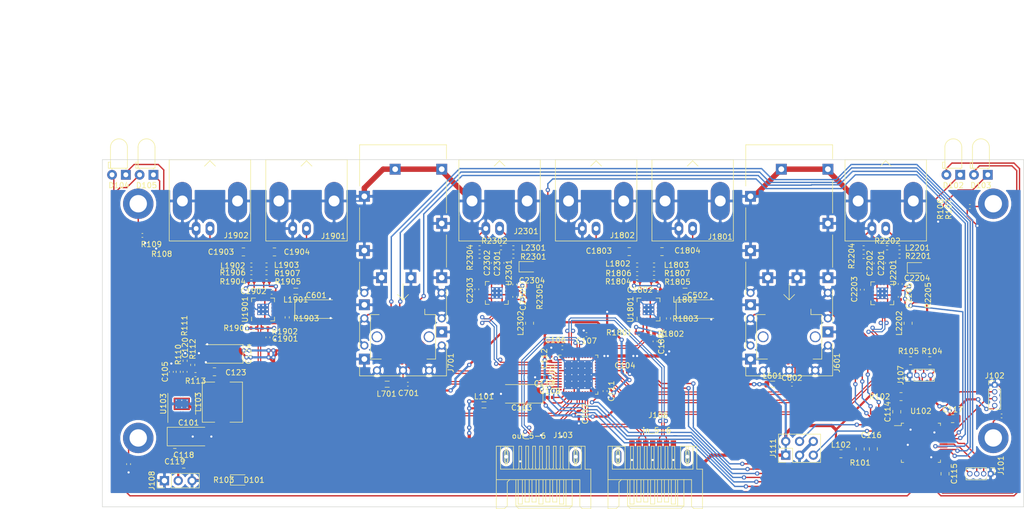
<source format=kicad_pcb>
(kicad_pcb (version 20171130) (host pcbnew "(5.1.7-0-10_14)")
  (layers (0 F.Cu signal) (31 B.Cu signal) (34 B.Paste user) (35 F.Paste user) (36 B.SilkS user) (37 F.SilkS user) (38 B.Mask user hide) (39 F.Mask user hide) (44 Edge.Cuts user))
  (net 0 "")
  (net 1 GND)
  (net 2 +3V3)
  (net 3 "Net-(C110-Pad1)")
  (net 4 "Net-(D101-Pad1)")
  (net 5 "Net-(C109-Pad1)")
  (net 6 "Net-(C1803-Pad2)")
  (net 7 "Net-(C1804-Pad2)")
  (net 8 "Net-(C1901-Pad1)")
  (net 9 "Net-(C1903-Pad2)")
  (net 10 "Net-(C1903-Pad1)")
  (net 11 "Net-(C1904-Pad1)")
  (net 12 "Net-(C1904-Pad2)")
  (net 13 "Net-(C2201-Pad2)")
  (net 14 "Net-(C2201-Pad1)")
  (net 15 "Net-(C2202-Pad1)")
  (net 16 "Net-(C2202-Pad2)")
  (net 17 "Net-(C2203-Pad2)")
  (net 18 "Net-(C2203-Pad1)")
  (net 19 "Net-(C2204-Pad1)")
  (net 20 "Net-(C2301-Pad1)")
  (net 21 "Net-(C2301-Pad2)")
  (net 22 "Net-(C2302-Pad2)")
  (net 23 "Net-(C2302-Pad1)")
  (net 24 "Net-(C2303-Pad1)")
  (net 25 "Net-(C2303-Pad2)")
  (net 26 "Net-(C2304-Pad1)")
  (net 27 "Net-(D2201-Pad1)")
  (net 28 "Net-(D2301-Pad1)")
  (net 29 "Net-(J2201-Pad1)")
  (net 30 "Net-(J2301-Pad1)")
  (net 31 "Net-(R1903-Pad1)")
  (net 32 "Net-(C1801-Pad1)")
  (net 33 "Net-(C1803-Pad1)")
  (net 34 "Net-(C1804-Pad1)")
  (net 35 "Net-(R1803-Pad1)")
  (net 36 "Net-(C121-Pad1)")
  (net 37 "Net-(C122-Pad1)")
  (net 38 /CD6)
  (net 39 /CD5)
  (net 40 "Net-(U1801-Pad16)")
  (net 41 "Net-(U1801-Pad13)")
  (net 42 "Net-(U1801-Pad8)")
  (net 43 "Net-(U1801-Pad7)")
  (net 44 "Net-(U1801-Pad5)")
  (net 45 "Net-(U1901-Pad5)")
  (net 46 "Net-(U1901-Pad7)")
  (net 47 "Net-(U1901-Pad8)")
  (net 48 "Net-(U1901-Pad13)")
  (net 49 "Net-(U1901-Pad16)")
  (net 50 "/SDI Out 5/CD_VCC")
  (net 51 "/SDI Out 6/CD_VCC")
  (net 52 "/SDI Out 5/SDO+")
  (net 53 "/SDI Out 5/SDO-")
  (net 54 "/SDI Out 6/SDO+")
  (net 55 "/SDI Out 6/SDO-")
  (net 56 /M1VCC)
  (net 57 /MCU_VCC)
  (net 58 /TX)
  (net 59 /RX)
  (net 60 /JTMS)
  (net 61 /JTCK)
  (net 62 /TX1-)
  (net 63 /TX1+)
  (net 64 /TX2-)
  (net 65 /TX2+)
  (net 66 /RX2+)
  (net 67 /RX2-)
  (net 68 /RX1+)
  (net 69 /RX1-)
  (net 70 /SCL)
  (net 71 /SDA)
  (net 72 /sfp5/TX-)
  (net 73 /sfp5/TX+)
  (net 74 /sfp5/RX+)
  (net 75 /sfp5/RX-)
  (net 76 "Net-(J601-Pad9)")
  (net 77 /SFP1LOS)
  (net 78 "Net-(J601-Pad7)")
  (net 79 /SFP1PRES)
  (net 80 "Net-(J601-Pad5)")
  (net 81 "Net-(J601-Pad4)")
  (net 82 /SFP1FAULT)
  (net 83 /sfp6/TX-)
  (net 84 /sfp6/TX+)
  (net 85 /sfp6/RX+)
  (net 86 /sfp6/RX-)
  (net 87 "Net-(J701-Pad9)")
  (net 88 /SFP2LOS)
  (net 89 "Net-(J701-Pad7)")
  (net 90 /SFP2PRES)
  (net 91 "Net-(J701-Pad5)")
  (net 92 "Net-(J701-Pad4)")
  (net 93 /SFP2FAULT)
  (net 94 "Net-(R101-Pad2)")
  (net 95 "Net-(R102-Pad1)")
  (net 96 /P1TX+)
  (net 97 /P1TX-)
  (net 98 /P2TX+)
  (net 99 /P2TX-)
  (net 100 /MUX_LB0B)
  (net 101 /MUX_LB0A)
  (net 102 /P2RX+)
  (net 103 /P2RX-)
  (net 104 /MUX_S0)
  (net 105 /MUX_LB1B)
  (net 106 /MUX_LB1A)
  (net 107 /P1RX+)
  (net 108 /P1RX-)
  (net 109 /MUX_S1)
  (net 110 "Net-(U102-Pad41)")
  (net 111 "Net-(U102-Pad40)")
  (net 112 "Net-(U102-Pad39)")
  (net 113 "Net-(U102-Pad38)")
  (net 114 "Net-(U102-Pad26)")
  (net 115 "Net-(U102-Pad25)")
  (net 116 "Net-(U102-Pad18)")
  (net 117 "Net-(U102-Pad17)")
  (net 118 /INT)
  (net 119 "Net-(U102-Pad1)")
  (net 120 /MCD6)
  (net 121 /MCD5)
  (net 122 "Net-(U102-Pad45)")
  (net 123 /sfp6/SFPVCC)
  (net 124 /sfp5/SFPVCC)
  (net 125 "Net-(U102-Pad46)")
  (net 126 /SFP2CD)
  (net 127 "Net-(D102-Pad1)")
  (net 128 /SDI2CD)
  (net 129 "Net-(D103-Pad1)")
  (net 130 /SFP1CD)
  (net 131 "Net-(D104-Pad1)")
  (net 132 /SDI1CD)
  (net 133 "Net-(D105-Pad1)")
  (net 134 "Net-(C101-Pad1)")
  (net 135 "Net-(C105-Pad1)")
  (net 136 "Net-(C119-Pad2)")
  (net 137 "Net-(C119-Pad1)")
  (net 138 "Net-(C120-Pad2)")
  (net 139 "Net-(C120-Pad1)")
  (net 140 "Net-(R110-Pad1)")
  (net 141 "Net-(R112-Pad1)")
  (module Capacitor_SMD:C_0805_2012Metric (layer F.Cu) (at 136.972 80.391 180)
    (fp_text reference C123 (at -3.937 -0.127) (layer F.SilkS))
    (fp_text value 0.1uF)
    (pad 2 smd roundrect (at 0.95 0 180) (size 1 1.45) (layers F.Cu F.Paste F.Mask) (net 1 GND))
    (pad 1 smd roundrect (at -0.95 0 180) (size 1 1.45) (layers F.Cu F.Paste F.Mask) (net 2 +3V3))
  )
  (module Package_SO:SOIC-8-1EP_3.9x4.9mm_P1.27mm_EP2.29x3mm_ThermalVias (layer F.Cu) (at 130.949 86.298 90)
    (fp_text reference U103 (at 0 -3.4 90) (layer F.SilkS))
    (fp_text value MP2307)
    (pad 9 smd rect (at 0 0 90) (size 1.8 2.5) (layers B.Cu) (net 1 GND))
    (pad 9 thru_hole circle (at 0.65 1 90) (size 0.5 0.5) (drill 0.2) (layers *.Cu) (net 1 GND))
    (pad 9 thru_hole circle (at -0.65 1 90) (size 0.5 0.5) (drill 0.2) (layers *.Cu) (net 1 GND))
    (pad 9 thru_hole circle (at 0.65 0 90) (size 0.5 0.5) (drill 0.2) (layers *.Cu) (net 1 GND))
    (pad 9 thru_hole circle (at -0.65 0 90) (size 0.5 0.5) (drill 0.2) (layers *.Cu) (net 1 GND))
    (pad 9 thru_hole circle (at 0.65 -1 90) (size 0.5 0.5) (drill 0.2) (layers *.Cu) (net 1 GND))
    (pad 9 thru_hole circle (at -0.65 -1 90) (size 0.5 0.5) (drill 0.2) (layers *.Cu) (net 1 GND))
    (pad 9 smd rect (at 0 0 90) (size 2.29 3) (layers F.Cu F.Mask) (net 1 GND))
    (pad 8 smd roundrect (at 2.475 -1.905 90) (size 1.95 0.6) (layers F.Cu F.Paste F.Mask) (net 135 "Net-(C105-Pad1)"))
    (pad 7 smd roundrect (at 2.475 -0.635 90) (size 1.95 0.6) (layers F.Cu F.Paste F.Mask) (net 140 "Net-(R110-Pad1)"))
    (pad 6 smd roundrect (at 2.475 0.635 90) (size 1.95 0.6) (layers F.Cu F.Paste F.Mask) (net 138 "Net-(C120-Pad2)"))
    (pad 5 smd roundrect (at 2.475 1.905 90) (size 1.95 0.6) (layers F.Cu F.Paste F.Mask) (net 141 "Net-(R112-Pad1)"))
    (pad 4 smd roundrect (at -2.475 1.905 90) (size 1.95 0.6) (layers F.Cu F.Paste F.Mask) (net 1 GND))
    (pad 3 smd roundrect (at -2.475 0.635 90) (size 1.95 0.6) (layers F.Cu F.Paste F.Mask) (net 137 "Net-(C119-Pad1)"))
    (pad 2 smd roundrect (at -2.475 -0.635 90) (size 1.95 0.6) (layers F.Cu F.Paste F.Mask) (net 134 "Net-(C101-Pad1)"))
    (pad 1 smd roundrect (at -2.475 -1.905 90) (size 1.95 0.6) (layers F.Cu F.Paste F.Mask) (net 136 "Net-(C119-Pad2)"))
  )
  (module Resistor_SMD:R_0402_1005Metric (layer F.Cu) (at 133.477 80.899 180)
    (fp_text reference R113 (at 0 -1.17) (layer F.SilkS))
    (fp_text value 15k)
    (pad 2 smd roundrect (at 0.51 0 180) (size 0.54 0.64) (layers F.Cu F.Paste F.Mask) (net 141 "Net-(R112-Pad1)"))
    (pad 1 smd roundrect (at -0.51 0 180) (size 0.54 0.64) (layers F.Cu F.Paste F.Mask) (net 1 GND))
  )
  (module Resistor_SMD:R_0402_1005Metric (layer F.Cu) (at 132.969 79.121 90)
    (fp_text reference R112 (at 2.921 0 90) (layer F.SilkS))
    (fp_text value 39k)
    (pad 2 smd roundrect (at 0.51 0 90) (size 0.54 0.64) (layers F.Cu F.Paste F.Mask) (net 2 +3V3))
    (pad 1 smd roundrect (at -0.51 0 90) (size 0.54 0.64) (layers F.Cu F.Paste F.Mask) (net 141 "Net-(R112-Pad1)"))
  )
  (module Resistor_SMD:R_0402_1005Metric (layer F.Cu) (at 131.572 78.359 270)
    (fp_text reference R111 (at -6.477 0.127 90) (layer F.SilkS))
    (fp_text value 6k8)
    (pad 2 smd roundrect (at 0.51 0 270) (size 0.54 0.64) (layers F.Cu F.Paste F.Mask) (net 139 "Net-(C120-Pad1)"))
    (pad 1 smd roundrect (at -0.51 0 270) (size 0.54 0.64) (layers F.Cu F.Paste F.Mask) (net 1 GND))
  )
  (module Resistor_SMD:R_0402_1005Metric (layer F.Cu) (at 130.302 80.391 90)
    (fp_text reference R110 (at 3.175 0 90) (layer F.SilkS))
    (fp_text value 100k)
    (pad 2 smd roundrect (at 0.51 0 90) (size 0.54 0.64) (layers F.Cu F.Paste F.Mask) (net 134 "Net-(C101-Pad1)"))
    (pad 1 smd roundrect (at -0.51 0 90) (size 0.54 0.64) (layers F.Cu F.Paste F.Mask) (net 140 "Net-(R110-Pad1)"))
  )
  (module Inductor_SMD:L_7.3x7.3_H3.5 (layer F.Cu) (at 138.43 85.979 90)
    (fp_text reference L103 (at 0 -4.45 90) (layer F.SilkS))
    (fp_text value 10uH)
    (pad 2 smd rect (at 3.2 0 90) (size 1.5 2.2) (layers F.Cu F.Paste F.Mask) (net 2 +3V3))
    (pad 1 smd rect (at -3.2 0 90) (size 1.5 2.2) (layers F.Cu F.Paste F.Mask) (net 137 "Net-(C119-Pad1)"))
  )
  (module Connector_PinHeader_2.54mm:PinHeader_1x03_P2.54mm_Vertical (layer F.Cu) (at 127.762 100.457 90)
    (fp_text reference J108 (at 0 -2.33 90) (layer F.SilkS))
    (fp_text value Conn_01x03)
    (pad 3 thru_hole oval (at 0 5.08 90) (size 1.7 1.7) (drill 1) (layers *.Cu *.Mask) (net 1 GND))
    (pad 2 thru_hole oval (at 0 2.54 90) (size 1.7 1.7) (drill 1) (layers *.Cu *.Mask) (net 134 "Net-(C101-Pad1)"))
    (pad 1 thru_hole rect (at 0 0 90) (size 1.7 1.7) (drill 1) (layers *.Cu *.Mask) (net 1 GND))
  )
  (module Capacitor_Tantalum_SMD:CP_EIA-6032-20_AVX-F_Pad2.25x2.35mm_HandSolder (layer F.Cu) (at 138.303 77.089 180)
    (fp_text reference C124 (at -4.953 0 90) (layer F.SilkS))
    (fp_text value 47uF)
    (pad 2 smd roundrect (at 2.55 0 180) (size 2.25 2.35) (layers F.Cu F.Paste F.Mask) (roundrect_rratio 0.111111) (net 1 GND))
    (pad 1 smd roundrect (at -2.55 0 180) (size 2.25 2.35) (layers F.Cu F.Paste F.Mask) (roundrect_rratio 0.111111) (net 2 +3V3))
  )
  (module Capacitor_SMD:C_0402_1005Metric (layer F.Cu) (at 131.572 80.391 270)
    (fp_text reference C120 (at -4.445 0 90) (layer F.SilkS))
    (fp_text value 3.9nF)
    (pad 2 smd roundrect (at 0.48 0 270) (size 0.56 0.62) (layers F.Cu F.Paste F.Mask) (net 138 "Net-(C120-Pad2)"))
    (pad 1 smd roundrect (at -0.48 0 270) (size 0.56 0.62) (layers F.Cu F.Paste F.Mask) (net 139 "Net-(C120-Pad1)"))
  )
  (module Capacitor_SMD:C_0805_2012Metric (layer F.Cu) (at 129.667 95.25 180)
    (fp_text reference C119 (at 0 -1.68) (layer F.SilkS))
    (fp_text value 10nF)
    (pad 2 smd roundrect (at 0.95 0 180) (size 1 1.45) (layers F.Cu F.Paste F.Mask) (net 136 "Net-(C119-Pad2)"))
    (pad 1 smd roundrect (at -0.95 0 180) (size 1 1.45) (layers F.Cu F.Paste F.Mask) (net 137 "Net-(C119-Pad1)"))
  )
  (module Capacitor_SMD:C_0805_2012Metric (layer F.Cu) (at 131.318 97.409)
    (fp_text reference C118 (at 0 -1.68) (layer F.SilkS))
    (fp_text value C_Small)
    (pad 2 smd roundrect (at 0.95 0) (size 1 1.45) (layers F.Cu F.Paste F.Mask) (net 1 GND))
    (pad 1 smd roundrect (at -0.95 0) (size 1 1.45) (layers F.Cu F.Paste F.Mask) (net 134 "Net-(C101-Pad1)"))
  )
  (module Capacitor_SMD:C_0402_1005Metric (layer F.Cu) (at 129.032 80.391 90)
    (fp_text reference C105 (at 0 -1.16 90) (layer F.SilkS))
    (fp_text value 0.1uF)
    (pad 2 smd roundrect (at 0.48 0 90) (size 0.56 0.62) (layers F.Cu F.Paste F.Mask) (net 1 GND))
    (pad 1 smd roundrect (at -0.48 0 90) (size 0.56 0.62) (layers F.Cu F.Paste F.Mask) (net 135 "Net-(C105-Pad1)"))
  )
  (module Capacitor_Tantalum_SMD:CP_EIA-6032-20_AVX-F_Pad2.25x2.35mm_HandSolder (layer F.Cu) (at 132.207 92.329)
    (fp_text reference C101 (at 0 -2.55) (layer F.SilkS))
    (fp_text value C_Polarized_Small)
    (pad 2 smd roundrect (at 2.55 0) (size 2.25 2.35) (layers F.Cu F.Paste F.Mask) (roundrect_rratio 0.111111) (net 1 GND))
    (pad 1 smd roundrect (at -2.55 0) (size 2.25 2.35) (layers F.Cu F.Paste F.Mask) (roundrect_rratio 0.111111) (net 134 "Net-(C101-Pad1)"))
  )
  (module LED_THT:LED_D3.0mm_Horizontal_O1.27mm_Z2.0mm (layer F.Cu) (at 125.73 44.069 180)
    (fp_text reference D105 (at 1.27 -1.96) (layer F.SilkS))
    (fp_text value P1SDI)
    (pad 2 thru_hole circle (at 2.54 0 180) (size 1.8 1.8) (drill 0.9) (layers *.Cu *.Mask) (net 132 /SDI1CD))
    (pad 1 thru_hole rect (at 0 0 180) (size 1.8 1.8) (drill 0.9) (layers *.Cu *.Mask) (net 133 "Net-(D105-Pad1)"))
  )
  (module LED_THT:LED_D3.0mm_Horizontal_O1.27mm_Z2.0mm (layer F.Cu) (at 120.65 44.069 180)
    (fp_text reference D104 (at 1.27 -1.96) (layer F.SilkS))
    (fp_text value P1SFP)
    (pad 2 thru_hole circle (at 2.54 0 180) (size 1.8 1.8) (drill 0.9) (layers *.Cu *.Mask) (net 130 /SFP1CD))
    (pad 1 thru_hole rect (at 0 0 180) (size 1.8 1.8) (drill 0.9) (layers *.Cu *.Mask) (net 131 "Net-(D104-Pad1)"))
  )
  (module LED_THT:LED_D3.0mm_Horizontal_O1.27mm_Z2.0mm (layer F.Cu) (at 279.4 44.069 180)
    (fp_text reference D103 (at 1.27 -1.96) (layer F.SilkS))
    (fp_text value P2SDI)
    (pad 2 thru_hole circle (at 2.54 0 180) (size 1.8 1.8) (drill 0.9) (layers *.Cu *.Mask) (net 126 /SFP2CD))
    (pad 1 thru_hole rect (at 0 0 180) (size 1.8 1.8) (drill 0.9) (layers *.Cu *.Mask) (net 129 "Net-(D103-Pad1)"))
  )
  (module LED_THT:LED_D3.0mm_Horizontal_O1.27mm_Z2.0mm (layer F.Cu) (at 274.32 44.069 180)
    (fp_text reference D102 (at 1.27 -1.96) (layer F.SilkS))
    (fp_text value P2SFP)
    (pad 2 thru_hole circle (at 2.54 0 180) (size 1.8 1.8) (drill 0.9) (layers *.Cu *.Mask) (net 128 /SDI2CD))
    (pad 1 thru_hole rect (at 0 0 180) (size 1.8 1.8) (drill 0.9) (layers *.Cu *.Mask) (net 127 "Net-(D102-Pad1)"))
  )
  (module Inductor_SMD:L_0402_1005Metric (layer F.Cu) (at 125.349 54.864 270)
    (fp_text reference R109 (at 2.032 0 180) (layer F.SilkS))
    (fp_text value 1k)
    (pad 2 smd roundrect (at 0.485 0 270) (size 0.59 0.64) (layers F.Cu F.Paste F.Mask) (net 1 GND))
    (pad 1 smd roundrect (at -0.485 0 270) (size 0.59 0.64) (layers F.Cu F.Paste F.Mask) (net 133 "Net-(D105-Pad1)"))
  )
  (module Inductor_SMD:L_0402_1005Metric (layer F.Cu) (at 127 54.864 270)
    (fp_text reference R108 (at 3.81 -0.254 180) (layer F.SilkS))
    (fp_text value 1k)
    (pad 2 smd roundrect (at 0.485 0 270) (size 0.59 0.64) (layers F.Cu F.Paste F.Mask) (net 1 GND))
    (pad 1 smd roundrect (at -0.485 0 270) (size 0.59 0.64) (layers F.Cu F.Paste F.Mask) (net 131 "Net-(D104-Pad1)"))
  )
  (module Inductor_SMD:L_0402_1005Metric (layer F.Cu) (at 271.018 50.419 270)
    (fp_text reference R107 (at 0 -1.17 90) (layer F.SilkS))
    (fp_text value 1k)
    (pad 2 smd roundrect (at 0.485 0 270) (size 0.59 0.64) (layers F.Cu F.Paste F.Mask) (net 1 GND))
    (pad 1 smd roundrect (at -0.485 0 270) (size 0.59 0.64) (layers F.Cu F.Paste F.Mask) (net 129 "Net-(D103-Pad1)"))
  )
  (module Inductor_SMD:L_0402_1005Metric (layer F.Cu) (at 269.494 50.419 270)
    (fp_text reference R106 (at 0 -1.17 90) (layer F.SilkS))
    (fp_text value 1k)
    (pad 2 smd roundrect (at 0.485 0 270) (size 0.59 0.64) (layers F.Cu F.Paste F.Mask) (net 1 GND))
    (pad 1 smd roundrect (at -0.485 0 270) (size 0.59 0.64) (layers F.Cu F.Paste F.Mask) (net 127 "Net-(D102-Pad1)"))
  )
  (module Capacitor_SMD:C_0402_1005Metric (layer F.Cu) (at 205.486 73.533 180)
    (fp_text reference C107 (at 0 -1.16) (layer F.SilkS))
    (fp_text value 0.1uF)
    (pad 2 smd roundrect (at 0.48 0 180) (size 0.56 0.62) (layers F.Cu F.Paste F.Mask) (net 1 GND))
    (pad 1 smd roundrect (at -0.48 0 180) (size 0.56 0.62) (layers F.Cu F.Paste F.Mask) (net 56 /M1VCC))
  )
  (module Package_DFN_QFN:QFN-16-1EP_4x4mm_P0.65mm_EP2.1x2.1mm_ThermalVias (layer F.Cu) (at 145.923 68.8975 90)
    (fp_text reference U1901 (at 0 -3.32 90) (layer F.SilkS))
    (fp_text value LMH0303)
    (pad 1 smd roundrect (at -1.95 -0.975 90) (size 0.85 0.3) (layers F.Cu F.Paste F.Mask) (net 98 /P2TX+))
    (pad 2 smd roundrect (at -1.95 -0.325 90) (size 0.85 0.3) (layers F.Cu F.Paste F.Mask) (net 99 /P2TX-))
    (pad 3 smd roundrect (at -1.95 0.325 90) (size 0.85 0.3) (layers F.Cu F.Paste F.Mask) (net 1 GND))
    (pad 4 smd roundrect (at -1.95 0.975 90) (size 0.85 0.3) (layers F.Cu F.Paste F.Mask) (net 31 "Net-(R1903-Pad1)"))
    (pad 5 smd roundrect (at -0.975 1.95 90) (size 0.3 0.85) (layers F.Cu F.Paste F.Mask) (net 45 "Net-(U1901-Pad5)"))
    (pad 6 smd roundrect (at -0.325 1.95 90) (size 0.3 0.85) (layers F.Cu F.Paste F.Mask) (net 51 "/SDI Out 6/CD_VCC"))
    (pad 7 smd roundrect (at 0.325 1.95 90) (size 0.3 0.85) (layers F.Cu F.Paste F.Mask) (net 46 "Net-(U1901-Pad7)"))
    (pad 8 smd roundrect (at 0.975 1.95 90) (size 0.3 0.85) (layers F.Cu F.Paste F.Mask) (net 47 "Net-(U1901-Pad8)"))
    (pad 9 smd roundrect (at 1.95 0.975 90) (size 0.85 0.3) (layers F.Cu F.Paste F.Mask) (net 51 "/SDI Out 6/CD_VCC"))
    (pad 10 smd roundrect (at 1.95 0.325 90) (size 0.85 0.3) (layers F.Cu F.Paste F.Mask) (net 1 GND))
    (pad 11 smd roundrect (at 1.95 -0.325 90) (size 0.85 0.3) (layers F.Cu F.Paste F.Mask) (net 55 "/SDI Out 6/SDO-"))
    (pad 12 smd roundrect (at 1.95 -0.975 90) (size 0.85 0.3) (layers F.Cu F.Paste F.Mask) (net 54 "/SDI Out 6/SDO+"))
    (pad 13 smd roundrect (at 0.975 -1.95 90) (size 0.3 0.85) (layers F.Cu F.Paste F.Mask) (net 48 "Net-(U1901-Pad13)"))
    (pad 14 smd roundrect (at 0.325 -1.95 90) (size 0.3 0.85) (layers F.Cu F.Paste F.Mask))
    (pad 15 smd roundrect (at -0.325 -1.95 90) (size 0.3 0.85) (layers F.Cu F.Paste F.Mask))
    (pad 16 smd roundrect (at -0.975 -1.95 90) (size 0.3 0.85) (layers F.Cu F.Paste F.Mask) (net 49 "Net-(U1901-Pad16)"))
    (pad 17 smd rect (at 0 0 90) (size 2.1 2.1) (layers F.Cu F.Mask) (net 1 GND))
    (pad 17 thru_hole circle (at -0.75 -0.75 90) (size 0.6 0.6) (drill 0.3) (layers *.Cu) (net 1 GND))
    (pad 17 thru_hole circle (at 0 -0.75 90) (size 0.6 0.6) (drill 0.3) (layers *.Cu) (net 1 GND))
    (pad 17 thru_hole circle (at 0.75 -0.75 90) (size 0.6 0.6) (drill 0.3) (layers *.Cu) (net 1 GND))
    (pad 17 thru_hole circle (at -0.75 0 90) (size 0.6 0.6) (drill 0.3) (layers *.Cu) (net 1 GND))
    (pad 17 thru_hole circle (at 0 0 90) (size 0.6 0.6) (drill 0.3) (layers *.Cu) (net 1 GND))
    (pad 17 thru_hole circle (at 0.75 0 90) (size 0.6 0.6) (drill 0.3) (layers *.Cu) (net 1 GND))
    (pad 17 thru_hole circle (at -0.75 0.75 90) (size 0.6 0.6) (drill 0.3) (layers *.Cu) (net 1 GND))
    (pad 17 thru_hole circle (at 0 0.75 90) (size 0.6 0.6) (drill 0.3) (layers *.Cu) (net 1 GND))
    (pad 17 thru_hole circle (at 0.75 0.75 90) (size 0.6 0.6) (drill 0.3) (layers *.Cu) (net 1 GND))
    (pad 17 smd rect (at 0 0 90) (size 2.1 2.1) (layers B.Cu) (net 1 GND))
  )
  (module Resistor_SMD:R_0402_1005Metric (layer F.Cu) (at 146.558 62.103 180)
    (fp_text reference R1907 (at -3.81 -0.127) (layer F.SilkS))
    (fp_text value 75)
    (pad 2 smd roundrect (at 0.51 0 180) (size 0.54 0.64) (layers F.Cu F.Paste F.Mask) (net 55 "/SDI Out 6/SDO-"))
    (pad 1 smd roundrect (at -0.51 0 180) (size 0.54 0.64) (layers F.Cu F.Paste F.Mask) (net 11 "Net-(C1904-Pad1)"))
  )
  (module Resistor_SMD:R_0402_1005Metric (layer F.Cu) (at 143.764 62.103)
    (fp_text reference R1906 (at -3.429 0) (layer F.SilkS))
    (fp_text value 75)
    (pad 1 smd roundrect (at -0.51 0) (size 0.54 0.64) (layers F.Cu F.Paste F.Mask) (net 10 "Net-(C1903-Pad1)"))
    (pad 2 smd roundrect (at 0.51 0) (size 0.54 0.64) (layers F.Cu F.Paste F.Mask) (net 54 "/SDI Out 6/SDO+"))
  )
  (module Resistor_SMD:R_0402_1005Metric (layer F.Cu) (at 146.558 63.754 180)
    (fp_text reference R1905 (at -3.935 0) (layer F.SilkS))
    (fp_text value 75)
    (pad 2 smd roundrect (at 0.51 0 180) (size 0.54 0.64) (layers F.Cu F.Paste F.Mask) (net 55 "/SDI Out 6/SDO-"))
    (pad 1 smd roundrect (at -0.51 0 180) (size 0.54 0.64) (layers F.Cu F.Paste F.Mask) (net 51 "/SDI Out 6/CD_VCC"))
  )
  (module Resistor_SMD:R_0402_1005Metric (layer F.Cu) (at 143.764 63.754)
    (fp_text reference R1904 (at -3.429 0) (layer F.SilkS))
    (fp_text value 75)
    (pad 1 smd roundrect (at -0.51 0) (size 0.54 0.64) (layers F.Cu F.Paste F.Mask) (net 51 "/SDI Out 6/CD_VCC"))
    (pad 2 smd roundrect (at 0.51 0) (size 0.54 0.64) (layers F.Cu F.Paste F.Mask) (net 54 "/SDI Out 6/SDO+"))
  )
  (module Resistor_SMD:R_0402_1005Metric (layer F.Cu) (at 150.368 70.358 90)
    (fp_text reference R1903 (at -0.1905 3.4925 180) (layer F.SilkS))
    (fp_text value 750)
    (pad 1 smd roundrect (at -0.51 0 90) (size 0.54 0.64) (layers F.Cu F.Paste F.Mask) (net 31 "Net-(R1903-Pad1)"))
    (pad 2 smd roundrect (at 0.51 0 90) (size 0.54 0.64) (layers F.Cu F.Paste F.Mask) (net 51 "/SDI Out 6/CD_VCC"))
  )
  (module Resistor_SMD:R_0402_1005Metric (layer F.Cu) (at 146.304 72.3265)
    (fp_text reference R1902 (at 3.6195 0.635) (layer F.SilkS))
    (fp_text value 50)
    (pad 2 smd roundrect (at 0.51 0) (size 0.54 0.64) (layers F.Cu F.Paste F.Mask) (net 8 "Net-(C1901-Pad1)"))
    (pad 1 smd roundrect (at -0.51 0) (size 0.54 0.64) (layers F.Cu F.Paste F.Mask) (net 99 /P2TX-))
  )
  (module Resistor_SMD:R_0402_1005Metric (layer F.Cu) (at 144.2085 72.3265)
    (fp_text reference R1901 (at -3.175 0) (layer F.SilkS))
    (fp_text value 50)
    (pad 1 smd roundrect (at -0.51 0) (size 0.54 0.64) (layers F.Cu F.Paste F.Mask) (net 8 "Net-(C1901-Pad1)"))
    (pad 2 smd roundrect (at 0.51 0) (size 0.54 0.64) (layers F.Cu F.Paste F.Mask) (net 98 /P2TX+))
  )
  (module Resistor_SMD:R_0402_1005Metric (layer F.Cu) (at 146.558 60.706 180)
    (fp_text reference L1903 (at -3.685 0) (layer F.SilkS))
    (fp_text value 3.9nH)
    (pad 1 smd roundrect (at -0.51 0 180) (size 0.54 0.64) (layers F.Cu F.Paste F.Mask) (net 11 "Net-(C1904-Pad1)"))
    (pad 2 smd roundrect (at 0.51 0 180) (size 0.54 0.64) (layers F.Cu F.Paste F.Mask) (net 55 "/SDI Out 6/SDO-"))
  )
  (module Resistor_SMD:R_0402_1005Metric (layer F.Cu) (at 143.764 60.706 180)
    (fp_text reference L1902 (at 3.429 -0.127) (layer F.SilkS))
    (fp_text value 3.9nH)
    (pad 1 smd roundrect (at -0.51 0 180) (size 0.54 0.64) (layers F.Cu F.Paste F.Mask) (net 54 "/SDI Out 6/SDO+"))
    (pad 2 smd roundrect (at 0.51 0 180) (size 0.54 0.64) (layers F.Cu F.Paste F.Mask) (net 10 "Net-(C1903-Pad1)"))
  )
  (module Inductor_SMD:L_0805_2012Metric (layer F.Cu) (at 151.9555 65.532 180)
    (fp_text reference L1901 (at 0 -1.55) (layer F.SilkS))
    (fp_text value L)
    (pad 2 smd roundrect (at 1.0625 0 180) (size 0.875 1.2) (layers F.Cu F.Paste F.Mask) (net 51 "/SDI Out 6/CD_VCC"))
    (pad 1 smd roundrect (at -1.0625 0 180) (size 0.875 1.2) (layers F.Cu F.Paste F.Mask) (net 2 +3V3))
  )
  (module Connector_Coaxial:BNC_Amphenol_B6252HB-NPP3G-50_Horizontal (layer F.Cu) (at 153.924 53.975)
    (fp_text reference J1901 (at 4.953 1.397) (layer F.SilkS))
    (fp_text value OUTn8)
    (pad 2 thru_hole oval (at -2.54 0) (size 1.6 2.5) (drill 0.89) (layers *.Cu *.Mask) (net 1 GND))
    (pad 1 thru_hole oval (at 0 0) (size 1.6 2.5) (drill 0.89) (layers *.Cu *.Mask) (net 12 "Net-(C1904-Pad2)"))
    (pad 2 thru_hole oval (at 5.08 -5.08) (size 3.5 7) (drill 2.01) (layers *.Cu *.Mask) (net 1 GND))
    (pad 2 thru_hole oval (at -5.08 -5.08) (size 3.5 7) (drill 2.01) (layers *.Cu *.Mask) (net 1 GND))
  )
  (module Capacitor_SMD:C_0805_2012Metric (layer F.Cu) (at 148.021 58.293)
    (fp_text reference C1904 (at 4.125 0) (layer F.SilkS))
    (fp_text value 4.7uF)
    (pad 2 smd roundrect (at 0.95 0) (size 1 1.45) (layers F.Cu F.Paste F.Mask) (net 12 "Net-(C1904-Pad2)"))
    (pad 1 smd roundrect (at -0.95 0) (size 1 1.45) (layers F.Cu F.Paste F.Mask) (net 11 "Net-(C1904-Pad1)"))
  )
  (module Capacitor_SMD:C_0805_2012Metric (layer F.Cu) (at 142.306 58.293 180)
    (fp_text reference C1903 (at 4.13 0) (layer F.SilkS))
    (fp_text value 4.7uF)
    (pad 2 smd roundrect (at 0.95 0 180) (size 1 1.45) (layers F.Cu F.Paste F.Mask) (net 9 "Net-(C1903-Pad2)"))
    (pad 1 smd roundrect (at -0.95 0 180) (size 1 1.45) (layers F.Cu F.Paste F.Mask) (net 10 "Net-(C1903-Pad1)"))
  )
  (module Capacitor_SMD:C_0402_1005Metric (layer F.Cu) (at 147.5105 65.7225)
    (fp_text reference C1902 (at -3.3655 -0.1905) (layer F.SilkS))
    (fp_text value 0.1uF)
    (pad 1 smd roundrect (at -0.48 0) (size 0.56 0.62) (layers F.Cu F.Paste F.Mask) (net 1 GND))
    (pad 2 smd roundrect (at 0.48 0) (size 0.56 0.62) (layers F.Cu F.Paste F.Mask) (net 51 "/SDI Out 6/CD_VCC"))
  )
  (module Capacitor_Tantalum_SMD:CP_EIA-6032-20_AVX-F_Pad2.25x2.35mm_HandSolder (layer F.Cu) (at 155.712 68.834)
    (fp_text reference C601 (at 0 -2.55) (layer F.SilkS))
    (fp_text value 47uF)
    (pad 2 smd roundrect (at 2.55 0) (size 2.25 2.35) (layers F.Cu F.Paste F.Mask) (roundrect_rratio 0.111111) (net 1 GND))
    (pad 1 smd roundrect (at -2.55 0) (size 2.25 2.35) (layers F.Cu F.Paste F.Mask) (roundrect_rratio 0.111111) (net 51 "/SDI Out 6/CD_VCC"))
  )
  (module Connector_Coaxial:BNC_Amphenol_B6252HB-NPP3G-50_Horizontal (layer F.Cu) (at 136.144 53.975)
    (fp_text reference J1902 (at 4.826 1.27) (layer F.SilkS))
    (fp_text value OUTp8)
    (pad 2 thru_hole oval (at -5.08 -5.08) (size 3.5 7) (drill 2.01) (layers *.Cu *.Mask) (net 1 GND))
    (pad 2 thru_hole oval (at 5.08 -5.08) (size 3.5 7) (drill 2.01) (layers *.Cu *.Mask) (net 1 GND))
    (pad 1 thru_hole oval (at 0 0) (size 1.6 2.5) (drill 0.89) (layers *.Cu *.Mask) (net 9 "Net-(C1903-Pad2)"))
    (pad 2 thru_hole oval (at -2.54 0) (size 1.6 2.5) (drill 0.89) (layers *.Cu *.Mask) (net 1 GND))
  )
  (module Capacitor_SMD:C_0402_1005Metric (layer F.Cu) (at 146.812 74.041 270)
    (fp_text reference C1901 (at 0.254 -3.175 180) (layer F.SilkS))
    (fp_text value 0.1uF)
    (pad 2 smd roundrect (at 0.48 0 270) (size 0.56 0.62) (layers F.Cu F.Paste F.Mask) (net 1 GND))
    (pad 1 smd roundrect (at -0.48 0 270) (size 0.56 0.62) (layers F.Cu F.Paste F.Mask) (net 8 "Net-(C1901-Pad1)"))
  )
  (module Package_QFP:LQFP-48_7x7mm_P0.5mm (layer F.Cu) (at 267.081 93.472)
    (fp_text reference U102 (at 0 -5.85) (layer F.SilkS))
    (fp_text value STM32F100C8Tx)
    (pad 48 smd roundrect (at -2.75 -4.1625) (size 0.3 1.475) (layers F.Cu F.Paste F.Mask) (net 57 /MCU_VCC))
    (pad 47 smd roundrect (at -2.25 -4.1625) (size 0.3 1.475) (layers F.Cu F.Paste F.Mask) (net 1 GND))
    (pad 46 smd roundrect (at -1.75 -4.1625) (size 0.3 1.475) (layers F.Cu F.Paste F.Mask) (net 125 "Net-(U102-Pad46)"))
    (pad 45 smd roundrect (at -1.25 -4.1625) (size 0.3 1.475) (layers F.Cu F.Paste F.Mask) (net 122 "Net-(U102-Pad45)"))
    (pad 44 smd roundrect (at -0.75 -4.1625) (size 0.3 1.475) (layers F.Cu F.Paste F.Mask) (net 95 "Net-(R102-Pad1)"))
    (pad 43 smd roundrect (at -0.25 -4.1625) (size 0.3 1.475) (layers F.Cu F.Paste F.Mask) (net 71 /SDA))
    (pad 42 smd roundrect (at 0.25 -4.1625) (size 0.3 1.475) (layers F.Cu F.Paste F.Mask) (net 70 /SCL))
    (pad 41 smd roundrect (at 0.75 -4.1625) (size 0.3 1.475) (layers F.Cu F.Paste F.Mask) (net 110 "Net-(U102-Pad41)"))
    (pad 40 smd roundrect (at 1.25 -4.1625) (size 0.3 1.475) (layers F.Cu F.Paste F.Mask) (net 111 "Net-(U102-Pad40)"))
    (pad 39 smd roundrect (at 1.75 -4.1625) (size 0.3 1.475) (layers F.Cu F.Paste F.Mask) (net 112 "Net-(U102-Pad39)"))
    (pad 38 smd roundrect (at 2.25 -4.1625) (size 0.3 1.475) (layers F.Cu F.Paste F.Mask) (net 113 "Net-(U102-Pad38)"))
    (pad 37 smd roundrect (at 2.75 -4.1625) (size 0.3 1.475) (layers F.Cu F.Paste F.Mask) (net 61 /JTCK))
    (pad 36 smd roundrect (at 4.1625 -2.75) (size 1.475 0.3) (layers F.Cu F.Paste F.Mask) (net 57 /MCU_VCC))
    (pad 35 smd roundrect (at 4.1625 -2.25) (size 1.475 0.3) (layers F.Cu F.Paste F.Mask) (net 1 GND))
    (pad 34 smd roundrect (at 4.1625 -1.75) (size 1.475 0.3) (layers F.Cu F.Paste F.Mask) (net 60 /JTMS))
    (pad 33 smd roundrect (at 4.1625 -1.25) (size 1.475 0.3) (layers F.Cu F.Paste F.Mask) (net 39 /CD5))
    (pad 32 smd roundrect (at 4.1625 -0.75) (size 1.475 0.3) (layers F.Cu F.Paste F.Mask) (net 38 /CD6))
    (pad 31 smd roundrect (at 4.1625 -0.25) (size 1.475 0.3) (layers F.Cu F.Paste F.Mask) (net 59 /RX))
    (pad 30 smd roundrect (at 4.1625 0.25) (size 1.475 0.3) (layers F.Cu F.Paste F.Mask) (net 58 /TX))
    (pad 29 smd roundrect (at 4.1625 0.75) (size 1.475 0.3) (layers F.Cu F.Paste F.Mask) (net 93 /SFP2FAULT))
    (pad 28 smd roundrect (at 4.1625 1.25) (size 1.475 0.3) (layers F.Cu F.Paste F.Mask) (net 90 /SFP2PRES))
    (pad 27 smd roundrect (at 4.1625 1.75) (size 1.475 0.3) (layers F.Cu F.Paste F.Mask) (net 88 /SFP2LOS))
    (pad 26 smd roundrect (at 4.1625 2.25) (size 1.475 0.3) (layers F.Cu F.Paste F.Mask) (net 114 "Net-(U102-Pad26)"))
    (pad 25 smd roundrect (at 4.1625 2.75) (size 1.475 0.3) (layers F.Cu F.Paste F.Mask) (net 115 "Net-(U102-Pad25)"))
    (pad 24 smd roundrect (at 2.75 4.1625) (size 0.3 1.475) (layers F.Cu F.Paste F.Mask) (net 57 /MCU_VCC))
    (pad 23 smd roundrect (at 2.25 4.1625) (size 0.3 1.475) (layers F.Cu F.Paste F.Mask) (net 1 GND))
    (pad 22 smd roundrect (at 1.75 4.1625) (size 0.3 1.475) (layers F.Cu F.Paste F.Mask) (net 126 /SFP2CD))
    (pad 21 smd roundrect (at 1.25 4.1625) (size 0.3 1.475) (layers F.Cu F.Paste F.Mask) (net 128 /SDI2CD))
    (pad 20 smd roundrect (at 0.75 4.1625) (size 0.3 1.475) (layers F.Cu F.Paste F.Mask) (net 130 /SFP1CD))
    (pad 19 smd roundrect (at 0.25 4.1625) (size 0.3 1.475) (layers F.Cu F.Paste F.Mask) (net 132 /SDI1CD))
    (pad 18 smd roundrect (at -0.25 4.1625) (size 0.3 1.475) (layers F.Cu F.Paste F.Mask) (net 116 "Net-(U102-Pad18)"))
    (pad 17 smd roundrect (at -0.75 4.1625) (size 0.3 1.475) (layers F.Cu F.Paste F.Mask) (net 117 "Net-(U102-Pad17)"))
    (pad 16 smd roundrect (at -1.25 4.1625) (size 0.3 1.475) (layers F.Cu F.Paste F.Mask) (net 101 /MUX_LB0A))
    (pad 15 smd roundrect (at -1.75 4.1625) (size 0.3 1.475) (layers F.Cu F.Paste F.Mask) (net 100 /MUX_LB0B))
    (pad 14 smd roundrect (at -2.25 4.1625) (size 0.3 1.475) (layers F.Cu F.Paste F.Mask) (net 104 /MUX_S0))
    (pad 13 smd roundrect (at -2.75 4.1625) (size 0.3 1.475) (layers F.Cu F.Paste F.Mask) (net 109 /MUX_S1))
    (pad 12 smd roundrect (at -4.1625 2.75) (size 1.475 0.3) (layers F.Cu F.Paste F.Mask) (net 106 /MUX_LB1A))
    (pad 11 smd roundrect (at -4.1625 2.25) (size 1.475 0.3) (layers F.Cu F.Paste F.Mask) (net 105 /MUX_LB1B))
    (pad 10 smd roundrect (at -4.1625 1.75) (size 1.475 0.3) (layers F.Cu F.Paste F.Mask) (net 118 /INT))
    (pad 9 smd roundrect (at -4.1625 1.25) (size 1.475 0.3) (layers F.Cu F.Paste F.Mask) (net 57 /MCU_VCC))
    (pad 8 smd roundrect (at -4.1625 0.75) (size 1.475 0.3) (layers F.Cu F.Paste F.Mask) (net 1 GND))
    (pad 7 smd roundrect (at -4.1625 0.25) (size 1.475 0.3) (layers F.Cu F.Paste F.Mask) (net 94 "Net-(R101-Pad2)"))
    (pad 6 smd roundrect (at -4.1625 -0.25) (size 1.475 0.3) (layers F.Cu F.Paste F.Mask) (net 120 /MCD6))
    (pad 5 smd roundrect (at -4.1625 -0.75) (size 1.475 0.3) (layers F.Cu F.Paste F.Mask) (net 121 /MCD5))
    (pad 4 smd roundrect (at -4.1625 -1.25) (size 1.475 0.3) (layers F.Cu F.Paste F.Mask) (net 82 /SFP1FAULT))
    (pad 3 smd roundrect (at -4.1625 -1.75) (size 1.475 0.3) (layers F.Cu F.Paste F.Mask) (net 79 /SFP1PRES))
    (pad 2 smd roundrect (at -4.1625 -2.25) (size 1.475 0.3) (layers F.Cu F.Paste F.Mask) (net 77 /SFP1LOS))
    (pad 1 smd roundrect (at -4.1625 -2.75) (size 1.475 0.3) (layers F.Cu F.Paste F.Mask) (net 119 "Net-(U102-Pad1)"))
  )
  (module Package_DFN_QFN:QFN-48-1EP_7x7mm_P0.5mm_EP5.3x5.3mm_ThermalVias (layer F.Cu) (at 203.984 80.921 90)
    (fp_text reference U101 (at 0 -4.8 90) (layer F.SilkS))
    (fp_text value DS42MB200)
    (pad 49 smd rect (at 0 0 90) (size 5.3 5.3) (layers B.Cu) (net 1 GND))
    (pad 49 thru_hole circle (at 2.4 2.4 90) (size 0.5 0.5) (drill 0.2) (layers *.Cu) (net 1 GND))
    (pad 49 thru_hole circle (at 1.2 2.4 90) (size 0.5 0.5) (drill 0.2) (layers *.Cu) (net 1 GND))
    (pad 49 thru_hole circle (at 0 2.4 90) (size 0.5 0.5) (drill 0.2) (layers *.Cu) (net 1 GND))
    (pad 49 thru_hole circle (at -1.2 2.4 90) (size 0.5 0.5) (drill 0.2) (layers *.Cu) (net 1 GND))
    (pad 49 thru_hole circle (at -2.4 2.4 90) (size 0.5 0.5) (drill 0.2) (layers *.Cu) (net 1 GND))
    (pad 49 thru_hole circle (at 2.4 1.2 90) (size 0.5 0.5) (drill 0.2) (layers *.Cu) (net 1 GND))
    (pad 49 thru_hole circle (at 1.2 1.2 90) (size 0.5 0.5) (drill 0.2) (layers *.Cu) (net 1 GND))
    (pad 49 thru_hole circle (at 0 1.2 90) (size 0.5 0.5) (drill 0.2) (layers *.Cu) (net 1 GND))
    (pad 49 thru_hole circle (at -1.2 1.2 90) (size 0.5 0.5) (drill 0.2) (layers *.Cu) (net 1 GND))
    (pad 49 thru_hole circle (at -2.4 1.2 90) (size 0.5 0.5) (drill 0.2) (layers *.Cu) (net 1 GND))
    (pad 49 thru_hole circle (at 2.4 0 90) (size 0.5 0.5) (drill 0.2) (layers *.Cu) (net 1 GND))
    (pad 49 thru_hole circle (at 1.2 0 90) (size 0.5 0.5) (drill 0.2) (layers *.Cu) (net 1 GND))
    (pad 49 thru_hole circle (at 0 0 90) (size 0.5 0.5) (drill 0.2) (layers *.Cu) (net 1 GND))
    (pad 49 thru_hole circle (at -1.2 0 90) (size 0.5 0.5) (drill 0.2) (layers *.Cu) (net 1 GND))
    (pad 49 thru_hole circle (at -2.4 0 90) (size 0.5 0.5) (drill 0.2) (layers *.Cu) (net 1 GND))
    (pad 49 thru_hole circle (at 2.4 -1.2 90) (size 0.5 0.5) (drill 0.2) (layers *.Cu) (net 1 GND))
    (pad 49 thru_hole circle (at 1.2 -1.2 90) (size 0.5 0.5) (drill 0.2) (layers *.Cu) (net 1 GND))
    (pad 49 thru_hole circle (at 0 -1.2 90) (size 0.5 0.5) (drill 0.2) (layers *.Cu) (net 1 GND))
    (pad 49 thru_hole circle (at -1.2 -1.2 90) (size 0.5 0.5) (drill 0.2) (layers *.Cu) (net 1 GND))
    (pad 49 thru_hole circle (at -2.4 -1.2 90) (size 0.5 0.5) (drill 0.2) (layers *.Cu) (net 1 GND))
    (pad 49 thru_hole circle (at 2.4 -2.4 90) (size 0.5 0.5) (drill 0.2) (layers *.Cu) (net 1 GND))
    (pad 49 thru_hole circle (at 1.2 -2.4 90) (size 0.5 0.5) (drill 0.2) (layers *.Cu) (net 1 GND))
    (pad 49 thru_hole circle (at 0 -2.4 90) (size 0.5 0.5) (drill 0.2) (layers *.Cu) (net 1 GND))
    (pad 49 thru_hole circle (at -1.2 -2.4 90) (size 0.5 0.5) (drill 0.2) (layers *.Cu) (net 1 GND))
    (pad 49 thru_hole circle (at -2.4 -2.4 90) (size 0.5 0.5) (drill 0.2) (layers *.Cu) (net 1 GND))
    (pad 49 smd rect (at 0 0 90) (size 5.3 5.3) (layers F.Cu F.Mask) (net 1 GND))
    (pad 48 smd roundrect (at -2.75 -3.45 90) (size 0.25 0.8) (layers F.Cu F.Paste F.Mask) (net 100 /MUX_LB0B))
    (pad 47 smd roundrect (at -2.25 -3.45 90) (size 0.25 0.8) (layers F.Cu F.Paste F.Mask) (net 101 /MUX_LB0A))
    (pad 46 smd roundrect (at -1.75 -3.45 90) (size 0.25 0.8) (layers F.Cu F.Paste F.Mask) (net 84 /sfp6/TX+))
    (pad 45 smd roundrect (at -1.25 -3.45 90) (size 0.25 0.8) (layers F.Cu F.Paste F.Mask) (net 83 /sfp6/TX-))
    (pad 44 smd roundrect (at -0.75 -3.45 90) (size 0.25 0.8) (layers F.Cu F.Paste F.Mask) (net 56 /M1VCC))
    (pad 43 smd roundrect (at -0.25 -3.45 90) (size 0.25 0.8) (layers F.Cu F.Paste F.Mask) (net 85 /sfp6/RX+))
    (pad 42 smd roundrect (at 0.25 -3.45 90) (size 0.25 0.8) (layers F.Cu F.Paste F.Mask) (net 86 /sfp6/RX-))
    (pad 41 smd roundrect (at 0.75 -3.45 90) (size 0.25 0.8) (layers F.Cu F.Paste F.Mask) (net 1 GND))
    (pad 40 smd roundrect (at 1.25 -3.45 90) (size 0.25 0.8) (layers F.Cu F.Paste F.Mask) (net 102 /P2RX+))
    (pad 39 smd roundrect (at 1.75 -3.45 90) (size 0.25 0.8) (layers F.Cu F.Paste F.Mask) (net 103 /P2RX-))
    (pad 38 smd roundrect (at 2.25 -3.45 90) (size 0.25 0.8) (layers F.Cu F.Paste F.Mask) (net 56 /M1VCC))
    (pad 37 smd roundrect (at 2.75 -3.45 90) (size 0.25 0.8) (layers F.Cu F.Paste F.Mask) (net 104 /MUX_S0))
    (pad 36 smd roundrect (at 3.45 -2.75 90) (size 0.8 0.25) (layers F.Cu F.Paste F.Mask) (net 1 GND))
    (pad 35 smd roundrect (at 3.45 -2.25 90) (size 0.8 0.25) (layers F.Cu F.Paste F.Mask) (net 56 /M1VCC))
    (pad 34 smd roundrect (at 3.45 -1.75 90) (size 0.8 0.25) (layers F.Cu F.Paste F.Mask) (net 67 /RX2-))
    (pad 33 smd roundrect (at 3.45 -1.25 90) (size 0.8 0.25) (layers F.Cu F.Paste F.Mask) (net 66 /RX2+))
    (pad 32 smd roundrect (at 3.45 -0.75 90) (size 0.8 0.25) (layers F.Cu F.Paste F.Mask) (net 1 GND))
    (pad 31 smd roundrect (at 3.45 -0.25 90) (size 0.8 0.25) (layers F.Cu F.Paste F.Mask) (net 62 /TX1-))
    (pad 30 smd roundrect (at 3.45 0.25 90) (size 0.8 0.25) (layers F.Cu F.Paste F.Mask) (net 63 /TX1+))
    (pad 29 smd roundrect (at 3.45 0.75 90) (size 0.8 0.25) (layers F.Cu F.Paste F.Mask) (net 56 /M1VCC))
    (pad 28 smd roundrect (at 3.45 1.25 90) (size 0.8 0.25) (layers F.Cu F.Paste F.Mask) (net 96 /P1TX+))
    (pad 27 smd roundrect (at 3.45 1.75 90) (size 0.8 0.25) (layers F.Cu F.Paste F.Mask) (net 97 /P1TX-))
    (pad 26 smd roundrect (at 3.45 2.25 90) (size 0.8 0.25) (layers F.Cu F.Paste F.Mask))
    (pad 25 smd roundrect (at 3.45 2.75 90) (size 0.8 0.25) (layers F.Cu F.Paste F.Mask) (net 1 GND))
    (pad 24 smd roundrect (at 2.75 3.45 90) (size 0.25 0.8) (layers F.Cu F.Paste F.Mask) (net 105 /MUX_LB1B))
    (pad 23 smd roundrect (at 2.25 3.45 90) (size 0.25 0.8) (layers F.Cu F.Paste F.Mask) (net 106 /MUX_LB1A))
    (pad 22 smd roundrect (at 1.75 3.45 90) (size 0.25 0.8) (layers F.Cu F.Paste F.Mask) (net 73 /sfp5/TX+))
    (pad 21 smd roundrect (at 1.25 3.45 90) (size 0.25 0.8) (layers F.Cu F.Paste F.Mask) (net 72 /sfp5/TX-))
    (pad 20 smd roundrect (at 0.75 3.45 90) (size 0.25 0.8) (layers F.Cu F.Paste F.Mask) (net 56 /M1VCC))
    (pad 19 smd roundrect (at 0.25 3.45 90) (size 0.25 0.8) (layers F.Cu F.Paste F.Mask) (net 74 /sfp5/RX+))
    (pad 18 smd roundrect (at -0.25 3.45 90) (size 0.25 0.8) (layers F.Cu F.Paste F.Mask) (net 75 /sfp5/RX-))
    (pad 17 smd roundrect (at -0.75 3.45 90) (size 0.25 0.8) (layers F.Cu F.Paste F.Mask) (net 1 GND))
    (pad 16 smd roundrect (at -1.25 3.45 90) (size 0.25 0.8) (layers F.Cu F.Paste F.Mask) (net 107 /P1RX+))
    (pad 15 smd roundrect (at -1.75 3.45 90) (size 0.25 0.8) (layers F.Cu F.Paste F.Mask) (net 108 /P1RX-))
    (pad 14 smd roundrect (at -2.25 3.45 90) (size 0.25 0.8) (layers F.Cu F.Paste F.Mask) (net 56 /M1VCC))
    (pad 13 smd roundrect (at -2.75 3.45 90) (size 0.25 0.8) (layers F.Cu F.Paste F.Mask) (net 109 /MUX_S1))
    (pad 12 smd roundrect (at -3.45 2.75 90) (size 0.8 0.25) (layers F.Cu F.Paste F.Mask) (net 1 GND))
    (pad 11 smd roundrect (at -3.45 2.25 90) (size 0.8 0.25) (layers F.Cu F.Paste F.Mask) (net 1 GND))
    (pad 10 smd roundrect (at -3.45 1.75 90) (size 0.8 0.25) (layers F.Cu F.Paste F.Mask) (net 69 /RX1-))
    (pad 9 smd roundrect (at -3.45 1.25 90) (size 0.8 0.25) (layers F.Cu F.Paste F.Mask) (net 68 /RX1+))
    (pad 8 smd roundrect (at -3.45 0.75 90) (size 0.8 0.25) (layers F.Cu F.Paste F.Mask) (net 56 /M1VCC))
    (pad 7 smd roundrect (at -3.45 0.25 90) (size 0.8 0.25) (layers F.Cu F.Paste F.Mask) (net 64 /TX2-))
    (pad 6 smd roundrect (at -3.45 -0.25 90) (size 0.8 0.25) (layers F.Cu F.Paste F.Mask) (net 65 /TX2+))
    (pad 5 smd roundrect (at -3.45 -0.75 90) (size 0.8 0.25) (layers F.Cu F.Paste F.Mask) (net 1 GND))
    (pad 4 smd roundrect (at -3.45 -1.25 90) (size 0.8 0.25) (layers F.Cu F.Paste F.Mask) (net 98 /P2TX+))
    (pad 3 smd roundrect (at -3.45 -1.75 90) (size 0.8 0.25) (layers F.Cu F.Paste F.Mask) (net 99 /P2TX-))
    (pad 2 smd roundrect (at -3.45 -2.25 90) (size 0.8 0.25) (layers F.Cu F.Paste F.Mask) (net 56 /M1VCC))
    (pad 1 smd roundrect (at -3.45 -2.75 90) (size 0.8 0.25) (layers F.Cu F.Paste F.Mask) (net 1 GND))
  )
  (module Resistor_SMD:R_0805_2012Metric (layer F.Cu) (at 265.176 78.359)
    (fp_text reference R105 (at -0.381 -1.778) (layer F.SilkS))
    (fp_text value 1k)
    (pad 2 smd roundrect (at 0.9125 0) (size 1.025 1.4) (layers F.Cu F.Paste F.Mask) (roundrect_rratio 0.243902) (net 71 /SDA))
    (pad 1 smd roundrect (at -0.9125 0) (size 1.025 1.4) (layers F.Cu F.Paste F.Mask) (roundrect_rratio 0.243902) (net 57 /MCU_VCC))
  )
  (module Resistor_SMD:R_0805_2012Metric (layer F.Cu) (at 268.732 78.359 180)
    (fp_text reference R104 (at -0.381 1.778) (layer F.SilkS))
    (fp_text value 1k)
    (pad 2 smd roundrect (at 0.9125 0 180) (size 1.025 1.4) (layers F.Cu F.Paste F.Mask) (roundrect_rratio 0.243902) (net 70 /SCL))
    (pad 1 smd roundrect (at -0.9125 0 180) (size 1.025 1.4) (layers F.Cu F.Paste F.Mask) (roundrect_rratio 0.243902) (net 57 /MCU_VCC))
  )
  (module Resistor_SMD:R_0805_2012Metric (layer F.Cu) (at 263.4215 84.963 180)
    (fp_text reference R102 (at 3.937 0) (layer F.SilkS))
    (fp_text value 0)
    (pad 2 smd roundrect (at 0.9125 0 180) (size 1.025 1.4) (layers F.Cu F.Paste F.Mask) (roundrect_rratio 0.243902) (net 1 GND))
    (pad 1 smd roundrect (at -0.9125 0 180) (size 1.025 1.4) (layers F.Cu F.Paste F.Mask) (roundrect_rratio 0.243902) (net 95 "Net-(R102-Pad1)"))
  )
  (module Resistor_SMD:R_0805_2012Metric (layer F.Cu) (at 255.905 94.615 90)
    (fp_text reference R101 (at -2.54 0 180) (layer F.SilkS))
    (fp_text value R_Small)
    (pad 2 smd roundrect (at 0.9125 0 90) (size 1.025 1.4) (layers F.Cu F.Paste F.Mask) (roundrect_rratio 0.243902) (net 94 "Net-(R101-Pad2)"))
    (pad 1 smd roundrect (at -0.9125 0 90) (size 1.025 1.4) (layers F.Cu F.Paste F.Mask) (roundrect_rratio 0.243902) (net 57 /MCU_VCC))
  )
  (module Inductor_SMD:L_0805_2012Metric (layer F.Cu) (at 168.783 82.677)
    (fp_text reference L701 (at -0.127 1.778) (layer F.SilkS))
    (fp_text value L)
    (pad 2 smd roundrect (at 1.0625 0) (size 0.875 1.2) (layers F.Cu F.Paste F.Mask) (net 123 /sfp6/SFPVCC))
    (pad 1 smd roundrect (at -1.0625 0) (size 0.875 1.2) (layers F.Cu F.Paste F.Mask) (net 2 +3V3))
  )
  (module Inductor_SMD:L_0805_2012Metric (layer F.Cu) (at 239.776 82.677)
    (fp_text reference L601 (at 0 -1.55) (layer F.SilkS))
    (fp_text value L)
    (pad 2 smd roundrect (at 1.0625 0) (size 0.875 1.2) (layers F.Cu F.Paste F.Mask) (net 124 /sfp5/SFPVCC))
    (pad 1 smd roundrect (at -1.0625 0) (size 0.875 1.2) (layers F.Cu F.Paste F.Mask) (net 2 +3V3))
  )
  (module Resistor_SMD:R_0805_2012Metric (layer F.Cu) (at 252.349 95.504)
    (fp_text reference L102 (at 0 -1.65) (layer F.SilkS))
    (fp_text value L)
    (pad 2 smd roundrect (at 0.9125 0) (size 1.025 1.4) (layers F.Cu F.Paste F.Mask) (roundrect_rratio 0.243902) (net 57 /MCU_VCC))
    (pad 1 smd roundrect (at -0.9125 0) (size 1.025 1.4) (layers F.Cu F.Paste F.Mask) (roundrect_rratio 0.243902) (net 2 +3V3))
  )
  (module Inductor_SMD:L_0805_2012Metric (layer F.Cu) (at 186.6095 86.487)
    (fp_text reference L101 (at 0 -1.55) (layer F.SilkS))
    (fp_text value L)
    (pad 2 smd roundrect (at 1.0625 0) (size 0.875 1.2) (layers F.Cu F.Paste F.Mask) (net 56 /M1VCC))
    (pad 1 smd roundrect (at -1.0625 0) (size 0.875 1.2) (layers F.Cu F.Paste F.Mask) (net 2 +3V3))
  )
  (module Connector:Connector_SFP_and_Cage (layer F.Cu) (at 171.704 80.137 270)
    (fp_text reference J701 (at -1.4 -8.8 90) (layer F.SilkS))
    (fp_text value SFP2)
    (pad CAGE thru_hole circle (at -9.6 7.125 270) (size 1.5 1.5) (drill 0.95) (layers *.Cu *.Mask) (net 1 GND))
    (pad CAGE thru_hole circle (at -14.3 7.125 270) (size 1.5 1.5) (drill 0.95) (layers *.Cu *.Mask) (net 1 GND))
    (pad CAGE thru_hole circle (at -14.3 -7.125 270) (size 1.5 1.5) (drill 0.95) (layers *.Cu *.Mask) (net 1 GND))
    (pad CAGE thru_hole circle (at -9.6 -7.125 270) (size 1.5 1.5) (drill 0.95) (layers *.Cu *.Mask) (net 1 GND))
    (pad CAGE thru_hole circle (at -4.6 -7.125 270) (size 1.5 1.5) (drill 0.95) (layers *.Cu *.Mask) (net 1 GND))
    (pad CAGE thru_hole circle (at -4.6 7.125 270) (size 1.5 1.5) (drill 0.95) (layers *.Cu *.Mask) (net 1 GND))
    (pad CAGE thru_hole rect (at -17.1 -1.45 270) (size 2 2) (drill 1.05) (layers *.Cu *.Mask) (net 1 GND))
    (pad CAGE thru_hole rect (at -17.1 3.95 270) (size 2 2) (drill 1.05) (layers *.Cu *.Mask) (net 1 GND))
    (pad CAGE thru_hole rect (at -37.1 1.45 270) (size 2 2) (drill 1.05) (layers *.Cu *.Mask) (net 1 GND))
    (pad CAGE thru_hole rect (at -32.1 7.125 270) (size 2 2) (drill 1.05) (layers *.Cu *.Mask) (net 1 GND))
    (pad CAGE thru_hole rect (at -22.1 7.125 270) (size 2 2) (drill 1.05) (layers *.Cu *.Mask) (net 1 GND))
    (pad CAGE thru_hole rect (at -12.1 7.125 270) (size 2 2) (drill 1.05) (layers *.Cu *.Mask) (net 1 GND))
    (pad CAGE thru_hole rect (at -2.1 7.125 270) (size 2 2) (drill 1.05) (layers *.Cu *.Mask) (net 1 GND))
    (pad CAGE thru_hole circle (at 0 4.8 270) (size 1.5 1.5) (drill 0.95) (layers *.Cu *.Mask) (net 1 GND))
    (pad CAGE thru_hole circle (at 0 -4.8 270) (size 1.5 1.5) (drill 0.95) (layers *.Cu *.Mask) (net 1 GND))
    (pad CAGE thru_hole circle (at 0 0 270) (size 1.5 1.5) (drill 0.95) (layers *.Cu *.Mask) (net 1 GND))
    (pad CAGE thru_hole rect (at -37.1 -7.125 270) (size 2 2) (drill 1.05) (layers *.Cu *.Mask) (net 1 GND))
    (pad CAGE thru_hole rect (at -27.1 -7.125 270) (size 2 2) (drill 1.05) (layers *.Cu *.Mask) (net 1 GND))
    (pad CAGE thru_hole rect (at -17.1 -7.125 270) (size 2 2) (drill 1.05) (layers *.Cu *.Mask) (net 1 GND))
    (pad CAGE thru_hole rect (at -7.1 -7.125 270) (size 2 2) (drill 0.85) (layers *.Cu *.Mask) (net 1 GND))
    (pad "" np_thru_hole circle (at -6.2 -4.8 270) (size 2 2) (drill 1.55) (layers *.Cu *.Mask))
    (pad "" np_thru_hole circle (at -6.2 4.8 270) (size 2 2) (drill 1.55) (layers *.Cu *.Mask))
    (pad 20 smd rect (at -2.1 -3.8 270) (size 2 0.5) (layers F.Cu F.Paste F.Mask) (net 1 GND))
    (pad 19 smd rect (at -2.1 -3 270) (size 2 0.5) (layers F.Cu F.Paste F.Mask) (net 83 /sfp6/TX-))
    (pad 18 smd rect (at -2.1 -2.2 270) (size 2 0.5) (layers F.Cu F.Paste F.Mask) (net 84 /sfp6/TX+))
    (pad 17 smd rect (at -2.1 -1.4 270) (size 2 0.5) (layers F.Cu F.Paste F.Mask) (net 1 GND))
    (pad 16 smd rect (at -2.1 -0.6 270) (size 2 0.5) (layers F.Cu F.Paste F.Mask) (net 123 /sfp6/SFPVCC))
    (pad 15 smd rect (at -2.1 0.2 270) (size 2 0.5) (layers F.Cu F.Paste F.Mask) (net 123 /sfp6/SFPVCC))
    (pad 14 smd rect (at -2.1 1 270) (size 2 0.5) (layers F.Cu F.Paste F.Mask) (net 1 GND))
    (pad 13 smd rect (at -2.1 1.8 270) (size 2 0.5) (layers F.Cu F.Paste F.Mask) (net 85 /sfp6/RX+))
    (pad 12 smd rect (at -2.1 2.6 270) (size 2 0.5) (layers F.Cu F.Paste F.Mask) (net 86 /sfp6/RX-))
    (pad 11 smd rect (at -2.1 3.4 270) (size 2 0.5) (layers F.Cu F.Paste F.Mask) (net 1 GND))
    (pad 10 smd rect (at -10.3 3.8 270) (size 2 0.5) (layers F.Cu F.Paste F.Mask) (net 1 GND))
    (pad 9 smd rect (at -10.3 3 270) (size 2 0.5) (layers F.Cu F.Paste F.Mask) (net 87 "Net-(J701-Pad9)"))
    (pad 8 smd rect (at -10.3 2.2 270) (size 2 0.5) (layers F.Cu F.Paste F.Mask) (net 88 /SFP2LOS))
    (pad 7 smd rect (at -10.3 1.4 270) (size 2 0.5) (layers F.Cu F.Paste F.Mask) (net 89 "Net-(J701-Pad7)"))
    (pad 6 smd rect (at -10.3 0.6 270) (size 2 0.5) (layers F.Cu F.Paste F.Mask) (net 90 /SFP2PRES))
    (pad 5 smd rect (at -10.3 -0.2 270) (size 2 0.5) (layers F.Cu F.Paste F.Mask) (net 91 "Net-(J701-Pad5)"))
    (pad 4 smd rect (at -10.3 -1 270) (size 2 0.5) (layers F.Cu F.Paste F.Mask) (net 92 "Net-(J701-Pad4)"))
    (pad 3 smd rect (at -10.3 -1.8 270) (size 2 0.5) (layers F.Cu F.Paste F.Mask) (net 1 GND))
    (pad 2 smd rect (at -10.3 -2.6 270) (size 2 0.5) (layers F.Cu F.Paste F.Mask) (net 93 /SFP2FAULT))
    (pad 1 smd rect (at -10.3 -3.4 270) (size 2 0.5) (layers F.Cu F.Paste F.Mask) (net 1 GND))
  )
  (module Connector:Connector_SFP_and_Cage (layer F.Cu) (at 242.824 80.137 270)
    (fp_text reference J601 (at -1.4 -8.8 90) (layer F.SilkS))
    (fp_text value SFP1)
    (pad CAGE thru_hole circle (at -9.6 7.125 270) (size 1.5 1.5) (drill 0.95) (layers *.Cu *.Mask) (net 1 GND))
    (pad CAGE thru_hole circle (at -14.3 7.125 270) (size 1.5 1.5) (drill 0.95) (layers *.Cu *.Mask) (net 1 GND))
    (pad CAGE thru_hole circle (at -14.3 -7.125 270) (size 1.5 1.5) (drill 0.95) (layers *.Cu *.Mask) (net 1 GND))
    (pad CAGE thru_hole circle (at -9.6 -7.125 270) (size 1.5 1.5) (drill 0.95) (layers *.Cu *.Mask) (net 1 GND))
    (pad CAGE thru_hole circle (at -4.6 -7.125 270) (size 1.5 1.5) (drill 0.95) (layers *.Cu *.Mask) (net 1 GND))
    (pad CAGE thru_hole circle (at -4.6 7.125 270) (size 1.5 1.5) (drill 0.95) (layers *.Cu *.Mask) (net 1 GND))
    (pad CAGE thru_hole rect (at -17.1 -1.45 270) (size 2 2) (drill 1.05) (layers *.Cu *.Mask) (net 1 GND))
    (pad CAGE thru_hole rect (at -17.1 3.95 270) (size 2 2) (drill 1.05) (layers *.Cu *.Mask) (net 1 GND))
    (pad CAGE thru_hole rect (at -37.1 1.45 270) (size 2 2) (drill 1.05) (layers *.Cu *.Mask) (net 1 GND))
    (pad CAGE thru_hole rect (at -32.1 7.125 270) (size 2 2) (drill 1.05) (layers *.Cu *.Mask) (net 1 GND))
    (pad CAGE thru_hole rect (at -22.1 7.125 270) (size 2 2) (drill 1.05) (layers *.Cu *.Mask) (net 1 GND))
    (pad CAGE thru_hole rect (at -12.1 7.125 270) (size 2 2) (drill 1.05) (layers *.Cu *.Mask) (net 1 GND))
    (pad CAGE thru_hole rect (at -2.1 7.125 270) (size 2 2) (drill 1.05) (layers *.Cu *.Mask) (net 1 GND))
    (pad CAGE thru_hole circle (at 0 4.8 270) (size 1.5 1.5) (drill 0.95) (layers *.Cu *.Mask) (net 1 GND))
    (pad CAGE thru_hole circle (at 0 -4.8 270) (size 1.5 1.5) (drill 0.95) (layers *.Cu *.Mask) (net 1 GND))
    (pad CAGE thru_hole circle (at 0 0 270) (size 1.5 1.5) (drill 0.95) (layers *.Cu *.Mask) (net 1 GND))
    (pad CAGE thru_hole rect (at -37.1 -7.125 270) (size 2 2) (drill 1.05) (layers *.Cu *.Mask) (net 1 GND))
    (pad CAGE thru_hole rect (at -27.1 -7.125 270) (size 2 2) (drill 1.05) (layers *.Cu *.Mask) (net 1 GND))
    (pad CAGE thru_hole rect (at -17.1 -7.125 270) (size 2 2) (drill 1.05) (layers *.Cu *.Mask) (net 1 GND))
    (pad CAGE thru_hole rect (at -7.1 -7.125 270) (size 2 2) (drill 0.85) (layers *.Cu *.Mask) (net 1 GND))
    (pad "" np_thru_hole circle (at -6.2 -4.8 270) (size 2 2) (drill 1.55) (layers *.Cu *.Mask))
    (pad "" np_thru_hole circle (at -6.2 4.8 270) (size 2 2) (drill 1.55) (layers *.Cu *.Mask))
    (pad 20 smd rect (at -2.1 -3.8 270) (size 2 0.5) (layers F.Cu F.Paste F.Mask) (net 1 GND))
    (pad 19 smd rect (at -2.1 -3 270) (size 2 0.5) (layers F.Cu F.Paste F.Mask) (net 72 /sfp5/TX-))
    (pad 18 smd rect (at -2.1 -2.2 270) (size 2 0.5) (layers F.Cu F.Paste F.Mask) (net 73 /sfp5/TX+))
    (pad 17 smd rect (at -2.1 -1.4 270) (size 2 0.5) (layers F.Cu F.Paste F.Mask) (net 1 GND))
    (pad 16 smd rect (at -2.1 -0.6 270) (size 2 0.5) (layers F.Cu F.Paste F.Mask) (net 124 /sfp5/SFPVCC))
    (pad 15 smd rect (at -2.1 0.2 270) (size 2 0.5) (layers F.Cu F.Paste F.Mask) (net 124 /sfp5/SFPVCC))
    (pad 14 smd rect (at -2.1 1 270) (size 2 0.5) (layers F.Cu F.Paste F.Mask) (net 1 GND))
    (pad 13 smd rect (at -2.1 1.8 270) (size 2 0.5) (layers F.Cu F.Paste F.Mask) (net 74 /sfp5/RX+))
    (pad 12 smd rect (at -2.1 2.6 270) (size 2 0.5) (layers F.Cu F.Paste F.Mask) (net 75 /sfp5/RX-))
    (pad 11 smd rect (at -2.1 3.4 270) (size 2 0.5) (layers F.Cu F.Paste F.Mask) (net 1 GND))
    (pad 10 smd rect (at -10.3 3.8 270) (size 2 0.5) (layers F.Cu F.Paste F.Mask) (net 1 GND))
    (pad 9 smd rect (at -10.3 3 270) (size 2 0.5) (layers F.Cu F.Paste F.Mask) (net 76 "Net-(J601-Pad9)"))
    (pad 8 smd rect (at -10.3 2.2 270) (size 2 0.5) (layers F.Cu F.Paste F.Mask) (net 77 /SFP1LOS))
    (pad 7 smd rect (at -10.3 1.4 270) (size 2 0.5) (layers F.Cu F.Paste F.Mask) (net 78 "Net-(J601-Pad7)"))
    (pad 6 smd rect (at -10.3 0.6 270) (size 2 0.5) (layers F.Cu F.Paste F.Mask) (net 79 /SFP1PRES))
    (pad 5 smd rect (at -10.3 -0.2 270) (size 2 0.5) (layers F.Cu F.Paste F.Mask) (net 80 "Net-(J601-Pad5)"))
    (pad 4 smd rect (at -10.3 -1 270) (size 2 0.5) (layers F.Cu F.Paste F.Mask) (net 81 "Net-(J601-Pad4)"))
    (pad 3 smd rect (at -10.3 -1.8 270) (size 2 0.5) (layers F.Cu F.Paste F.Mask) (net 1 GND))
    (pad 2 smd rect (at -10.3 -2.6 270) (size 2 0.5) (layers F.Cu F.Paste F.Mask) (net 82 /SFP1FAULT))
    (pad 1 smd rect (at -10.3 -3.4 270) (size 2 0.5) (layers F.Cu F.Paste F.Mask) (net 1 GND))
  )
  (module Connector_PinHeader_1.27mm:PinHeader_1x04_P1.27mm_Vertical (layer F.Cu) (at 265.049 81.026 90)
    (fp_text reference J107 (at 0 -1.695 90) (layer F.SilkS))
    (fp_text value I2C)
    (pad 4 thru_hole oval (at 0 3.81 90) (size 1 1) (drill 0.65) (layers *.Cu *.Mask) (net 57 /MCU_VCC))
    (pad 3 thru_hole oval (at 0 2.54 90) (size 1 1) (drill 0.65) (layers *.Cu *.Mask) (net 70 /SCL))
    (pad 2 thru_hole oval (at 0 1.27 90) (size 1 1) (drill 0.65) (layers *.Cu *.Mask) (net 71 /SDA))
    (pad 1 thru_hole rect (at 0 0 90) (size 1 1) (drill 0.65) (layers *.Cu *.Mask) (net 1 GND))
  )
  (module Connector_PinHeader_1.27mm:PinHeader_1x04_P1.27mm_Vertical (layer F.Cu) (at 280.67 82.804)
    (fp_text reference J102 (at 0 -1.695) (layer F.SilkS))
    (fp_text value SWD)
    (pad 4 thru_hole oval (at 0 3.81) (size 1 1) (drill 0.65) (layers *.Cu *.Mask) (net 57 /MCU_VCC))
    (pad 3 thru_hole oval (at 0 2.54) (size 1 1) (drill 0.65) (layers *.Cu *.Mask) (net 60 /JTMS))
    (pad 2 thru_hole oval (at 0 1.27) (size 1 1) (drill 0.65) (layers *.Cu *.Mask) (net 61 /JTCK))
    (pad 1 thru_hole rect (at 0 0) (size 1 1) (drill 0.65) (layers *.Cu *.Mask) (net 1 GND))
  )
  (module Connector_PinHeader_1.27mm:PinHeader_1x04_P1.27mm_Vertical (layer F.Cu) (at 279.908 99.187 270)
    (fp_text reference J101 (at -1.524 -1.905 90) (layer F.SilkS))
    (fp_text value SWD)
    (pad 4 thru_hole oval (at 0 3.81 270) (size 1 1) (drill 0.65) (layers *.Cu *.Mask) (net 57 /MCU_VCC))
    (pad 3 thru_hole oval (at 0 2.54 270) (size 1 1) (drill 0.65) (layers *.Cu *.Mask) (net 58 /TX))
    (pad 2 thru_hole oval (at 0 1.27 270) (size 1 1) (drill 0.65) (layers *.Cu *.Mask) (net 59 /RX))
    (pad 1 thru_hole rect (at 0 0 270) (size 1 1) (drill 0.65) (layers *.Cu *.Mask) (net 1 GND))
  )
  (module Capacitor_SMD:C_0402_1005Metric (layer F.Cu) (at 172.593 82.677)
    (fp_text reference C701 (at 0.127 1.651) (layer F.SilkS))
    (fp_text value 0.1uF)
    (pad 2 smd roundrect (at 0.48 0) (size 0.56 0.62) (layers F.Cu F.Paste F.Mask) (net 123 /sfp6/SFPVCC))
    (pad 1 smd roundrect (at -0.48 0) (size 0.56 0.62) (layers F.Cu F.Paste F.Mask) (net 1 GND))
  )
  (module Capacitor_SMD:C_0402_1005Metric (layer F.Cu) (at 243.332 82.677)
    (fp_text reference C602 (at 0 -1.16) (layer F.SilkS))
    (fp_text value 0.1uF)
    (pad 2 smd roundrect (at 0.48 0) (size 0.56 0.62) (layers F.Cu F.Paste F.Mask) (net 124 /sfp5/SFPVCC))
    (pad 1 smd roundrect (at -0.48 0) (size 0.56 0.62) (layers F.Cu F.Paste F.Mask) (net 1 GND))
  )
  (module Capacitor_SMD:C_0805_2012Metric (layer F.Cu) (at 272.923 89.027)
    (fp_text reference C117 (at 0 -1.68) (layer F.SilkS))
    (fp_text value 0.1uF)
    (pad 2 smd roundrect (at 0.95 0) (size 1 1.45) (layers F.Cu F.Paste F.Mask) (net 1 GND))
    (pad 1 smd roundrect (at -0.95 0) (size 1 1.45) (layers F.Cu F.Paste F.Mask) (net 57 /MCU_VCC))
  )
  (module Capacitor_SMD:C_0805_2012Metric (layer F.Cu) (at 258.318 94.615 90)
    (fp_text reference C116 (at 2.54 -0.381 180) (layer F.SilkS))
    (fp_text value 0.1uF)
    (pad 2 smd roundrect (at 0.95 0 90) (size 1 1.45) (layers F.Cu F.Paste F.Mask) (net 1 GND))
    (pad 1 smd roundrect (at -0.95 0 90) (size 1 1.45) (layers F.Cu F.Paste F.Mask) (net 57 /MCU_VCC))
  )
  (module Capacitor_SMD:C_0805_2012Metric (layer F.Cu) (at 271.526 99.187 270)
    (fp_text reference C115 (at 0 -1.68 90) (layer F.SilkS))
    (fp_text value 0.1uF)
    (pad 2 smd roundrect (at 0.95 0 270) (size 1 1.45) (layers F.Cu F.Paste F.Mask) (net 1 GND))
    (pad 1 smd roundrect (at -0.95 0 270) (size 1 1.45) (layers F.Cu F.Paste F.Mask) (net 57 /MCU_VCC))
  )
  (module Capacitor_SMD:C_0805_2012Metric (layer F.Cu) (at 262.636 87.757 90)
    (fp_text reference C114 (at 0 -1.68 90) (layer F.SilkS))
    (fp_text value 0.1uF)
    (pad 2 smd roundrect (at 0.95 0 90) (size 1 1.45) (layers F.Cu F.Paste F.Mask) (net 1 GND))
    (pad 1 smd roundrect (at -0.95 0 90) (size 1 1.45) (layers F.Cu F.Paste F.Mask) (net 57 /MCU_VCC))
  )
  (module Capacitor_SMD:C_0402_1005Metric (layer F.Cu) (at 197.739 81.407 180)
    (fp_text reference C113 (at 0 -1.16) (layer F.SilkS))
    (fp_text value C_Small)
    (pad 2 smd roundrect (at 0.48 0 180) (size 0.56 0.62) (layers F.Cu F.Paste F.Mask) (net 1 GND))
    (pad 1 smd roundrect (at -0.48 0 180) (size 0.56 0.62) (layers F.Cu F.Paste F.Mask) (net 56 /M1VCC))
  )
  (module Capacitor_SMD:C_0402_1005Metric (layer F.Cu) (at 198.882 77.978 90)
    (fp_text reference C112 (at 0 -1.16 90) (layer F.SilkS))
    (fp_text value C_Small)
    (pad 2 smd roundrect (at 0.48 0 90) (size 0.56 0.62) (layers F.Cu F.Paste F.Mask) (net 1 GND))
    (pad 1 smd roundrect (at -0.48 0 90) (size 0.56 0.62) (layers F.Cu F.Paste F.Mask) (net 56 /M1VCC))
  )
  (module Capacitor_SMD:C_0402_1005Metric (layer F.Cu) (at 208.915 83.947 270)
    (fp_text reference C111 (at 0 -1.16 90) (layer F.SilkS))
    (fp_text value 0.1uF)
    (pad 2 smd roundrect (at 0.48 0 270) (size 0.56 0.62) (layers F.Cu F.Paste F.Mask) (net 1 GND))
    (pad 1 smd roundrect (at -0.48 0 270) (size 0.56 0.62) (layers F.Cu F.Paste F.Mask) (net 56 /M1VCC))
  )
  (module Capacitor_SMD:C_0402_1005Metric (layer F.Cu) (at 198.7524 85.1154)
    (fp_text reference C108 (at 0 -1.16) (layer F.SilkS))
    (fp_text value 0.1uF)
    (pad 2 smd roundrect (at 0.48 0) (size 0.56 0.62) (layers F.Cu F.Paste F.Mask) (net 1 GND))
    (pad 1 smd roundrect (at -0.48 0) (size 0.56 0.62) (layers F.Cu F.Paste F.Mask) (net 56 /M1VCC))
  )
  (module Capacitor_SMD:C_0402_1005Metric (layer F.Cu) (at 201.041 75.946 180)
    (fp_text reference C106 (at 1.27 1.397) (layer F.SilkS))
    (fp_text value 0.1uF)
    (pad 2 smd roundrect (at 0.48 0 180) (size 0.56 0.62) (layers F.Cu F.Paste F.Mask) (net 1 GND))
    (pad 1 smd roundrect (at -0.48 0 180) (size 0.56 0.62) (layers F.Cu F.Paste F.Mask) (net 56 /M1VCC))
  )
  (module Capacitor_SMD:C_0402_1005Metric (layer F.Cu) (at 212.57 80.391)
    (fp_text reference C104 (at 0 -1.16) (layer F.SilkS))
    (fp_text value 0.1uF)
    (pad 2 smd roundrect (at 0.48 0) (size 0.56 0.62) (layers F.Cu F.Paste F.Mask) (net 1 GND))
    (pad 1 smd roundrect (at -0.48 0) (size 0.56 0.62) (layers F.Cu F.Paste F.Mask) (net 56 /M1VCC))
  )
  (module Capacitor_Tantalum_SMD:CP_EIA-6032-20_AVX-F_Pad2.25x2.35mm_HandSolder (layer F.Cu) (at 193.548 84.455 180)
    (fp_text reference C103 (at 0 -2.55) (layer F.SilkS))
    (fp_text value 47uF)
    (pad 2 smd roundrect (at 2.55 0 180) (size 2.25 2.35) (layers F.Cu F.Paste F.Mask) (roundrect_rratio 0.111111) (net 1 GND))
    (pad 1 smd roundrect (at -2.55 0 180) (size 2.25 2.35) (layers F.Cu F.Paste F.Mask) (roundrect_rratio 0.111111) (net 56 /M1VCC))
  )
  (module Capacitor_SMD:C_0402_1005Metric (layer F.Cu) (at 204.089 88.138 270)
    (fp_text reference C102 (at 0 -1.16 90) (layer F.SilkS))
    (fp_text value 0.1uF)
    (pad 2 smd roundrect (at 0.48 0 270) (size 0.56 0.62) (layers F.Cu F.Paste F.Mask) (net 1 GND))
    (pad 1 smd roundrect (at -0.48 0 270) (size 0.56 0.62) (layers F.Cu F.Paste F.Mask) (net 56 /M1VCC))
  )
  (module LED_SMD:LED_0805_2012Metric (layer F.Cu) (at 141.605 100.33)
    (fp_text reference D101 (at 2.667 0) (layer F.SilkS))
    (fp_text value pwr)
    (pad 1 smd roundrect (at -0.9375 0) (size 0.975 1.4) (layers F.Cu F.Paste F.Mask) (net 4 "Net-(D101-Pad1)"))
    (pad 2 smd roundrect (at 0.9375 0) (size 0.975 1.4) (layers F.Cu F.Paste F.Mask) (net 2 +3V3))
  )
  (module Inductor_SMD:L_0402_1005Metric (layer F.Cu) (at 136.779 100.33 180)
    (fp_text reference R103 (at -1.905 0) (layer F.SilkS))
    (fp_text value 1k)
    (pad 2 smd roundrect (at 0.485 0 180) (size 0.59 0.64) (layers F.Cu F.Paste F.Mask) (net 1 GND))
    (pad 1 smd roundrect (at -0.485 0 180) (size 0.59 0.64) (layers F.Cu F.Paste F.Mask) (net 4 "Net-(D101-Pad1)"))
  )
  (module Capacitor_Tantalum_SMD:CP_EIA-6032-20_AVX-F_Pad2.25x2.35mm_HandSolder (layer F.Cu) (at 225.943 68.834)
    (fp_text reference C502 (at 0 -2.55) (layer F.SilkS))
    (fp_text value 47uF)
    (pad 2 smd roundrect (at 2.55 0) (size 2.25 2.35) (layers F.Cu F.Paste F.Mask) (roundrect_rratio 0.111111) (net 1 GND))
    (pad 1 smd roundrect (at -2.55 0) (size 2.25 2.35) (layers F.Cu F.Paste F.Mask) (roundrect_rratio 0.111111) (net 50 "/SDI Out 5/CD_VCC"))
  )
  (module MountingHole:MountingHole_3.2mm_M3_DIN965_Pad (layer F.Cu) (at 280.416 92.583)
    (fp_text reference J114 hide)
    (fp_text value mounting_hole)
    (pad 1 thru_hole circle (at 0 0) (size 5.6 5.6) (drill 3.2) (layers *.Cu *.Mask) (net 37 "Net-(C122-Pad1)"))
  )
  (module MountingHole:MountingHole_3.2mm_M3_DIN965_Pad (layer F.Cu) (at 122.936 92.583)
    (fp_text reference J113 hide)
    (fp_text value mounting_hole)
    (pad 1 thru_hole circle (at 0 0) (size 5.6 5.6) (drill 3.2) (layers *.Cu *.Mask) (net 36 "Net-(C121-Pad1)"))
  )
  (module Capacitor_SMD:C_0402_1005Metric (layer F.Cu) (at 281.94 88.519)
    (fp_text reference C122 hide)
    (fp_text value C)
    (pad 2 smd roundrect (at 0.48 0) (size 0.56 0.62) (layers F.Cu F.Paste F.Mask) (net 1 GND))
    (pad 1 smd roundrect (at -0.48 0) (size 0.56 0.62) (layers F.Cu F.Paste F.Mask) (net 37 "Net-(C122-Pad1)"))
  )
  (module Capacitor_SMD:C_0402_1005Metric (layer F.Cu) (at 121.158 97.409 270)
    (fp_text reference C121 hide)
    (fp_text value C)
    (pad 2 smd roundrect (at 0.48 0 270) (size 0.56 0.62) (layers F.Cu F.Paste F.Mask) (net 1 GND))
    (pad 1 smd roundrect (at -0.48 0 270) (size 0.56 0.62) (layers F.Cu F.Paste F.Mask) (net 36 "Net-(C121-Pad1)"))
  )
  (module Package_DFN_QFN:QFN-16-1EP_4x4mm_P0.65mm_EP2.1x2.1mm_ThermalVias (layer F.Cu) (at 259.969 65.913 270)
    (fp_text reference U2201 (at -3.81 -2.032 90) (layer F.SilkS))
    (fp_text value LMH0344)
    (pad 17 smd rect (at 0 0 270) (size 2.1 2.1) (layers B.Cu) (net 1 GND))
    (pad 17 thru_hole circle (at 0.75 0.75 270) (size 0.6 0.6) (drill 0.3) (layers *.Cu) (net 1 GND))
    (pad 17 thru_hole circle (at 0 0.75 270) (size 0.6 0.6) (drill 0.3) (layers *.Cu) (net 1 GND))
    (pad 17 thru_hole circle (at -0.75 0.75 270) (size 0.6 0.6) (drill 0.3) (layers *.Cu) (net 1 GND))
    (pad 17 thru_hole circle (at 0.75 0 270) (size 0.6 0.6) (drill 0.3) (layers *.Cu) (net 1 GND))
    (pad 17 thru_hole circle (at 0 0 270) (size 0.6 0.6) (drill 0.3) (layers *.Cu) (net 1 GND))
    (pad 17 thru_hole circle (at -0.75 0 270) (size 0.6 0.6) (drill 0.3) (layers *.Cu) (net 1 GND))
    (pad 17 thru_hole circle (at 0.75 -0.75 270) (size 0.6 0.6) (drill 0.3) (layers *.Cu) (net 1 GND))
    (pad 17 thru_hole circle (at 0 -0.75 270) (size 0.6 0.6) (drill 0.3) (layers *.Cu) (net 1 GND))
    (pad 17 thru_hole circle (at -0.75 -0.75 270) (size 0.6 0.6) (drill 0.3) (layers *.Cu) (net 1 GND))
    (pad 17 smd rect (at 0 0 270) (size 2.1 2.1) (layers F.Cu F.Mask) (net 1 GND))
    (pad 16 smd roundrect (at -0.975 -1.95 270) (size 0.3 0.85) (layers F.Cu F.Paste F.Mask) (net 19 "Net-(C2204-Pad1)"))
    (pad 15 smd roundrect (at -0.325 -1.95 270) (size 0.3 0.85) (layers F.Cu F.Paste F.Mask) (net 39 /CD5))
    (pad 14 smd roundrect (at 0.325 -1.95 270) (size 0.3 0.85) (layers F.Cu F.Paste F.Mask) (net 1 GND))
    (pad 13 smd roundrect (at 0.975 -1.95 270) (size 0.3 0.85) (layers F.Cu F.Paste F.Mask) (net 19 "Net-(C2204-Pad1)"))
    (pad 12 smd roundrect (at 1.95 -0.975 270) (size 0.85 0.3) (layers F.Cu F.Paste F.Mask) (net 1 GND))
    (pad 11 smd roundrect (at 1.95 -0.325 270) (size 0.85 0.3) (layers F.Cu F.Paste F.Mask) (net 107 /P1RX+))
    (pad 10 smd roundrect (at 1.95 0.325 270) (size 0.85 0.3) (layers F.Cu F.Paste F.Mask) (net 108 /P1RX-))
    (pad 9 smd roundrect (at 1.95 0.975 270) (size 0.85 0.3) (layers F.Cu F.Paste F.Mask) (net 1 GND))
    (pad 8 smd roundrect (at 0.975 1.95 270) (size 0.3 0.85) (layers F.Cu F.Paste F.Mask) (net 1 GND))
    (pad 7 smd roundrect (at 0.325 1.95 270) (size 0.3 0.85) (layers F.Cu F.Paste F.Mask) (net 1 GND))
    (pad 6 smd roundrect (at -0.325 1.95 270) (size 0.3 0.85) (layers F.Cu F.Paste F.Mask) (net 17 "Net-(C2203-Pad2)"))
    (pad 5 smd roundrect (at -0.975 1.95 270) (size 0.3 0.85) (layers F.Cu F.Paste F.Mask) (net 18 "Net-(C2203-Pad1)"))
    (pad 4 smd roundrect (at -1.95 0.975 270) (size 0.85 0.3) (layers F.Cu F.Paste F.Mask) (net 1 GND))
    (pad 3 smd roundrect (at -1.95 0.325 270) (size 0.85 0.3) (layers F.Cu F.Paste F.Mask) (net 15 "Net-(C2202-Pad1)"))
    (pad 2 smd roundrect (at -1.95 -0.325 270) (size 0.85 0.3) (layers F.Cu F.Paste F.Mask) (net 14 "Net-(C2201-Pad1)"))
    (pad 1 smd roundrect (at -1.95 -0.975 270) (size 0.85 0.3) (layers F.Cu F.Paste F.Mask) (net 1 GND))
  )
  (module Package_DFN_QFN:QFN-16-1EP_4x4mm_P0.65mm_EP2.1x2.1mm_ThermalVias (layer F.Cu) (at 216.916 68.8975 90)
    (fp_text reference U1801 (at 0 -3.32 90) (layer F.SilkS))
    (fp_text value LMH0303)
    (pad 17 smd rect (at 0 0 90) (size 2.1 2.1) (layers B.Cu) (net 1 GND))
    (pad 17 thru_hole circle (at 0.75 0.75 90) (size 0.6 0.6) (drill 0.3) (layers *.Cu) (net 1 GND))
    (pad 17 thru_hole circle (at 0 0.75 90) (size 0.6 0.6) (drill 0.3) (layers *.Cu) (net 1 GND))
    (pad 17 thru_hole circle (at -0.75 0.75 90) (size 0.6 0.6) (drill 0.3) (layers *.Cu) (net 1 GND))
    (pad 17 thru_hole circle (at 0.75 0 90) (size 0.6 0.6) (drill 0.3) (layers *.Cu) (net 1 GND))
    (pad 17 thru_hole circle (at 0 0 90) (size 0.6 0.6) (drill 0.3) (layers *.Cu) (net 1 GND))
    (pad 17 thru_hole circle (at -0.75 0 90) (size 0.6 0.6) (drill 0.3) (layers *.Cu) (net 1 GND))
    (pad 17 thru_hole circle (at 0.75 -0.75 90) (size 0.6 0.6) (drill 0.3) (layers *.Cu) (net 1 GND))
    (pad 17 thru_hole circle (at 0 -0.75 90) (size 0.6 0.6) (drill 0.3) (layers *.Cu) (net 1 GND))
    (pad 17 thru_hole circle (at -0.75 -0.75 90) (size 0.6 0.6) (drill 0.3) (layers *.Cu) (net 1 GND))
    (pad 17 smd rect (at 0 0 90) (size 2.1 2.1) (layers F.Cu F.Mask) (net 1 GND))
    (pad 16 smd roundrect (at -0.975 -1.95 90) (size 0.3 0.85) (layers F.Cu F.Paste F.Mask) (net 40 "Net-(U1801-Pad16)"))
    (pad 15 smd roundrect (at -0.325 -1.95 90) (size 0.3 0.85) (layers F.Cu F.Paste F.Mask))
    (pad 14 smd roundrect (at 0.325 -1.95 90) (size 0.3 0.85) (layers F.Cu F.Paste F.Mask))
    (pad 13 smd roundrect (at 0.975 -1.95 90) (size 0.3 0.85) (layers F.Cu F.Paste F.Mask) (net 41 "Net-(U1801-Pad13)"))
    (pad 12 smd roundrect (at 1.95 -0.975 90) (size 0.85 0.3) (layers F.Cu F.Paste F.Mask) (net 52 "/SDI Out 5/SDO+"))
    (pad 11 smd roundrect (at 1.95 -0.325 90) (size 0.85 0.3) (layers F.Cu F.Paste F.Mask) (net 53 "/SDI Out 5/SDO-"))
    (pad 10 smd roundrect (at 1.95 0.325 90) (size 0.85 0.3) (layers F.Cu F.Paste F.Mask) (net 1 GND))
    (pad 9 smd roundrect (at 1.95 0.975 90) (size 0.85 0.3) (layers F.Cu F.Paste F.Mask) (net 50 "/SDI Out 5/CD_VCC"))
    (pad 8 smd roundrect (at 0.975 1.95 90) (size 0.3 0.85) (layers F.Cu F.Paste F.Mask) (net 42 "Net-(U1801-Pad8)"))
    (pad 7 smd roundrect (at 0.325 1.95 90) (size 0.3 0.85) (layers F.Cu F.Paste F.Mask) (net 43 "Net-(U1801-Pad7)"))
    (pad 6 smd roundrect (at -0.325 1.95 90) (size 0.3 0.85) (layers F.Cu F.Paste F.Mask) (net 50 "/SDI Out 5/CD_VCC"))
    (pad 5 smd roundrect (at -0.975 1.95 90) (size 0.3 0.85) (layers F.Cu F.Paste F.Mask) (net 44 "Net-(U1801-Pad5)"))
    (pad 4 smd roundrect (at -1.95 0.975 90) (size 0.85 0.3) (layers F.Cu F.Paste F.Mask) (net 35 "Net-(R1803-Pad1)"))
    (pad 3 smd roundrect (at -1.95 0.325 90) (size 0.85 0.3) (layers F.Cu F.Paste F.Mask) (net 1 GND))
    (pad 2 smd roundrect (at -1.95 -0.325 90) (size 0.85 0.3) (layers F.Cu F.Paste F.Mask) (net 97 /P1TX-))
    (pad 1 smd roundrect (at -1.95 -0.975 90) (size 0.85 0.3) (layers F.Cu F.Paste F.Mask) (net 96 /P1TX+))
  )
  (module Resistor_SMD:R_0402_1005Metric (layer F.Cu) (at 217.932 62.23 180)
    (fp_text reference R1807 (at -4.2545 0) (layer F.SilkS))
    (fp_text value 75)
    (pad 2 smd roundrect (at 0.51 0 180) (size 0.54 0.64) (layers F.Cu F.Paste F.Mask) (net 53 "/SDI Out 5/SDO-"))
    (pad 1 smd roundrect (at -0.51 0 180) (size 0.54 0.64) (layers F.Cu F.Paste F.Mask) (net 34 "Net-(C1804-Pad1)"))
  )
  (module Resistor_SMD:R_0402_1005Metric (layer F.Cu) (at 214.8205 62.2935)
    (fp_text reference R1806 (at -3.429 -0.0635) (layer F.SilkS))
    (fp_text value 75)
    (pad 2 smd roundrect (at 0.51 0) (size 0.54 0.64) (layers F.Cu F.Paste F.Mask) (net 52 "/SDI Out 5/SDO+"))
    (pad 1 smd roundrect (at -0.51 0) (size 0.54 0.64) (layers F.Cu F.Paste F.Mask) (net 33 "Net-(C1803-Pad1)"))
  )
  (module Resistor_SMD:R_0402_1005Metric (layer F.Cu) (at 217.932 63.754 180)
    (fp_text reference R1805 (at -4.318 -0.0635) (layer F.SilkS))
    (fp_text value 75)
    (pad 2 smd roundrect (at 0.51 0 180) (size 0.54 0.64) (layers F.Cu F.Paste F.Mask) (net 53 "/SDI Out 5/SDO-"))
    (pad 1 smd roundrect (at -0.51 0 180) (size 0.54 0.64) (layers F.Cu F.Paste F.Mask) (net 50 "/SDI Out 5/CD_VCC"))
  )
  (module Resistor_SMD:R_0402_1005Metric (layer F.Cu) (at 214.8205 63.754)
    (fp_text reference R1804 (at -3.4925 0) (layer F.SilkS))
    (fp_text value 75)
    (pad 2 smd roundrect (at 0.51 0) (size 0.54 0.64) (layers F.Cu F.Paste F.Mask) (net 52 "/SDI Out 5/SDO+"))
    (pad 1 smd roundrect (at -0.51 0) (size 0.54 0.64) (layers F.Cu F.Paste F.Mask) (net 50 "/SDI Out 5/CD_VCC"))
  )
  (module Resistor_SMD:R_0402_1005Metric (layer F.Cu) (at 220.599 70.5485 90)
    (fp_text reference R1803 (at -0.0635 3.1115 180) (layer F.SilkS))
    (fp_text value 750)
    (pad 2 smd roundrect (at 0.51 0 90) (size 0.54 0.64) (layers F.Cu F.Paste F.Mask) (net 50 "/SDI Out 5/CD_VCC"))
    (pad 1 smd roundrect (at -0.51 0 90) (size 0.54 0.64) (layers F.Cu F.Paste F.Mask) (net 35 "Net-(R1803-Pad1)"))
  )
  (module Resistor_SMD:R_0402_1005Metric (layer F.Cu) (at 217.3605 73.2155)
    (fp_text reference R1802 (at 3.683 0.1905) (layer F.SilkS))
    (fp_text value 50)
    (pad 2 smd roundrect (at 0.51 0) (size 0.54 0.64) (layers F.Cu F.Paste F.Mask) (net 32 "Net-(C1801-Pad1)"))
    (pad 1 smd roundrect (at -0.51 0) (size 0.54 0.64) (layers F.Cu F.Paste F.Mask) (net 97 /P1TX-))
  )
  (module Resistor_SMD:R_0402_1005Metric (layer F.Cu) (at 215.138 73.2155)
    (fp_text reference R1801 (at -3.6195 -0.0635) (layer F.SilkS))
    (fp_text value 50)
    (pad 2 smd roundrect (at 0.51 0) (size 0.54 0.64) (layers F.Cu F.Paste F.Mask) (net 96 /P1TX+))
    (pad 1 smd roundrect (at -0.51 0) (size 0.54 0.64) (layers F.Cu F.Paste F.Mask) (net 32 "Net-(C1801-Pad1)"))
  )
  (module Resistor_SMD:R_0402_1005Metric (layer F.Cu) (at 217.932 60.706 180)
    (fp_text reference L1803 (at -4.1275 0) (layer F.SilkS))
    (fp_text value 3.9nH)
    (pad 2 smd roundrect (at 0.51 0 180) (size 0.54 0.64) (layers F.Cu F.Paste F.Mask) (net 53 "/SDI Out 5/SDO-"))
    (pad 1 smd roundrect (at -0.51 0 180) (size 0.54 0.64) (layers F.Cu F.Paste F.Mask) (net 34 "Net-(C1804-Pad1)"))
  )
  (module Resistor_SMD:R_0402_1005Metric (layer F.Cu) (at 214.8225 60.706 180)
    (fp_text reference L1802 (at 3.558 0.254) (layer F.SilkS))
    (fp_text value 3.9nH)
    (pad 2 smd roundrect (at 0.51 0 180) (size 0.54 0.64) (layers F.Cu F.Paste F.Mask) (net 33 "Net-(C1803-Pad1)"))
    (pad 1 smd roundrect (at -0.51 0 180) (size 0.54 0.64) (layers F.Cu F.Paste F.Mask) (net 52 "/SDI Out 5/SDO+"))
  )
  (module Inductor_SMD:L_0805_2012Metric (layer F.Cu) (at 223.647 65.532 180)
    (fp_text reference L1801 (at 0 -1.55) (layer F.SilkS))
    (fp_text value L)
    (pad 2 smd roundrect (at 1.0625 0 180) (size 0.875 1.2) (layers F.Cu F.Paste F.Mask) (net 50 "/SDI Out 5/CD_VCC"))
    (pad 1 smd roundrect (at -1.0625 0 180) (size 0.875 1.2) (layers F.Cu F.Paste F.Mask) (net 2 +3V3))
  )
  (module Capacitor_SMD:C_0805_2012Metric (layer F.Cu) (at 219.3925 58.2295)
    (fp_text reference C1804 (at 4.699 -0.1905) (layer F.SilkS))
    (fp_text value 4.7uF)
    (pad 2 smd roundrect (at 0.95 0) (size 1 1.45) (layers F.Cu F.Paste F.Mask) (net 7 "Net-(C1804-Pad2)"))
    (pad 1 smd roundrect (at -0.95 0) (size 1 1.45) (layers F.Cu F.Paste F.Mask) (net 34 "Net-(C1804-Pad1)"))
  )
  (module Capacitor_SMD:C_0805_2012Metric (layer F.Cu) (at 213.3575 58.2295 180)
    (fp_text reference C1803 (at 5.5855 0.127) (layer F.SilkS))
    (fp_text value 4.7uF)
    (pad 2 smd roundrect (at 0.95 0 180) (size 1 1.45) (layers F.Cu F.Paste F.Mask) (net 6 "Net-(C1803-Pad2)"))
    (pad 1 smd roundrect (at -0.95 0 180) (size 1 1.45) (layers F.Cu F.Paste F.Mask) (net 33 "Net-(C1803-Pad1)"))
  )
  (module Capacitor_SMD:C_0402_1005Metric (layer F.Cu) (at 218.6305 65.278)
    (fp_text reference C1802 (at -3.302 0) (layer F.SilkS))
    (fp_text value 0.1uF)
    (pad 2 smd roundrect (at 0.48 0) (size 0.56 0.62) (layers F.Cu F.Paste F.Mask) (net 50 "/SDI Out 5/CD_VCC"))
    (pad 1 smd roundrect (at -0.48 0) (size 0.56 0.62) (layers F.Cu F.Paste F.Mask) (net 1 GND))
  )
  (module Capacitor_SMD:C_0402_1005Metric (layer F.Cu) (at 218.1225 74.775 270)
    (fp_text reference C1801 (at 0 -1.16 90) (layer F.SilkS))
    (fp_text value 0.1uF)
    (pad 2 smd roundrect (at 0.48 0 270) (size 0.56 0.62) (layers F.Cu F.Paste F.Mask) (net 1 GND))
    (pad 1 smd roundrect (at -0.48 0 270) (size 0.56 0.62) (layers F.Cu F.Paste F.Mask) (net 32 "Net-(C1801-Pad1)"))
  )
  (module Capacitor_SMD:C_0402_1005Metric (layer F.Cu) (at 185.293 65.179 270)
    (fp_text reference C2303 (at 0.226 1.27 90) (layer F.SilkS))
    (fp_text value 1uF)
    (pad 2 smd roundrect (at 0.48 0 270) (size 0.56 0.62) (layers F.Cu F.Paste F.Mask) (net 25 "Net-(C2303-Pad2)"))
    (pad 1 smd roundrect (at -0.48 0 270) (size 0.56 0.62) (layers F.Cu F.Paste F.Mask) (net 24 "Net-(C2303-Pad1)"))
  )
  (module Capacitor_SMD:C_0402_1005Metric (layer F.Cu) (at 188.341 60.325 90)
    (fp_text reference C2302 (at 0 -1.16 90) (layer F.SilkS))
    (fp_text value 1uF)
    (pad 2 smd roundrect (at 0.48 0 90) (size 0.56 0.62) (layers F.Cu F.Paste F.Mask) (net 22 "Net-(C2302-Pad2)"))
    (pad 1 smd roundrect (at -0.48 0 90) (size 0.56 0.62) (layers F.Cu F.Paste F.Mask) (net 23 "Net-(C2302-Pad1)"))
  )
  (module Capacitor_SMD:C_0402_1005Metric (layer F.Cu) (at 189.9285 60.325 90)
    (fp_text reference C2301 (at -0.0635 -0.889 270) (layer F.SilkS))
    (fp_text value 1uF)
    (pad 2 smd roundrect (at 0.48 0 90) (size 0.56 0.62) (layers F.Cu F.Paste F.Mask) (net 21 "Net-(C2301-Pad2)"))
    (pad 1 smd roundrect (at -0.48 0 90) (size 0.56 0.62) (layers F.Cu F.Paste F.Mask) (net 20 "Net-(C2301-Pad1)"))
  )
  (module Capacitor_SMD:C_0402_1005Metric (layer F.Cu) (at 256.286 65.25 270)
    (fp_text reference C2203 (at -0.0635 1.4605 90) (layer F.SilkS))
    (fp_text value 1uF)
    (pad 2 smd roundrect (at 0.48 0 270) (size 0.56 0.62) (layers F.Cu F.Paste F.Mask) (net 17 "Net-(C2203-Pad2)"))
    (pad 1 smd roundrect (at -0.48 0 270) (size 0.56 0.62) (layers F.Cu F.Paste F.Mask) (net 18 "Net-(C2203-Pad1)"))
  )
  (module Capacitor_SMD:C_0402_1005Metric (layer F.Cu) (at 258.826 60.386 90)
    (fp_text reference C2202 (at 0 -1.16 90) (layer F.SilkS))
    (fp_text value 1uF)
    (pad 2 smd roundrect (at 0.48 0 90) (size 0.56 0.62) (layers F.Cu F.Paste F.Mask) (net 16 "Net-(C2202-Pad2)"))
    (pad 1 smd roundrect (at -0.48 0 90) (size 0.56 0.62) (layers F.Cu F.Paste F.Mask) (net 15 "Net-(C2202-Pad1)"))
  )
  (module Capacitor_SMD:C_0402_1005Metric (layer F.Cu) (at 260.924 60.325 90)
    (fp_text reference C2201 (at 0 -1.16 90) (layer F.SilkS))
    (fp_text value 1uF)
    (pad 2 smd roundrect (at 0.48 0 90) (size 0.56 0.62) (layers F.Cu F.Paste F.Mask) (net 13 "Net-(C2201-Pad2)"))
    (pad 1 smd roundrect (at -0.48 0 90) (size 0.56 0.62) (layers F.Cu F.Paste F.Mask) (net 14 "Net-(C2201-Pad1)"))
  )
  (module Connector_PinHeader_2.54mm:PinHeader_2x03_P2.54mm_Vertical (layer F.Cu) (at 242.189 95.758 90)
    (fp_text reference J111 (at 1.27 -2.33 90) (layer F.SilkS))
    (fp_text value in_5-6aux_pwr)
    (pad 6 thru_hole oval (at 2.54 5.08 90) (size 1.7 1.7) (drill 1) (layers *.Cu *.Mask) (net 1 GND))
    (pad 5 thru_hole oval (at 0 5.08 90) (size 1.7 1.7) (drill 1) (layers *.Cu *.Mask) (net 120 /MCD6))
    (pad 4 thru_hole oval (at 2.54 2.54 90) (size 1.7 1.7) (drill 1) (layers *.Cu *.Mask) (net 121 /MCD5))
    (pad 3 thru_hole oval (at 0 2.54 90) (size 1.7 1.7) (drill 1) (layers *.Cu *.Mask) (net 1 GND))
    (pad 2 thru_hole oval (at 2.54 0 90) (size 1.7 1.7) (drill 1) (layers *.Cu *.Mask) (net 2 +3V3))
    (pad 1 thru_hole rect (at 0 0 90) (size 1.7 1.7) (drill 1) (layers *.Cu *.Mask) (net 2 +3V3))
  )
  (module Capacitor_SMD:C_0402_1005Metric (layer F.Cu) (at 123.698 55.245)
    (fp_text reference C110 hide)
    (fp_text value C)
    (pad 2 smd roundrect (at 0.48 0) (size 0.56 0.62) (layers F.Cu F.Paste F.Mask) (net 1 GND))
    (pad 1 smd roundrect (at -0.48 0) (size 0.56 0.62) (layers F.Cu F.Paste F.Mask) (net 3 "Net-(C110-Pad1)"))
  )
  (module Capacitor_SMD:C_0402_1005Metric (layer F.Cu) (at 276.098 49.911 180)
    (fp_text reference C109 hide)
    (fp_text value C)
    (pad 2 smd roundrect (at 0.48 0 180) (size 0.56 0.62) (layers F.Cu F.Paste F.Mask) (net 1 GND))
    (pad 1 smd roundrect (at -0.48 0 180) (size 0.56 0.62) (layers F.Cu F.Paste F.Mask) (net 5 "Net-(C109-Pad1)"))
  )
  (module Connector_Coaxial:BNC_Amphenol_B6252HB-NPP3G-50_Horizontal (layer F.Cu) (at 207.264 53.975)
    (fp_text reference J1802 (at 4.826 1.27) (layer F.SilkS))
    (fp_text value OUTp7)
    (pad 2 thru_hole oval (at -5.08 -5.08) (size 3.5 7) (drill 2.01) (layers *.Cu *.Mask) (net 1 GND))
    (pad 2 thru_hole oval (at 5.08 -5.08) (size 3.5 7) (drill 2.01) (layers *.Cu *.Mask) (net 1 GND))
    (pad 1 thru_hole oval (at 0 0) (size 1.6 2.5) (drill 0.89) (layers *.Cu *.Mask) (net 6 "Net-(C1803-Pad2)"))
    (pad 2 thru_hole oval (at -2.54 0) (size 1.6 2.5) (drill 0.89) (layers *.Cu *.Mask) (net 1 GND))
  )
  (module Connector_Coaxial:BNC_Amphenol_B6252HB-NPP3G-50_Horizontal (layer F.Cu) (at 225.044 53.975)
    (fp_text reference J1801 (at 5.08 1.524) (layer F.SilkS))
    (fp_text value OUTn7)
    (pad 2 thru_hole oval (at -2.54 0) (size 1.6 2.5) (drill 0.89) (layers *.Cu *.Mask) (net 1 GND))
    (pad 1 thru_hole oval (at 0 0) (size 1.6 2.5) (drill 0.89) (layers *.Cu *.Mask) (net 7 "Net-(C1804-Pad2)"))
    (pad 2 thru_hole oval (at 5.08 -5.08) (size 3.5 7) (drill 2.01) (layers *.Cu *.Mask) (net 1 GND))
    (pad 2 thru_hole oval (at -5.08 -5.08) (size 3.5 7) (drill 2.01) (layers *.Cu *.Mask) (net 1 GND))
  )
  (module Resistor_SMD:R_0805_2012Metric (layer F.Cu) (at 195.0085 71.4375 90)
    (fp_text reference L2302 (at 0 -1.65 90) (layer F.SilkS))
    (fp_text value bead)
    (pad 1 smd roundrect (at -0.9125 0 90) (size 1.025 1.4) (layers F.Cu F.Paste F.Mask) (roundrect_rratio 0.243902) (net 2 +3V3))
    (pad 2 smd roundrect (at 0.9125 0 90) (size 1.025 1.4) (layers F.Cu F.Paste F.Mask) (roundrect_rratio 0.243902) (net 26 "Net-(C2304-Pad1)"))
  )
  (module Resistor_SMD:R_0402_1005Metric (layer F.Cu) (at 192.024 57.531 180)
    (fp_text reference L2301 (at -3.683 0) (layer F.SilkS))
    (fp_text value 3.9nH)
    (pad 1 smd roundrect (at -0.51 0 180) (size 0.54 0.64) (layers F.Cu F.Paste F.Mask) (net 30 "Net-(J2301-Pad1)"))
    (pad 2 smd roundrect (at 0.51 0 180) (size 0.54 0.64) (layers F.Cu F.Paste F.Mask) (net 21 "Net-(C2301-Pad2)"))
  )
  (module LED_SMD:LED_0805_2012Metric (layer F.Cu) (at 194.7545 61.0235)
    (fp_text reference D2301 hide)
    (fp_text value IN_CD)
    (pad 1 smd roundrect (at -0.9375 0) (size 0.975 1.4) (layers F.Cu F.Paste F.Mask) (net 28 "Net-(D2301-Pad1)"))
    (pad 2 smd roundrect (at 0.9375 0) (size 0.975 1.4) (layers F.Cu F.Paste F.Mask) (net 2 +3V3))
  )
  (module Capacitor_SMD:C_0402_1005Metric (layer F.Cu) (at 192.278 66.576 90)
    (fp_text reference C2305 (at -0.155 1.524 90) (layer F.SilkS))
    (fp_text value 0.1uF)
    (pad 1 smd roundrect (at -0.48 0 90) (size 0.56 0.62) (layers F.Cu F.Paste F.Mask) (net 26 "Net-(C2304-Pad1)"))
    (pad 2 smd roundrect (at 0.48 0 90) (size 0.56 0.62) (layers F.Cu F.Paste F.Mask) (net 1 GND))
  )
  (module Connector_Coaxial:BNC_Amphenol_B6252HB-NPP3G-50_Horizontal (layer F.Cu) (at 189.484 53.975)
    (fp_text reference J2301 (at 4.8895 0.508) (layer F.SilkS))
    (fp_text value IN8)
    (pad 2 thru_hole oval (at -5.08 -5.08) (size 3.5 7) (drill 2.01) (layers *.Cu *.Mask) (net 1 GND))
    (pad 2 thru_hole oval (at 5.08 -5.08) (size 3.5 7) (drill 2.01) (layers *.Cu *.Mask) (net 1 GND))
    (pad 1 thru_hole oval (at 0 0) (size 1.6 2.5) (drill 0.89) (layers *.Cu *.Mask) (net 30 "Net-(J2301-Pad1)"))
    (pad 2 thru_hole oval (at -2.54 0) (size 1.6 2.5) (drill 0.89) (layers *.Cu *.Mask) (net 1 GND))
  )
  (module Capacitor_SMD:C_0402_1005Metric (layer F.Cu) (at 192.278 64.29 90)
    (fp_text reference C2304 (at 0.7265 3.175 180) (layer F.SilkS))
    (fp_text value 0.1uF)
    (pad 2 smd roundrect (at 0.48 0 90) (size 0.56 0.62) (layers F.Cu F.Paste F.Mask) (net 1 GND))
    (pad 1 smd roundrect (at -0.48 0 90) (size 0.56 0.62) (layers F.Cu F.Paste F.Mask) (net 26 "Net-(C2304-Pad1)"))
  )
  (module Package_DFN_QFN:QFN-16-1EP_4x4mm_P0.65mm_EP2.1x2.1mm_ThermalVias (layer F.Cu) (at 188.976 65.8495 270)
    (fp_text reference U2301 (at -3.7465 -2.2225 90) (layer F.SilkS))
    (fp_text value LMH0344)
    (pad 17 smd rect (at 0 0 270) (size 2.1 2.1) (layers B.Cu) (net 1 GND))
    (pad 17 thru_hole circle (at 0.75 0.75 270) (size 0.6 0.6) (drill 0.3) (layers *.Cu) (net 1 GND))
    (pad 17 thru_hole circle (at 0 0.75 270) (size 0.6 0.6) (drill 0.3) (layers *.Cu) (net 1 GND))
    (pad 17 thru_hole circle (at -0.75 0.75 270) (size 0.6 0.6) (drill 0.3) (layers *.Cu) (net 1 GND))
    (pad 17 thru_hole circle (at 0.75 0 270) (size 0.6 0.6) (drill 0.3) (layers *.Cu) (net 1 GND))
    (pad 17 thru_hole circle (at 0 0 270) (size 0.6 0.6) (drill 0.3) (layers *.Cu) (net 1 GND))
    (pad 17 thru_hole circle (at -0.75 0 270) (size 0.6 0.6) (drill 0.3) (layers *.Cu) (net 1 GND))
    (pad 17 thru_hole circle (at 0.75 -0.75 270) (size 0.6 0.6) (drill 0.3) (layers *.Cu) (net 1 GND))
    (pad 17 thru_hole circle (at 0 -0.75 270) (size 0.6 0.6) (drill 0.3) (layers *.Cu) (net 1 GND))
    (pad 17 thru_hole circle (at -0.75 -0.75 270) (size 0.6 0.6) (drill 0.3) (layers *.Cu) (net 1 GND))
    (pad 17 smd rect (at 0 0 270) (size 2.1 2.1) (layers F.Cu F.Mask) (net 1 GND))
    (pad 16 smd roundrect (at -0.975 -1.95 270) (size 0.3 0.85) (layers F.Cu F.Paste F.Mask) (net 26 "Net-(C2304-Pad1)"))
    (pad 15 smd roundrect (at -0.325 -1.95 270) (size 0.3 0.85) (layers F.Cu F.Paste F.Mask) (net 38 /CD6))
    (pad 14 smd roundrect (at 0.325 -1.95 270) (size 0.3 0.85) (layers F.Cu F.Paste F.Mask) (net 1 GND))
    (pad 13 smd roundrect (at 0.975 -1.95 270) (size 0.3 0.85) (layers F.Cu F.Paste F.Mask) (net 26 "Net-(C2304-Pad1)"))
    (pad 12 smd roundrect (at 1.95 -0.975 270) (size 0.85 0.3) (layers F.Cu F.Paste F.Mask) (net 1 GND))
    (pad 11 smd roundrect (at 1.95 -0.325 270) (size 0.85 0.3) (layers F.Cu F.Paste F.Mask) (net 102 /P2RX+))
    (pad 10 smd roundrect (at 1.95 0.325 270) (size 0.85 0.3) (layers F.Cu F.Paste F.Mask) (net 103 /P2RX-))
    (pad 9 smd roundrect (at 1.95 0.975 270) (size 0.85 0.3) (layers F.Cu F.Paste F.Mask) (net 1 GND))
    (pad 8 smd roundrect (at 0.975 1.95 270) (size 0.3 0.85) (layers F.Cu F.Paste F.Mask) (net 1 GND))
    (pad 7 smd roundrect (at 0.325 1.95 270) (size 0.3 0.85) (layers F.Cu F.Paste F.Mask) (net 1 GND))
    (pad 6 smd roundrect (at -0.325 1.95 270) (size 0.3 0.85) (layers F.Cu F.Paste F.Mask) (net 25 "Net-(C2303-Pad2)"))
    (pad 5 smd roundrect (at -0.975 1.95 270) (size 0.3 0.85) (layers F.Cu F.Paste F.Mask) (net 24 "Net-(C2303-Pad1)"))
    (pad 4 smd roundrect (at -1.95 0.975 270) (size 0.85 0.3) (layers F.Cu F.Paste F.Mask) (net 1 GND))
    (pad 3 smd roundrect (at -1.95 0.325 270) (size 0.85 0.3) (layers F.Cu F.Paste F.Mask) (net 23 "Net-(C2302-Pad1)"))
    (pad 2 smd roundrect (at -1.95 -0.325 270) (size 0.85 0.3) (layers F.Cu F.Paste F.Mask) (net 20 "Net-(C2301-Pad1)"))
    (pad 1 smd roundrect (at -1.95 -0.975 270) (size 0.85 0.3) (layers F.Cu F.Paste F.Mask) (net 1 GND))
  )
  (module Resistor_SMD:R_0402_1005Metric (layer F.Cu) (at 185.801 57.531)
    (fp_text reference R2303 hide)
    (fp_text value -)
    (pad 2 smd roundrect (at 0.51 0) (size 0.54 0.64) (layers F.Cu F.Paste F.Mask) (net 22 "Net-(C2302-Pad2)"))
    (pad 1 smd roundrect (at -0.51 0) (size 0.54 0.64) (layers F.Cu F.Paste F.Mask) (net 1 GND))
  )
  (module Resistor_SMD:R_0402_1005Metric (layer F.Cu) (at 185.801 59.055 180)
    (fp_text reference R2304 (at 1.778 -0.254 90) (layer F.SilkS))
    (fp_text value 37.4)
    (pad 2 smd roundrect (at 0.51 0 180) (size 0.54 0.64) (layers F.Cu F.Paste F.Mask) (net 1 GND))
    (pad 1 smd roundrect (at -0.51 0 180) (size 0.54 0.64) (layers F.Cu F.Paste F.Mask) (net 22 "Net-(C2302-Pad2)"))
  )
  (module Resistor_SMD:R_0402_1005Metric (layer F.Cu) (at 189.738 57.531 180)
    (fp_text reference R2302 (at 1.2065 1.27) (layer F.SilkS))
    (fp_text value 75)
    (pad 2 smd roundrect (at 0.51 0 180) (size 0.54 0.64) (layers F.Cu F.Paste F.Mask) (net 1 GND))
    (pad 1 smd roundrect (at -0.51 0 180) (size 0.54 0.64) (layers F.Cu F.Paste F.Mask) (net 21 "Net-(C2301-Pad2)"))
  )
  (module Resistor_SMD:R_0402_1005Metric (layer F.Cu) (at 192.024 59.055)
    (fp_text reference R2301 (at 3.683 0.127) (layer F.SilkS))
    (fp_text value 75)
    (pad 2 smd roundrect (at 0.51 0) (size 0.54 0.64) (layers F.Cu F.Paste F.Mask) (net 30 "Net-(J2301-Pad1)"))
    (pad 1 smd roundrect (at -0.51 0) (size 0.54 0.64) (layers F.Cu F.Paste F.Mask) (net 21 "Net-(C2301-Pad2)"))
  )
  (module Inductor_SMD:L_0402_1005Metric (layer F.Cu) (at 195.707 66.548 270)
    (fp_text reference R2305 (at 0 -1.17 90) (layer F.SilkS))
    (fp_text value 1k)
    (pad 1 smd roundrect (at -0.485 0 270) (size 0.59 0.64) (layers F.Cu F.Paste F.Mask) (net 28 "Net-(D2301-Pad1)"))
    (pad 2 smd roundrect (at 0.485 0 270) (size 0.59 0.64) (layers F.Cu F.Paste F.Mask) (net 38 /CD6))
  )
  (module MountingHole:MountingHole_3.2mm_M3_DIN965_Pad (layer F.Cu) (at 280.416 49.403)
    (fp_text reference J104 hide)
    (fp_text value mounting_hole hide)
    (pad 1 thru_hole circle (at 0 0) (size 5.6 5.6) (drill 3.2) (layers *.Cu *.Mask) (net 5 "Net-(C109-Pad1)"))
  )
  (module MountingHole:MountingHole_3.2mm_M3_DIN965_Pad (layer F.Cu) (at 122.936 49.403)
    (fp_text reference J105 hide)
    (fp_text value mounting_hole hide)
    (pad 1 thru_hole circle (at 0 0) (size 5.6 5.6) (drill 3.2) (layers *.Cu *.Mask) (net 3 "Net-(C110-Pad1)"))
  )
  (module Capacitor_SMD:C_0402_1005Metric (layer F.Cu) (at 263.271 64.1985 90)
    (fp_text reference C2204 (at 1.0795 3.1115 180) (layer F.SilkS))
    (fp_text value 0.1uF)
    (pad 1 smd roundrect (at -0.48 0 90) (size 0.56 0.62) (layers F.Cu F.Paste F.Mask) (net 19 "Net-(C2204-Pad1)"))
    (pad 2 smd roundrect (at 0.48 0 90) (size 0.56 0.62) (layers F.Cu F.Paste F.Mask) (net 1 GND))
  )
  (module Capacitor_SMD:C_0402_1005Metric (layer F.Cu) (at 263.271 66.576 90)
    (fp_text reference C2205 (at 0.2185 1.5875 90) (layer F.SilkS))
    (fp_text value 0.1uF)
    (pad 2 smd roundrect (at 0.48 0 90) (size 0.56 0.62) (layers F.Cu F.Paste F.Mask) (net 1 GND))
    (pad 1 smd roundrect (at -0.48 0 90) (size 0.56 0.62) (layers F.Cu F.Paste F.Mask) (net 19 "Net-(C2204-Pad1)"))
  )
  (module LED_SMD:LED_0805_2012Metric (layer F.Cu) (at 266.2555 61.214)
    (fp_text reference D2201 hide)
    (fp_text value IN_CD)
    (pad 2 smd roundrect (at 0.9375 0) (size 0.975 1.4) (layers F.Cu F.Paste F.Mask) (net 2 +3V3))
    (pad 1 smd roundrect (at -0.9375 0) (size 0.975 1.4) (layers F.Cu F.Paste F.Mask) (net 27 "Net-(D2201-Pad1)"))
  )
  (module Connector_Coaxial:BNC_Amphenol_B6252HB-NPP3G-50_Horizontal (layer F.Cu) (at 260.604 53.975)
    (fp_text reference J2201 hide)
    (fp_text value IN7)
    (pad 2 thru_hole oval (at -5.08 -5.08) (size 3.5 7) (drill 2.01) (layers *.Cu *.Mask) (net 1 GND))
    (pad 2 thru_hole oval (at 5.08 -5.08) (size 3.5 7) (drill 2.01) (layers *.Cu *.Mask) (net 1 GND))
    (pad 1 thru_hole oval (at 0 0) (size 1.6 2.5) (drill 0.89) (layers *.Cu *.Mask) (net 29 "Net-(J2201-Pad1)"))
    (pad 2 thru_hole oval (at -2.54 0) (size 1.6 2.5) (drill 0.89) (layers *.Cu *.Mask) (net 1 GND))
  )
  (module Resistor_SMD:R_0402_1005Metric (layer F.Cu) (at 263.142 57.531 180)
    (fp_text reference L2201 (at -3.304 0) (layer F.SilkS))
    (fp_text value 3.9nH)
    (pad 2 smd roundrect (at 0.51 0 180) (size 0.54 0.64) (layers F.Cu F.Paste F.Mask) (net 13 "Net-(C2201-Pad2)"))
    (pad 1 smd roundrect (at -0.51 0 180) (size 0.54 0.64) (layers F.Cu F.Paste F.Mask) (net 29 "Net-(J2201-Pad1)"))
  )
  (module Resistor_SMD:R_0805_2012Metric (layer F.Cu) (at 264.7315 71.4375 90)
    (fp_text reference L2202 (at 0 -1.65 90) (layer F.SilkS))
    (fp_text value bead)
    (pad 2 smd roundrect (at 0.9125 0 90) (size 1.025 1.4) (layers F.Cu F.Paste F.Mask) (roundrect_rratio 0.243902) (net 19 "Net-(C2204-Pad1)"))
    (pad 1 smd roundrect (at -0.9125 0 90) (size 1.025 1.4) (layers F.Cu F.Paste F.Mask) (roundrect_rratio 0.243902) (net 2 +3V3))
  )
  (module Resistor_SMD:R_0402_1005Metric (layer F.Cu) (at 263.144 59.055)
    (fp_text reference R2201 (at 3.429 0) (layer F.SilkS))
    (fp_text value 75)
    (pad 1 smd roundrect (at -0.51 0) (size 0.54 0.64) (layers F.Cu F.Paste F.Mask) (net 13 "Net-(C2201-Pad2)"))
    (pad 2 smd roundrect (at 0.51 0) (size 0.54 0.64) (layers F.Cu F.Paste F.Mask) (net 29 "Net-(J2201-Pad1)"))
  )
  (module Resistor_SMD:R_0402_1005Metric (layer F.Cu) (at 260.856 57.531 180)
    (fp_text reference R2202 (at -0.0655 1.27) (layer F.SilkS))
    (fp_text value 75)
    (pad 1 smd roundrect (at -0.51 0 180) (size 0.54 0.64) (layers F.Cu F.Paste F.Mask) (net 13 "Net-(C2201-Pad2)"))
    (pad 2 smd roundrect (at 0.51 0 180) (size 0.54 0.64) (layers F.Cu F.Paste F.Mask) (net 1 GND))
  )
  (module Resistor_SMD:R_0402_1005Metric (layer F.Cu) (at 256.538 57.531)
    (fp_text reference R2203 hide)
    (fp_text value -)
    (pad 1 smd roundrect (at -0.51 0) (size 0.54 0.64) (layers F.Cu F.Paste F.Mask) (net 1 GND))
    (pad 2 smd roundrect (at 0.51 0) (size 0.54 0.64) (layers F.Cu F.Paste F.Mask) (net 16 "Net-(C2202-Pad2)"))
  )
  (module Resistor_SMD:R_0402_1005Metric (layer F.Cu) (at 256.538 59.1185 180)
    (fp_text reference R2204 (at 2.2205 0.0635 270) (layer F.SilkS))
    (fp_text value 37.4)
    (pad 2 smd roundrect (at 0.51 0 180) (size 0.54 0.64) (layers F.Cu F.Paste F.Mask) (net 1 GND))
    (pad 1 smd roundrect (at -0.51 0 180) (size 0.54 0.64) (layers F.Cu F.Paste F.Mask) (net 16 "Net-(C2202-Pad2)"))
  )
  (module Inductor_SMD:L_0402_1005Metric (layer F.Cu) (at 267.1445 66.167 270)
    (fp_text reference R2205 (at 0.127 -1.27 90) (layer F.SilkS))
    (fp_text value 1k)
    (pad 2 smd roundrect (at 0.485 0 270) (size 0.59 0.64) (layers F.Cu F.Paste F.Mask) (net 39 /CD5))
    (pad 1 smd roundrect (at -0.485 0 270) (size 0.59 0.64) (layers F.Cu F.Paste F.Mask) (net 27 "Net-(D2201-Pad1)"))
  )
  (module hardware:SATA-7_SMD (layer F.Cu) (at 197.104 105.283)
    (fp_text reference J103 (at 4.064 -13.208) (layer F.SilkS))
    (fp_text value out_5-6 (at -2.2225 -13.081) (layer F.SilkS))
    (pad MP thru_hole oval (at 6.39826 -9.24814) (size 1.27 2.54) (drill 0.6985) (layers *.Cu F.Paste F.Mask))
    (pad MP thru_hole oval (at -6.39826 -9.24814) (size 1.27 2.54) (drill 0.6985) (layers *.Cu F.Paste F.Mask))
    (pad 7 smd rect (at 3.81 -11.19886) (size 0.99822 2.09804) (layers F.Cu F.Paste F.Mask) (net 1 GND))
    (pad 6 smd rect (at 2.54 -11.19886) (size 0.99822 2.09804) (layers F.Cu F.Paste F.Mask) (net 64 /TX2-))
    (pad 5 smd rect (at 1.27 -11.19886) (size 0.99822 2.09804) (layers F.Cu F.Paste F.Mask) (net 65 /TX2+))
    (pad 4 smd rect (at 0 -11.19886) (size 0.99822 2.09804) (layers F.Cu F.Paste F.Mask) (net 1 GND))
    (pad 3 smd rect (at -1.27 -11.19886) (size 0.99822 2.09804) (layers F.Cu F.Paste F.Mask) (net 62 /TX1-))
    (pad 2 smd rect (at -2.54 -11.19886) (size 0.99822 2.09804) (layers F.Cu F.Paste F.Mask) (net 63 /TX1+))
    (pad 1 smd rect (at -3.81 -11.19886) (size 0.99822 2.09804) (layers F.Cu F.Paste F.Mask) (net 1 GND))
  )
  (module hardware:SATA-7_SMD (layer F.Cu) (at 217.678 105.283)
    (fp_text reference J106 (at 1.016 -16.891) (layer F.SilkS))
    (fp_text value in_5-6 (at 0.762 -14.097) (layer F.SilkS))
    (pad 1 smd rect (at -3.81 -11.19886) (size 0.99822 2.09804) (layers F.Cu F.Paste F.Mask) (net 1 GND))
    (pad 2 smd rect (at -2.54 -11.19886) (size 0.99822 2.09804) (layers F.Cu F.Paste F.Mask) (net 68 /RX1+))
    (pad 3 smd rect (at -1.27 -11.19886) (size 0.99822 2.09804) (layers F.Cu F.Paste F.Mask) (net 69 /RX1-))
    (pad 4 smd rect (at 0 -11.19886) (size 0.99822 2.09804) (layers F.Cu F.Paste F.Mask) (net 1 GND))
    (pad 5 smd rect (at 1.27 -11.19886) (size 0.99822 2.09804) (layers F.Cu F.Paste F.Mask) (net 66 /RX2+))
    (pad 6 smd rect (at 2.54 -11.19886) (size 0.99822 2.09804) (layers F.Cu F.Paste F.Mask) (net 67 /RX2-))
    (pad 7 smd rect (at 3.81 -11.19886) (size 0.99822 2.09804) (layers F.Cu F.Paste F.Mask) (net 1 GND))
    (pad M1 thru_hole oval (at -6.39826 -9.24814) (size 1.27 2.54) (drill 0.6985) (layers F&B.Cu F.Paste F.Mask))
    (pad M2 thru_hole oval (at 6.39826 -9.24814) (size 1.27 2.54) (drill 0.6985) (layers F&B.Cu F.Paste F.Mask))
  )
  (gr_line (start 116.332 105.283) (end 116.332 41.275) (layer Edge.Cuts) (width 0.1))
  (gr_line (start 286.004 41.275) (end 286.004 105.283) (layer Edge.Cuts) (width 0.1))
  (gr_line (start 116.332 41.275) (end 286.004 41.275) (layer Edge.Cuts) (width 0.1))
  (gr_line (start 286.004 105.283) (end 116.332 105.283) (layer Edge.Cuts) (width 0.1))
  (segment (start 260.944 63.963) (end 260.944 63.16) (width 0.25) (layer F.Cu) (net 1))
  (segment (start 260.944 63.16) (end 261.1755 62.9285) (width 0.25) (layer F.Cu) (net 1))
  (segment (start 261.1755 62.9285) (end 262.89 62.9285) (width 0.25) (layer F.Cu) (net 1))
  (segment (start 263.271 63.3095) (end 263.271 63.7185) (width 0.25) (layer F.Cu) (net 1))
  (segment (start 262.89 62.9285) (end 263.271 63.3095) (width 0.25) (layer F.Cu) (net 1))
  (segment (start 261.919 66.238) (end 262.5015 66.238) (width 0.25) (layer F.Cu) (net 1))
  (segment (start 262.6435 66.096) (end 263.271 66.096) (width 0.25) (layer F.Cu) (net 1))
  (segment (start 262.5015 66.238) (end 262.6435 66.096) (width 0.25) (layer F.Cu) (net 1))
  (segment (start 217.241 66.9475) (end 217.241 66.223) (width 0.25) (layer F.Cu) (net 1))
  (segment (start 218.1505 65.3135) (end 218.1505 65.278) (width 0.25) (layer F.Cu) (net 1))
  (segment (start 217.241 66.223) (end 218.1505 65.3135) (width 0.25) (layer F.Cu) (net 1))
  (segment (start 217.241 69.2225) (end 216.916 68.8975) (width 0.25) (layer F.Cu) (net 1))
  (segment (start 217.241 70.8475) (end 217.241 69.2225) (width 0.25) (layer F.Cu) (net 1))
  (segment (start 217.241 68.5725) (end 216.916 68.8975) (width 0.25) (layer F.Cu) (net 1))
  (segment (start 217.241 66.9475) (end 217.241 68.5725) (width 0.25) (layer F.Cu) (net 1))
  (segment (start 217.241 71.31941) (end 217.241 70.8475) (width 0.25) (layer F.Cu) (net 1))
  (segment (start 218.05759 72.136) (end 217.241 71.31941) (width 0.25) (layer F.Cu) (net 1))
  (segment (start 219.1945 75.255) (end 219.7735 74.676) (width 0.25) (layer F.Cu) (net 1))
  (segment (start 219.1385 72.136) (end 218.05759 72.136) (width 0.25) (layer F.Cu) (net 1))
  (segment (start 219.7735 74.676) (end 219.7735 72.771) (width 0.25) (layer F.Cu) (net 1))
  (segment (start 219.7735 72.771) (end 219.1385 72.136) (width 0.25) (layer F.Cu) (net 1))
  (segment (start 218.1225 75.255) (end 219.1945 75.255) (width 0.25) (layer F.Cu) (net 1))
  (via (at 219.1945 75.255) (size 0.8) (drill 0.4) (layers F.Cu B.Cu) (net 1))
  (segment (start 219.673001 71.654501) (end 216.916 68.8975) (width 0.25) (layer B.Cu) (net 1))
  (segment (start 219.673001 74.776499) (end 219.673001 71.654501) (width 0.25) (layer B.Cu) (net 1))
  (segment (start 219.1945 75.255) (end 219.673001 74.776499) (width 0.25) (layer B.Cu) (net 1))
  (segment (start 204.724 56.7055) (end 216.916 68.8975) (width 0.25) (layer B.Cu) (net 1))
  (segment (start 204.724 53.975) (end 204.724 56.7055) (width 0.25) (layer B.Cu) (net 1))
  (segment (start 222.504 63.3095) (end 216.916 68.8975) (width 0.25) (layer B.Cu) (net 1))
  (segment (start 222.504 53.975) (end 222.504 63.3095) (width 0.25) (layer B.Cu) (net 1))
  (segment (start 230.124 48.895) (end 219.964 48.895) (width 0.25) (layer B.Cu) (net 1))
  (segment (start 219.964 48.895) (end 212.344 48.895) (width 0.25) (layer B.Cu) (net 1))
  (segment (start 212.344 48.895) (end 202.184 48.895) (width 0.25) (layer B.Cu) (net 1))
  (segment (start 202.184 48.895) (end 194.564 48.895) (width 0.25) (layer B.Cu) (net 1))
  (segment (start 184.404 48.895) (end 194.564 48.895) (width 0.25) (layer B.Cu) (net 1))
  (segment (start 141.224 48.895) (end 148.844 48.895) (width 0.25) (layer B.Cu) (net 1))
  (segment (start 255.524 48.895) (end 265.684 48.895) (width 0.25) (layer B.Cu) (net 1))
  (segment (start 159.004 48.895) (end 164.5285 48.895) (width 0.25) (layer B.Cu) (net 1))
  (segment (start 256.028 59.1185) (end 256.028 57.531) (width 0.25) (layer F.Cu) (net 1))
  (segment (start 256.028 56.011) (end 258.064 53.975) (width 0.25) (layer F.Cu) (net 1))
  (segment (start 256.028 57.531) (end 256.028 56.011) (width 0.25) (layer F.Cu) (net 1))
  (segment (start 258.064 55.249) (end 260.346 57.531) (width 0.25) (layer F.Cu) (net 1))
  (segment (start 258.064 53.975) (end 258.064 55.249) (width 0.25) (layer F.Cu) (net 1))
  (segment (start 258.994 64.938) (end 259.219 65.163) (width 0.25) (layer F.Cu) (net 1))
  (segment (start 258.994 63.963) (end 258.994 64.938) (width 0.25) (layer F.Cu) (net 1))
  (segment (start 260.944 64.938) (end 260.719 65.163) (width 0.25) (layer F.Cu) (net 1))
  (segment (start 260.944 63.963) (end 260.944 64.938) (width 0.25) (layer F.Cu) (net 1))
  (segment (start 258.019 66.888) (end 258.994 66.888) (width 0.25) (layer F.Cu) (net 1))
  (segment (start 259.644 66.238) (end 259.969 65.913) (width 0.25) (layer F.Cu) (net 1))
  (segment (start 258.019 66.238) (end 259.644 66.238) (width 0.25) (layer F.Cu) (net 1))
  (segment (start 258.994 66.888) (end 259.969 65.913) (width 0.25) (layer F.Cu) (net 1))
  (segment (start 258.994 67.863) (end 258.994 66.888) (width 0.25) (layer F.Cu) (net 1))
  (segment (start 260.944 66.888) (end 259.969 65.913) (width 0.25) (layer F.Cu) (net 1))
  (segment (start 260.944 67.863) (end 260.944 66.888) (width 0.25) (layer F.Cu) (net 1))
  (segment (start 260.294 66.238) (end 259.969 65.913) (width 0.25) (layer F.Cu) (net 1))
  (segment (start 261.919 66.238) (end 260.294 66.238) (width 0.25) (layer F.Cu) (net 1))
  (segment (start 186.944 55.247) (end 189.228 57.531) (width 0.25) (layer F.Cu) (net 1))
  (segment (start 186.944 53.975) (end 186.944 55.247) (width 0.25) (layer F.Cu) (net 1))
  (segment (start 185.291 59.055) (end 185.291 57.531) (width 0.25) (layer F.Cu) (net 1))
  (segment (start 185.291 55.628) (end 186.944 53.975) (width 0.25) (layer F.Cu) (net 1))
  (segment (start 185.291 57.531) (end 185.291 55.628) (width 0.25) (layer F.Cu) (net 1))
  (segment (start 188.651 66.1745) (end 188.976 65.8495) (width 0.25) (layer F.Cu) (net 1))
  (segment (start 187.026 66.1745) (end 188.651 66.1745) (width 0.25) (layer F.Cu) (net 1))
  (segment (start 188.001 66.8245) (end 188.976 65.8495) (width 0.25) (layer F.Cu) (net 1))
  (segment (start 187.026 66.8245) (end 188.001 66.8245) (width 0.25) (layer F.Cu) (net 1))
  (segment (start 188.001 66.0745) (end 188.226 65.8495) (width 0.25) (layer F.Cu) (net 1))
  (segment (start 188.001 67.7995) (end 188.001 66.0745) (width 0.25) (layer F.Cu) (net 1))
  (segment (start 189.951 66.8245) (end 188.976 65.8495) (width 0.25) (layer F.Cu) (net 1))
  (segment (start 189.951 67.7995) (end 189.951 66.8245) (width 0.25) (layer F.Cu) (net 1))
  (segment (start 188.001 64.8745) (end 188.976 65.8495) (width 0.25) (layer F.Cu) (net 1))
  (segment (start 188.001 63.8995) (end 188.001 64.8745) (width 0.25) (layer F.Cu) (net 1))
  (segment (start 189.951 64.8745) (end 188.976 65.8495) (width 0.25) (layer F.Cu) (net 1))
  (segment (start 189.951 63.8995) (end 189.951 64.8745) (width 0.25) (layer F.Cu) (net 1))
  (segment (start 190.0405 63.81) (end 189.951 63.8995) (width 0.25) (layer F.Cu) (net 1))
  (segment (start 192.278 63.81) (end 190.0405 63.81) (width 0.25) (layer F.Cu) (net 1))
  (segment (start 192.1995 66.1745) (end 192.278 66.096) (width 0.25) (layer F.Cu) (net 1))
  (segment (start 190.926 66.1745) (end 192.1995 66.1745) (width 0.25) (layer F.Cu) (net 1))
  (segment (start 189.301 66.1745) (end 188.976 65.8495) (width 0.25) (layer F.Cu) (net 1))
  (segment (start 190.926 66.1745) (end 189.301 66.1745) (width 0.25) (layer F.Cu) (net 1))
  (segment (start 188.976 65.8495) (end 188.976 65.786) (width 0.25) (layer B.Cu) (net 1))
  (segment (start 188.976 65.8495) (end 188.976 65.913) (width 0.25) (layer B.Cu) (net 1))
  (segment (start 188.976 65.8495) (end 189.0395 65.8495) (width 0.25) (layer B.Cu) (net 1))
  (segment (start 188.976 65.8495) (end 188.1505 65.8495) (width 0.25) (layer B.Cu) (net 1))
  (segment (start 259.969 65.913) (end 259.969 66.04) (width 0.25) (layer B.Cu) (net 1))
  (via (at 228.473 70.739) (size 0.8) (drill 0.4) (layers F.Cu B.Cu) (net 1))
  (segment (start 228.493 70.719) (end 228.473 70.739) (width 0.25) (layer F.Cu) (net 1))
  (segment (start 228.493 68.834) (end 228.493 70.719) (width 0.25) (layer F.Cu) (net 1))
  (via (at 228.473 66.929) (size 0.8) (drill 0.4) (layers F.Cu B.Cu) (net 1))
  (segment (start 228.493 66.949) (end 228.473 66.929) (width 0.25) (layer F.Cu) (net 1))
  (segment (start 228.493 68.834) (end 228.493 66.949) (width 0.25) (layer F.Cu) (net 1))
  (segment (start 188.001 63.8995) (end 188.001 63.414) (width 0.25) (layer F.Cu) (net 1))
  (segment (start 185.291 60.704) (end 185.291 59.055) (width 0.25) (layer F.Cu) (net 1))
  (segment (start 188.001 63.414) (end 185.291 60.704) (width 0.25) (layer F.Cu) (net 1))
  (segment (start 258.994 63.963) (end 258.4 63.963) (width 0.25) (layer F.Cu) (net 1))
  (segment (start 256.028 61.591) (end 256.028 59.1185) (width 0.25) (layer F.Cu) (net 1))
  (segment (start 258.4 63.963) (end 256.028 61.591) (width 0.25) (layer F.Cu) (net 1))
  (segment (start 157.734 70.2075) (end 158.0515 70.525) (width 0.25) (layer F.Cu) (net 1))
  (segment (start 157.48 69.9535) (end 158.0515 70.525) (width 0.25) (layer F.Cu) (net 1))
  (segment (start 146.248 69.2225) (end 145.923 68.8975) (width 0.25) (layer F.Cu) (net 1))
  (segment (start 146.248 66.1595) (end 146.685 65.7225) (width 0.25) (layer F.Cu) (net 1))
  (segment (start 146.685 65.7225) (end 147.0305 65.7225) (width 0.25) (layer F.Cu) (net 1))
  (segment (start 146.248 66.9475) (end 146.248 66.1595) (width 0.25) (layer F.Cu) (net 1))
  (segment (start 146.812 74.521) (end 148.0465 74.521) (width 0.25) (layer F.Cu) (net 1))
  (via (at 148.1455 74.422) (size 0.8) (drill 0.4) (layers F.Cu B.Cu) (net 1))
  (segment (start 148.0465 74.521) (end 148.1455 74.422) (width 0.25) (layer F.Cu) (net 1))
  (segment (start 146.248 70.8475) (end 146.248 69.2225) (width 0.25) (layer F.Cu) (net 1))
  (segment (start 133.604 53.975) (end 133.604 57.8785) (width 0.25) (layer B.Cu) (net 1))
  (segment (start 133.604 57.8785) (end 138.034 62.3085) (width 0.25) (layer B.Cu) (net 1))
  (segment (start 145.923 68.8975) (end 144.623 68.8975) (width 0.25) (layer B.Cu) (net 1))
  (segment (start 146.248 66.9475) (end 146.248 68.5725) (width 0.25) (layer F.Cu) (net 1))
  (segment (start 146.248 68.5725) (end 145.923 68.8975) (width 0.25) (layer F.Cu) (net 1))
  (segment (start 148.1455 74.422) (end 148.680001 73.887499) (width 0.25) (layer B.Cu) (net 1))
  (segment (start 148.680001 73.887499) (end 148.680001 71.654501) (width 0.25) (layer B.Cu) (net 1))
  (segment (start 148.680001 71.654501) (end 145.923 68.8975) (width 0.25) (layer B.Cu) (net 1))
  (segment (start 144.623 68.8975) (end 138.034 62.3085) (width 0.25) (layer B.Cu) (net 1))
  (segment (start 138.034 62.3085) (end 136.749 61.0235) (width 0.25) (layer B.Cu) (net 1))
  (segment (start 151.384 53.975) (end 151.384 63.4365) (width 0.25) (layer B.Cu) (net 1))
  (segment (start 151.384 63.4365) (end 145.923 68.8975) (width 0.25) (layer B.Cu) (net 1))
  (segment (start 131.064 48.895) (end 141.224 48.895) (width 0.25) (layer B.Cu) (net 1))
  (segment (start 148.844 48.895) (end 159.004 48.895) (width 0.25) (layer B.Cu) (net 1))
  (segment (start 141.224 48.895) (end 148.844 48.895) (width 0.25) (layer B.Cu) (net 1))
  (segment (start 128.9685 48.895) (end 141.224 48.895) (width 0.25) (layer B.Cu) (net 1))
  (segment (start 128.9685 48.895) (end 131.064 48.895) (width 0.25) (layer B.Cu) (net 1))
  (segment (start 158.262 68.834) (end 158.262 66.949) (width 0.4) (layer F.Cu) (net 1))
  (via (at 158.242 66.929) (size 0.8) (drill 0.4) (layers F.Cu B.Cu) (net 1))
  (segment (start 158.262 66.949) (end 158.242 66.929) (width 0.4) (layer F.Cu) (net 1))
  (segment (start 158.262 68.834) (end 158.262 70.378) (width 0.4) (layer F.Cu) (net 1))
  (segment (start 158.262 70.378) (end 158.369 70.485) (width 0.4) (layer F.Cu) (net 1))
  (via (at 158.369 70.485) (size 0.8) (drill 0.4) (layers F.Cu B.Cu) (net 1))
  (segment (start 241.824 79.137) (end 242.824 80.137) (width 0.25) (layer F.Cu) (net 1))
  (segment (start 241.824 78.037) (end 241.824 79.137) (width 0.25) (layer F.Cu) (net 1))
  (segment (start 242.852 80.165) (end 242.824 80.137) (width 0.25) (layer F.Cu) (net 1))
  (segment (start 242.852 82.677) (end 242.852 80.165) (width 0.25) (layer F.Cu) (net 1))
  (segment (start 241.899001 76.711999) (end 241.824 76.787) (width 0.25) (layer F.Cu) (net 1))
  (segment (start 244.148999 76.711999) (end 241.899001 76.711999) (width 0.25) (layer F.Cu) (net 1))
  (segment (start 241.824 76.787) (end 241.824 78.037) (width 0.25) (layer F.Cu) (net 1))
  (segment (start 244.224 76.787) (end 244.148999 76.711999) (width 0.25) (layer F.Cu) (net 1))
  (segment (start 170.704 79.137) (end 171.704 80.137) (width 0.25) (layer F.Cu) (net 1))
  (segment (start 170.704 78.037) (end 170.704 79.137) (width 0.25) (layer F.Cu) (net 1))
  (segment (start 170.779001 76.711999) (end 173.028999 76.711999) (width 0.25) (layer F.Cu) (net 1))
  (segment (start 170.704 76.787) (end 170.779001 76.711999) (width 0.25) (layer F.Cu) (net 1))
  (segment (start 173.104 76.787) (end 173.104 78.037) (width 0.25) (layer F.Cu) (net 1))
  (segment (start 173.028999 76.711999) (end 173.104 76.787) (width 0.25) (layer F.Cu) (net 1))
  (segment (start 170.704 78.037) (end 170.704 76.787) (width 0.25) (layer F.Cu) (net 1))
  (segment (start 171.704 82.268) (end 172.113 82.677) (width 0.25) (layer F.Cu) (net 1))
  (segment (start 171.704 80.137) (end 171.704 82.268) (width 0.25) (layer F.Cu) (net 1))
  (segment (start 200.561 76.798) (end 200.561 75.946) (width 0.25) (layer F.Cu) (net 1))
  (segment (start 201.234 77.471) (end 200.561 76.798) (width 0.25) (layer F.Cu) (net 1))
  (segment (start 201.28399 78.22099) (end 201.584 78.521) (width 0.25) (layer F.Cu) (net 1))
  (segment (start 201.28399 77.71299) (end 201.28399 78.22099) (width 0.25) (layer F.Cu) (net 1))
  (segment (start 201.234 77.663) (end 201.28399 77.71299) (width 0.25) (layer F.Cu) (net 1))
  (segment (start 201.234 77.471) (end 201.234 77.663) (width 0.25) (layer F.Cu) (net 1))
  (segment (start 203.234 77.471) (end 203.234 80.171) (width 0.25) (layer F.Cu) (net 1))
  (segment (start 206.70899 78.19601) (end 203.984 80.921) (width 0.25) (layer F.Cu) (net 1))
  (segment (start 206.70899 77.49601) (end 206.70899 78.19601) (width 0.25) (layer F.Cu) (net 1))
  (segment (start 206.734 77.471) (end 206.70899 77.49601) (width 0.25) (layer F.Cu) (net 1))
  (segment (start 203.234 80.171) (end 203.984 80.921) (width 0.25) (layer F.Cu) (net 1))
  (segment (start 200.534 80.171) (end 203.234 80.171) (width 0.25) (layer F.Cu) (net 1))
  (segment (start 201.28399 83.62101) (end 203.984 80.921) (width 0.25) (layer F.Cu) (net 1))
  (segment (start 201.28399 84.33901) (end 201.28399 83.62101) (width 0.25) (layer F.Cu) (net 1))
  (segment (start 201.252 84.371) (end 201.28399 84.33901) (width 0.25) (layer F.Cu) (net 1))
  (segment (start 201.234 84.371) (end 201.252 84.371) (width 0.25) (layer F.Cu) (net 1))
  (segment (start 203.234 81.671) (end 203.984 80.921) (width 0.25) (layer F.Cu) (net 1))
  (segment (start 203.234 84.371) (end 203.234 81.671) (width 0.25) (layer F.Cu) (net 1))
  (segment (start 206.234 83.171) (end 203.984 80.921) (width 0.25) (layer F.Cu) (net 1))
  (segment (start 206.234 84.371) (end 206.234 83.171) (width 0.25) (layer F.Cu) (net 1))
  (segment (start 206.384 84.021) (end 206.384 83.321) (width 0.25) (layer F.Cu) (net 1))
  (segment (start 206.734 84.371) (end 206.384 84.021) (width 0.25) (layer F.Cu) (net 1))
  (segment (start 204.734 81.671) (end 203.984 80.921) (width 0.25) (layer F.Cu) (net 1))
  (segment (start 207.434 81.671) (end 204.734 81.671) (width 0.25) (layer F.Cu) (net 1))
  (via (at 213.487 80.772) (size 0.8) (drill 0.4) (layers F.Cu B.Cu) (net 1))
  (segment (start 213.106 80.391) (end 213.487 80.772) (width 0.25) (layer F.Cu) (net 1))
  (segment (start 213.05 80.391) (end 213.106 80.391) (width 0.25) (layer F.Cu) (net 1))
  (segment (start 206.384 78.521) (end 207.772 77.133) (width 0.4) (layer B.Cu) (net 1))
  (segment (start 203.984 80.921) (end 200.152 77.089) (width 0.4) (layer B.Cu) (net 1))
  (via (at 204.978 72.771) (size 0.8) (drill 0.4) (layers F.Cu B.Cu) (net 1))
  (segment (start 205.006 72.799) (end 204.978 72.771) (width 0.25) (layer F.Cu) (net 1))
  (segment (start 205.006 73.533) (end 205.006 72.799) (width 0.25) (layer F.Cu) (net 1))
  (via (at 188.214 84.455) (size 0.8) (drill 0.4) (layers F.Cu B.Cu) (net 1))
  (via (at 186.944 84.455) (size 0.8) (drill 0.4) (layers F.Cu B.Cu) (net 1))
  (via (at 189.738 84.455) (size 0.8) (drill 0.4) (layers F.Cu B.Cu) (net 1))
  (segment (start 190.998 84.455) (end 189.738 84.455) (width 1) (layer F.Cu) (net 1))
  (segment (start 189.738 84.455) (end 188.214 84.455) (width 1) (layer F.Cu) (net 1))
  (via (at 200.914 92.329) (size 0.8) (drill 0.4) (layers F.Cu B.Cu) (net 1))
  (segment (start 200.914 94.08414) (end 200.914 92.329) (width 0.25) (layer F.Cu) (net 1))
  (via (at 197.104 92.075) (size 0.8) (drill 0.4) (layers F.Cu B.Cu) (net 1))
  (segment (start 197.104 94.08414) (end 197.104 92.075) (width 0.25) (layer F.Cu) (net 1))
  (via (at 193.294 96.901) (size 0.8) (drill 0.4) (layers F.Cu B.Cu) (net 1))
  (segment (start 193.294 94.08414) (end 193.294 96.901) (width 0.25) (layer F.Cu) (net 1))
  (via (at 213.868 96.647) (size 0.8) (drill 0.4) (layers F.Cu B.Cu) (net 1))
  (segment (start 213.868 94.08414) (end 213.868 96.647) (width 0.25) (layer F.Cu) (net 1))
  (via (at 217.678 96.647) (size 0.8) (drill 0.4) (layers F.Cu B.Cu) (net 1))
  (segment (start 217.678 94.08414) (end 217.678 96.647) (width 0.25) (layer F.Cu) (net 1))
  (via (at 221.488 96.647) (size 0.8) (drill 0.4) (layers F.Cu B.Cu) (net 1))
  (segment (start 221.488 94.08414) (end 221.488 96.647) (width 0.25) (layer F.Cu) (net 1))
  (segment (start 236.399 69.837) (end 235.699 70.537) (width 0.25) (layer F.Cu) (net 1))
  (segment (start 239.024 69.837) (end 236.399 69.837) (width 0.25) (layer F.Cu) (net 1))
  (segment (start 249.249 69.837) (end 249.949 70.537) (width 0.25) (layer F.Cu) (net 1))
  (segment (start 246.224 69.837) (end 249.249 69.837) (width 0.25) (layer F.Cu) (net 1))
  (segment (start 246.224 71.087) (end 246.224 69.837) (width 0.25) (layer F.Cu) (net 1))
  (segment (start 244.624 70.872002) (end 244.913999 71.162001) (width 0.25) (layer F.Cu) (net 1))
  (segment (start 246.148999 71.162001) (end 246.224 71.087) (width 0.25) (layer F.Cu) (net 1))
  (segment (start 244.913999 71.162001) (end 246.148999 71.162001) (width 0.25) (layer F.Cu) (net 1))
  (segment (start 244.624 69.837) (end 244.624 70.872002) (width 0.25) (layer F.Cu) (net 1))
  (segment (start 241.824 79.287) (end 241.824 78.037) (width 0.25) (layer F.Cu) (net 1))
  (segment (start 239.713999 79.362001) (end 241.748999 79.362001) (width 0.25) (layer F.Cu) (net 1))
  (segment (start 239.424 79.072002) (end 239.713999 79.362001) (width 0.25) (layer F.Cu) (net 1))
  (segment (start 241.748999 79.362001) (end 241.824 79.287) (width 0.25) (layer F.Cu) (net 1))
  (segment (start 239.424 78.037) (end 239.424 79.072002) (width 0.25) (layer F.Cu) (net 1))
  (segment (start 246.334001 76.711999) (end 246.624 77.001998) (width 0.25) (layer F.Cu) (net 1))
  (segment (start 244.299001 76.711999) (end 246.334001 76.711999) (width 0.25) (layer F.Cu) (net 1))
  (segment (start 246.624 77.001998) (end 246.624 78.037) (width 0.25) (layer F.Cu) (net 1))
  (segment (start 244.224 76.787) (end 244.299001 76.711999) (width 0.25) (layer F.Cu) (net 1))
  (segment (start 244.224 78.037) (end 244.224 76.787) (width 0.25) (layer F.Cu) (net 1))
  (segment (start 246.624 79.137) (end 247.624 80.137) (width 0.25) (layer F.Cu) (net 1))
  (segment (start 246.624 78.037) (end 246.624 79.137) (width 0.25) (layer F.Cu) (net 1))
  (segment (start 239.424 78.737) (end 238.024 80.137) (width 0.25) (layer F.Cu) (net 1))
  (segment (start 239.424 78.037) (end 239.424 78.737) (width 0.25) (layer F.Cu) (net 1))
  (segment (start 170.628999 79.362001) (end 170.704 79.287) (width 0.25) (layer F.Cu) (net 1))
  (segment (start 168.593999 79.362001) (end 170.628999 79.362001) (width 0.25) (layer F.Cu) (net 1))
  (segment (start 170.704 79.287) (end 170.704 78.037) (width 0.25) (layer F.Cu) (net 1))
  (segment (start 168.304 79.072002) (end 168.593999 79.362001) (width 0.25) (layer F.Cu) (net 1))
  (segment (start 168.304 78.037) (end 168.304 79.072002) (width 0.25) (layer F.Cu) (net 1))
  (segment (start 168.304 78.737) (end 168.304 78.037) (width 0.25) (layer F.Cu) (net 1))
  (segment (start 166.904 80.137) (end 168.304 78.737) (width 0.25) (layer F.Cu) (net 1))
  (segment (start 175.504 76.787) (end 175.504 78.037) (width 0.25) (layer F.Cu) (net 1))
  (segment (start 175.298 76.581) (end 175.504 76.787) (width 0.25) (layer F.Cu) (net 1))
  (segment (start 173.104 77.001998) (end 173.524998 76.581) (width 0.25) (layer F.Cu) (net 1))
  (segment (start 173.524998 76.581) (end 175.298 76.581) (width 0.25) (layer F.Cu) (net 1))
  (segment (start 173.104 78.037) (end 173.104 77.001998) (width 0.25) (layer F.Cu) (net 1))
  (segment (start 175.504 79.137) (end 176.504 80.137) (width 0.25) (layer F.Cu) (net 1))
  (segment (start 175.504 78.037) (end 175.504 79.137) (width 0.25) (layer F.Cu) (net 1))
  (segment (start 165.279 69.837) (end 164.579 70.537) (width 0.25) (layer F.Cu) (net 1))
  (segment (start 167.904 69.837) (end 165.279 69.837) (width 0.25) (layer F.Cu) (net 1))
  (segment (start 178.129 69.837) (end 178.829 70.537) (width 0.25) (layer F.Cu) (net 1))
  (segment (start 175.104 69.837) (end 178.129 69.837) (width 0.25) (layer F.Cu) (net 1))
  (segment (start 175.104 71.087) (end 175.104 69.837) (width 0.25) (layer F.Cu) (net 1))
  (segment (start 175.028999 71.162001) (end 175.104 71.087) (width 0.25) (layer F.Cu) (net 1))
  (segment (start 173.793999 71.162001) (end 175.028999 71.162001) (width 0.25) (layer F.Cu) (net 1))
  (segment (start 173.504 70.872002) (end 173.793999 71.162001) (width 0.25) (layer F.Cu) (net 1))
  (segment (start 173.504 69.837) (end 173.504 70.872002) (width 0.25) (layer F.Cu) (net 1))
  (segment (start 264.831 88.277) (end 263.361 86.807) (width 0.25) (layer F.Cu) (net 1))
  (segment (start 263.361 86.807) (end 262.636 86.807) (width 0.25) (layer F.Cu) (net 1))
  (segment (start 264.831 89.3095) (end 264.831 88.277) (width 0.25) (layer F.Cu) (net 1))
  (segment (start 258.318 93.665) (end 259.654 93.665) (width 0.25) (layer F.Cu) (net 1))
  (segment (start 260.211 94.222) (end 262.9185 94.222) (width 0.25) (layer F.Cu) (net 1))
  (segment (start 259.654 93.665) (end 260.211 94.222) (width 0.25) (layer F.Cu) (net 1))
  (segment (start 271.030298 100.137) (end 271.526 100.137) (width 0.25) (layer F.Cu) (net 1))
  (segment (start 269.331 98.437702) (end 271.030298 100.137) (width 0.25) (layer F.Cu) (net 1))
  (segment (start 269.331 97.6345) (end 269.331 98.437702) (width 0.25) (layer F.Cu) (net 1))
  (segment (start 273.873 89.752) (end 273.873 89.027) (width 0.25) (layer F.Cu) (net 1))
  (segment (start 272.403 91.222) (end 273.873 89.752) (width 0.25) (layer F.Cu) (net 1))
  (segment (start 271.2435 91.222) (end 272.403 91.222) (width 0.25) (layer F.Cu) (net 1))
  (segment (start 262.636 85.09) (end 262.509 84.963) (width 0.25) (layer F.Cu) (net 1))
  (segment (start 262.636 86.807) (end 262.636 85.09) (width 0.25) (layer F.Cu) (net 1))
  (segment (start 264.831 90.783271) (end 264.831 89.3095) (width 0.25) (layer F.Cu) (net 1))
  (segment (start 265.176 91.059) (end 264.831 90.783271) (width 0.25) (layer F.Cu) (net 1))
  (via (at 265.176 91.059) (size 0.8) (drill 0.4) (layers F.Cu B.Cu) (net 1))
  (segment (start 269.769729 91.222) (end 271.2435 91.222) (width 0.25) (layer F.Cu) (net 1))
  (segment (start 269.568272 91.567) (end 269.769729 91.222) (width 0.25) (layer F.Cu) (net 1))
  (via (at 269.568272 91.567) (size 0.8) (drill 0.4) (layers F.Cu B.Cu) (net 1))
  (segment (start 269.331 96.475019) (end 269.331 97.6345) (width 0.25) (layer F.Cu) (net 1))
  (segment (start 268.986 96.139) (end 269.331 96.475019) (width 0.25) (layer F.Cu) (net 1))
  (via (at 268.986 96.139) (size 0.8) (drill 0.4) (layers F.Cu B.Cu) (net 1))
  (segment (start 264.431427 94.222) (end 262.9185 94.222) (width 0.25) (layer F.Cu) (net 1))
  (segment (start 264.668 93.853) (end 264.431427 94.222) (width 0.25) (layer F.Cu) (net 1))
  (via (at 264.668 93.853) (size 0.8) (drill 0.4) (layers F.Cu B.Cu) (net 1))
  (via (at 121.158 98.933) (size 0.8) (drill 0.4) (layers F.Cu B.Cu) (net 1))
  (segment (start 121.158 97.889) (end 121.158 98.933) (width 0.25) (layer F.Cu) (net 1))
  (segment (start 282.42 83.919) (end 281.94 83.439) (width 0.25) (layer F.Cu) (net 1))
  (segment (start 282.42 88.519) (end 282.42 83.919) (width 0.25) (layer F.Cu) (net 1))
  (segment (start 270.279 52.682) (end 270.256 52.705) (width 0.25) (layer F.Cu) (net 1))
  (via (at 270.256 52.705) (size 0.8) (drill 0.4) (layers F.Cu B.Cu) (net 1))
  (segment (start 270.279 50.904) (end 270.279 52.682) (width 0.25) (layer F.Cu) (net 1))
  (segment (start 269.494 50.904) (end 270.279 50.904) (width 0.25) (layer F.Cu) (net 1))
  (segment (start 270.279 50.904) (end 271.018 50.904) (width 0.25) (layer F.Cu) (net 1))
  (via (at 277.495 53.467) (size 0.8) (drill 0.4) (layers F.Cu B.Cu) (net 1))
  (segment (start 275.618 51.59) (end 277.495 53.467) (width 0.25) (layer F.Cu) (net 1))
  (segment (start 275.618 49.911) (end 275.618 51.59) (width 0.25) (layer F.Cu) (net 1))
  (segment (start 277.495 53.467) (end 278.257 53.467) (width 0.25) (layer B.Cu) (net 1))
  (via (at 124.206 56.642) (size 0.8) (drill 0.4) (layers F.Cu B.Cu) (net 1))
  (segment (start 124.178 56.614) (end 124.206 56.642) (width 0.25) (layer F.Cu) (net 1))
  (segment (start 124.178 55.245) (end 124.178 56.614) (width 0.25) (layer F.Cu) (net 1))
  (segment (start 126.215 57.635) (end 126.238 57.658) (width 0.25) (layer F.Cu) (net 1))
  (via (at 126.238 57.658) (size 0.8) (drill 0.4) (layers F.Cu B.Cu) (net 1))
  (segment (start 126.215 55.349) (end 126.215 57.635) (width 0.25) (layer F.Cu) (net 1))
  (segment (start 125.349 55.349) (end 126.215 55.349) (width 0.25) (layer F.Cu) (net 1))
  (segment (start 126.215 55.349) (end 127 55.349) (width 0.25) (layer F.Cu) (net 1))
  (segment (start 130.949 86.298) (end 131.265 86.614) (width 0.4) (layer F.Cu) (net 1))
  (segment (start 131.265 86.614) (end 132.334 86.614) (width 0.4) (layer F.Cu) (net 1))
  (segment (start 132.854 87.134) (end 132.854 88.773) (width 0.4) (layer F.Cu) (net 1))
  (segment (start 132.334 86.614) (end 132.854 87.134) (width 0.4) (layer F.Cu) (net 1))
  (segment (start 130.949 86.298) (end 134.047 86.298) (width 0.4) (layer F.Cu) (net 1))
  (segment (start 136.022 84.323) (end 136.022 80.391) (width 0.4) (layer F.Cu) (net 1))
  (segment (start 134.047 86.298) (end 136.022 84.323) (width 0.4) (layer F.Cu) (net 1))
  (segment (start 135.753 80.122) (end 136.022 80.391) (width 0.4) (layer F.Cu) (net 1))
  (segment (start 135.753 77.089) (end 135.753 80.122) (width 0.4) (layer F.Cu) (net 1))
  (via (at 134.112 76.962) (size 0.8) (drill 0.4) (layers F.Cu B.Cu) (net 1))
  (segment (start 134.239 77.089) (end 134.112 76.962) (width 0.4) (layer F.Cu) (net 1))
  (segment (start 135.753 77.089) (end 134.239 77.089) (width 0.4) (layer F.Cu) (net 1))
  (segment (start 134.112 76.962) (end 135.382 76.962) (width 0.4) (layer B.Cu) (net 1))
  (via (at 135.636 75.311) (size 0.8) (drill 0.4) (layers F.Cu B.Cu) (net 1))
  (segment (start 135.636 76.708) (end 135.636 75.311) (width 0.4) (layer B.Cu) (net 1))
  (segment (start 135.636 76.972) (end 135.753 77.089) (width 0.4) (layer F.Cu) (net 1))
  (segment (start 135.636 75.311) (end 135.636 76.972) (width 0.4) (layer F.Cu) (net 1))
  (segment (start 135.753 78.242) (end 135.382 78.613) (width 0.4) (layer F.Cu) (net 1))
  (via (at 135.382 78.613) (size 0.8) (drill 0.4) (layers F.Cu B.Cu) (net 1))
  (segment (start 135.753 77.089) (end 135.753 78.242) (width 0.4) (layer F.Cu) (net 1))
  (segment (start 135.382 76.962) (end 135.636 76.708) (width 0.4) (layer B.Cu) (net 1))
  (segment (start 135.382 78.613) (end 135.382 76.962) (width 0.4) (layer B.Cu) (net 1))
  (segment (start 134.757 92.329) (end 134.757 91.831) (width 0.4) (layer F.Cu) (net 1))
  (segment (start 132.854 89.928) (end 132.854 88.773) (width 0.4) (layer F.Cu) (net 1))
  (segment (start 134.757 91.831) (end 132.854 89.928) (width 0.4) (layer F.Cu) (net 1))
  (via (at 136.398 92.329) (size 0.8) (drill 0.4) (layers F.Cu B.Cu) (net 1))
  (segment (start 134.757 92.329) (end 136.398 92.329) (width 0.4) (layer F.Cu) (net 1))
  (via (at 132.969 92.329) (size 0.8) (drill 0.4) (layers F.Cu B.Cu) (net 1))
  (segment (start 136.398 92.329) (end 132.969 92.329) (width 0.4) (layer B.Cu) (net 1))
  (segment (start 132.969 92.329) (end 134.757 92.329) (width 0.4) (layer F.Cu) (net 1))
  (via (at 129.032 78.867) (size 0.8) (drill 0.4) (layers F.Cu B.Cu) (net 1))
  (segment (start 129.032 79.911) (end 129.032 78.867) (width 0.25) (layer F.Cu) (net 1))
  (via (at 131.572 76.962) (size 0.8) (drill 0.4) (layers F.Cu B.Cu) (net 1))
  (segment (start 131.572 77.849) (end 131.572 76.962) (width 0.25) (layer F.Cu) (net 1))
  (segment (start 135.514 80.899) (end 136.022 80.391) (width 0.25) (layer F.Cu) (net 1))
  (segment (start 133.987 80.899) (end 135.514 80.899) (width 0.25) (layer F.Cu) (net 1))
  (segment (start 136.294 100.33) (end 133.223 100.33) (width 0.4) (layer F.Cu) (net 1))
  (segment (start 281.305 82.804) (end 281.94 83.439) (width 0.25) (layer F.Cu) (net 1))
  (segment (start 280.67 82.804) (end 281.305 82.804) (width 0.25) (layer F.Cu) (net 1))
  (segment (start 132.842 97.983) (end 132.268 97.409) (width 0.4) (layer F.Cu) (net 1))
  (segment (start 132.842 100.457) (end 132.842 97.983) (width 0.4) (layer F.Cu) (net 1))
  (segment (start 164.579 48.037) (end 164.579 46.495) (width 1) (layer F.Cu) (net 1))
  (segment (start 168.037 43.037) (end 170.254 43.037) (width 1) (layer F.Cu) (net 1))
  (segment (start 164.579 46.495) (end 168.037 43.037) (width 1) (layer F.Cu) (net 1))
  (segment (start 170.254 43.037) (end 178.829 43.037) (width 1) (layer F.Cu) (net 1))
  (segment (start 178.829 43.32) (end 184.404 48.895) (width 1) (layer F.Cu) (net 1))
  (segment (start 178.829 43.037) (end 178.829 43.32) (width 1) (layer F.Cu) (net 1))
  (segment (start 236.374 48.037) (end 241.374 43.037) (width 1) (layer F.Cu) (net 1))
  (segment (start 235.699 48.037) (end 236.374 48.037) (width 1) (layer F.Cu) (net 1))
  (segment (start 241.374 43.037) (end 249.949 43.037) (width 1) (layer F.Cu) (net 1))
  (segment (start 249.949 43.32) (end 255.524 48.895) (width 1) (layer F.Cu) (net 1))
  (segment (start 249.949 43.037) (end 249.949 43.32) (width 1) (layer F.Cu) (net 1))
  (via (at 199.009 75.946) (size 0.8) (drill 0.4) (layers F.Cu B.Cu) (net 1))
  (segment (start 200.561 75.946) (end 199.009 75.946) (width 0.25) (layer F.Cu) (net 1))
  (segment (start 208.787 77.471) (end 208.788 77.47) (width 0.25) (layer F.Cu) (net 1))
  (segment (start 206.734 77.471) (end 208.787 77.471) (width 0.25) (layer F.Cu) (net 1))
  (via (at 214.122 77.47) (size 0.8) (drill 0.4) (layers F.Cu B.Cu) (net 1))
  (segment (start 198.882 76.073) (end 199.009 75.946) (width 0.25) (layer F.Cu) (net 1))
  (segment (start 198.882 77.498) (end 198.882 76.073) (width 0.25) (layer F.Cu) (net 1))
  (via (at 209.55 85.09) (size 0.8) (drill 0.4) (layers F.Cu B.Cu) (net 1))
  (segment (start 208.915 84.455) (end 209.55 85.09) (width 0.25) (layer F.Cu) (net 1))
  (segment (start 208.915 84.427) (end 208.915 84.455) (width 0.25) (layer F.Cu) (net 1))
  (segment (start 209.296 69.342) (end 209.296 71.882) (width 0.4) (layer F.Cu) (net 1))
  (via (at 210.312 72.898) (size 0.8) (drill 0.4) (layers F.Cu B.Cu) (net 1))
  (segment (start 209.296 71.882) (end 210.312 72.898) (width 0.4) (layer F.Cu) (net 1))
  (via (at 209.296 69.342) (size 0.8) (drill 0.4) (layers F.Cu B.Cu) (net 1))
  (segment (start 210.312 72.898) (end 208.788 74.422) (width 0.4) (layer B.Cu) (net 1))
  (segment (start 208.788 74.422) (end 208.788 77.47) (width 0.4) (layer B.Cu) (net 1))
  (via (at 208.788 77.47) (size 0.8) (drill 0.4) (layers F.Cu B.Cu) (net 1))
  (via (at 196.027816 81.399703) (size 0.8) (drill 0.4) (layers F.Cu B.Cu) (net 1))
  (segment (start 196.035113 81.407) (end 196.027816 81.399703) (width 0.4) (layer F.Cu) (net 1))
  (segment (start 197.259 81.407) (end 196.035113 81.407) (width 0.4) (layer F.Cu) (net 1))
  (segment (start 196.027816 81.399703) (end 195.781113 81.153) (width 0.4) (layer B.Cu) (net 1))
  (segment (start 204.089 88.618) (end 204.089 89.916) (width 0.4) (layer F.Cu) (net 1))
  (via (at 204.089 89.916) (size 0.8) (drill 0.4) (layers F.Cu B.Cu) (net 1))
  (segment (start 244.729 95.758) (end 247.269 93.218) (width 0.6) (layer B.Cu) (net 1))
  (segment (start 199.2324 85.1154) (end 200.9648 85.1154) (width 0.25) (layer F.Cu) (net 1))
  (segment (start 201.234 84.8462) (end 201.234 84.371) (width 0.25) (layer F.Cu) (net 1))
  (segment (start 200.9648 85.1154) (end 201.234 84.8462) (width 0.25) (layer F.Cu) (net 1))
  (segment (start 186.944 84.455) (end 188.214 84.455) (width 0.6) (layer F.Cu) (net 1))
  (via (at 220.726 76.6318) (size 0.8) (drill 0.4) (layers F.Cu B.Cu) (net 1))
  (via (at 220.1164 77.2414) (size 0.8) (drill 0.4) (layers F.Cu B.Cu) (net 1))
  (segment (start 220.726 76.6318) (end 220.1164 77.2414) (width 0.6) (layer B.Cu) (net 1))
  (segment (start 220.1164 77.2414) (end 220.726 76.6318) (width 0.6) (layer F.Cu) (net 1))
  (segment (start 219.8878 77.47) (end 220.1164 77.2414) (width 0.6) (layer F.Cu) (net 1))
  (via (at 209.423 77.47) (size 0.8) (drill 0.4) (layers F.Cu B.Cu) (net 1))
  (segment (start 208.788 77.47) (end 209.423 77.47) (width 0.6) (layer B.Cu) (net 1))
  (segment (start 209.423 77.47) (end 214.122 77.47) (width 0.6) (layer F.Cu) (net 1))
  (segment (start 208.788 77.47) (end 209.423 77.47) (width 0.6) (layer F.Cu) (net 1))
  (segment (start 214.122 77.47) (end 214.8078 77.47) (width 0.6) (layer B.Cu) (net 1))
  (segment (start 214.8078 77.47) (end 219.8878 77.47) (width 0.6) (layer F.Cu) (net 1))
  (via (at 214.8078 77.47) (size 0.8) (drill 0.4) (layers F.Cu B.Cu) (net 1))
  (segment (start 214.122 77.47) (end 214.8078 77.47) (width 0.6) (layer F.Cu) (net 1))
  (segment (start 203.984 80.921) (end 208.1564 80.921) (width 0.6) (layer B.Cu) (net 1))
  (segment (start 203.984 80.921) (end 207.3656 84.3026) (width 0.6) (layer B.Cu) (net 1))
  (segment (start 203.984 82.121) (end 203.984 84.5346) (width 0.6) (layer B.Cu) (net 1))
  (segment (start 203.984 78.521) (end 203.984 77.2634) (width 0.6) (layer B.Cu) (net 1))
  (segment (start 196.763 72.35) (end 196.85 72.263) (width 0.4) (layer F.Cu) (net 2))
  (segment (start 195.0085 72.35) (end 196.763 72.35) (width 0.4) (layer F.Cu) (net 2))
  (segment (start 195.692 61.0235) (end 195.692 62.342) (width 0.4) (layer F.Cu) (net 2))
  (segment (start 195.692 62.342) (end 196.85 63.5) (width 0.4) (layer F.Cu) (net 2))
  (segment (start 196.85 63.5) (end 196.85 72.263) (width 0.4) (layer F.Cu) (net 2))
  (segment (start 224.7095 65.532) (end 224.79 65.532) (width 1) (layer F.Cu) (net 2))
  (segment (start 251.4365 95.504) (end 251.4365 91.0825) (width 0.4) (layer F.Cu) (net 2))
  (segment (start 251.4365 91.0825) (end 262.128 80.391) (width 0.4) (layer F.Cu) (net 2))
  (segment (start 262.128 74.9535) (end 264.7315 72.35) (width 0.4) (layer F.Cu) (net 2))
  (segment (start 262.128 80.391) (end 262.128 74.9535) (width 0.4) (layer F.Cu) (net 2))
  (segment (start 264.7315 72.35) (end 266.105 72.35) (width 0.4) (layer F.Cu) (net 2))
  (segment (start 266.105 72.35) (end 268.224 70.231) (width 0.4) (layer F.Cu) (net 2))
  (segment (start 268.224 62.245) (end 267.193 61.214) (width 0.4) (layer F.Cu) (net 2))
  (segment (start 268.224 70.231) (end 268.224 62.245) (width 0.4) (layer F.Cu) (net 2))
  (segment (start 132.969 78.611) (end 132.969 75.311) (width 0.25) (layer F.Cu) (net 2))
  (segment (start 132.969 75.311) (end 133.731 74.549) (width 0.25) (layer F.Cu) (net 2))
  (segment (start 133.731 74.549) (end 136.271 74.549) (width 0.25) (layer F.Cu) (net 2))
  (segment (start 138.811 77.089) (end 140.853 77.089) (width 0.25) (layer F.Cu) (net 2))
  (segment (start 136.271 74.549) (end 138.811 77.089) (width 0.25) (layer F.Cu) (net 2))
  (segment (start 142.5425 100.33) (end 142.5425 85.0115) (width 0.4) (layer F.Cu) (net 2))
  (segment (start 140.31 82.779) (end 138.43 82.779) (width 0.4) (layer F.Cu) (net 2))
  (segment (start 142.5425 85.0115) (end 140.31 82.779) (width 0.4) (layer F.Cu) (net 2))
  (segment (start 138.43 80.899) (end 137.922 80.391) (width 0.6) (layer F.Cu) (net 2))
  (segment (start 138.43 82.779) (end 138.43 80.899) (width 0.6) (layer F.Cu) (net 2))
  (segment (start 137.922 80.391) (end 139.065 80.391) (width 0.6) (layer F.Cu) (net 2))
  (segment (start 140.853 78.603) (end 140.853 77.089) (width 0.6) (layer F.Cu) (net 2))
  (segment (start 139.065 80.391) (end 140.853 78.603) (width 0.6) (layer F.Cu) (net 2))
  (segment (start 153.018 65.532) (end 155.448 67.962) (width 0.4) (layer F.Cu) (net 2))
  (segment (start 155.448 67.962) (end 155.448 70.739) (width 0.4) (layer F.Cu) (net 2))
  (via (at 146.939 76.454) (size 0.8) (drill 0.4) (layers F.Cu B.Cu) (net 2))
  (segment (start 155.448 70.739) (end 149.733 76.454) (width 0.4) (layer F.Cu) (net 2))
  (via (at 142.367 76.454) (size 0.8) (drill 0.4) (layers F.Cu B.Cu) (net 2))
  (segment (start 181.356 82.804) (end 181.356 82.931) (width 0.4) (layer B.Cu) (net 2))
  (segment (start 224.91801 65.74051) (end 224.91801 78.48499) (width 0.4) (layer F.Cu) (net 2))
  (segment (start 224.7095 65.532) (end 224.91801 65.74051) (width 0.4) (layer F.Cu) (net 2))
  (segment (start 140.853 77.089) (end 140.853 80.528) (width 0.6) (layer F.Cu) (net 2))
  (segment (start 140.853 80.528) (end 159.258 98.933) (width 0.6) (layer F.Cu) (net 2))
  (segment (start 229.11002 82.677) (end 228.09301 81.65999) (width 0.4) (layer F.Cu) (net 2))
  (segment (start 228.09301 81.65999) (end 224.91801 78.48499) (width 0.4) (layer F.Cu) (net 2))
  (segment (start 159.258 98.933) (end 183.896 98.933) (width 0.6) (layer F.Cu) (net 2))
  (via (at 146.939 77.724) (size 0.8) (drill 0.4) (layers F.Cu B.Cu) (net 2))
  (segment (start 167.7205 82.677) (end 151.892 82.677) (width 0.4) (layer F.Cu) (net 2))
  (via (at 143.637 77.724) (size 0.8) (drill 0.4) (layers F.Cu B.Cu) (net 2))
  (segment (start 146.939 77.724) (end 143.637 77.724) (width 0.4) (layer B.Cu) (net 2))
  (segment (start 142.24 77.089) (end 140.853 77.089) (width 0.4) (layer F.Cu) (net 2))
  (segment (start 142.875 77.724) (end 142.24 77.089) (width 0.4) (layer F.Cu) (net 2))
  (segment (start 167.7205 82.677) (end 167.7205 83.6465) (width 0.4) (layer F.Cu) (net 2))
  (via (at 180.467 83.82) (size 0.8) (drill 0.4) (layers F.Cu B.Cu) (net 2))
  (segment (start 167.91102 83.83702) (end 180.44998 83.83702) (width 0.4) (layer F.Cu) (net 2))
  (segment (start 167.7205 83.6465) (end 167.91102 83.83702) (width 0.4) (layer F.Cu) (net 2))
  (segment (start 180.44998 83.83702) (end 180.467 83.82) (width 0.4) (layer F.Cu) (net 2))
  (segment (start 181.356 82.931) (end 180.467 83.82) (width 0.4) (layer B.Cu) (net 2))
  (via (at 147.828 76.454) (size 0.8) (drill 0.4) (layers F.Cu B.Cu) (net 2))
  (via (at 147.828 77.724) (size 0.8) (drill 0.4) (layers F.Cu B.Cu) (net 2))
  (segment (start 147.828 77.724) (end 146.939 77.724) (width 0.4) (layer B.Cu) (net 2))
  (segment (start 147.828 76.454) (end 147.828 77.724) (width 0.4) (layer B.Cu) (net 2))
  (segment (start 147.955 77.851) (end 147.828 77.724) (width 0.4) (layer F.Cu) (net 2))
  (segment (start 147.955 78.74) (end 147.955 77.851) (width 0.4) (layer F.Cu) (net 2))
  (segment (start 151.892 82.677) (end 147.955 78.74) (width 0.4) (layer F.Cu) (net 2))
  (segment (start 147.955 78.74) (end 146.939 77.724) (width 0.4) (layer F.Cu) (net 2))
  (segment (start 148.336 77.216) (end 147.828 77.724) (width 0.4) (layer F.Cu) (net 2))
  (segment (start 148.336 76.454) (end 148.336 77.216) (width 0.4) (layer F.Cu) (net 2))
  (segment (start 149.733 76.454) (end 148.336 76.454) (width 0.4) (layer F.Cu) (net 2))
  (segment (start 148.336 76.454) (end 147.828 76.454) (width 0.4) (layer F.Cu) (net 2))
  (segment (start 146.939 76.454) (end 146.939 77.724) (width 0.4) (layer F.Cu) (net 2))
  (segment (start 146.939 76.454) (end 147.828 76.454) (width 0.4) (layer F.Cu) (net 2))
  (via (at 142.875 77.724) (size 0.8) (drill 0.4) (layers F.Cu B.Cu) (net 2))
  (segment (start 143.637 77.724) (end 142.875 77.724) (width 0.4) (layer B.Cu) (net 2))
  (segment (start 141.732 77.089) (end 142.367 76.454) (width 0.4) (layer F.Cu) (net 2))
  (segment (start 140.853 77.089) (end 141.732 77.089) (width 0.4) (layer F.Cu) (net 2))
  (segment (start 142.367 76.454) (end 143.383 76.454) (width 0.4) (layer F.Cu) (net 2))
  (via (at 143.383 76.454) (size 0.8) (drill 0.4) (layers F.Cu B.Cu) (net 2))
  (segment (start 146.939 76.454) (end 143.383 76.454) (width 0.4) (layer B.Cu) (net 2))
  (segment (start 142.367 76.454) (end 142.494 76.454) (width 0.4) (layer B.Cu) (net 2))
  (segment (start 143.383 76.454) (end 142.494 76.454) (width 0.4) (layer B.Cu) (net 2))
  (segment (start 181.356 82.931) (end 181.356 81.661) (width 0.4) (layer B.Cu) (net 2))
  (via (at 183.896 79.121) (size 0.8) (drill 0.4) (layers F.Cu B.Cu) (net 2))
  (segment (start 181.356 81.661) (end 183.896 79.121) (width 0.4) (layer B.Cu) (net 2))
  (segment (start 190.667 72.35) (end 195.0085 72.35) (width 0.4) (layer F.Cu) (net 2))
  (segment (start 183.896 79.121) (end 190.667 72.35) (width 0.4) (layer F.Cu) (net 2))
  (via (at 183.896 90.678) (size 0.8) (drill 0.4) (layers F.Cu B.Cu) (net 2))
  (via (at 183.896 91.694) (size 0.8) (drill 0.4) (layers F.Cu B.Cu) (net 2))
  (segment (start 183.896 91.694) (end 183.896 98.933) (width 0.6) (layer F.Cu) (net 2))
  (via (at 183.896 85.852) (size 0.8) (drill 0.4) (layers F.Cu B.Cu) (net 2))
  (segment (start 184.912 85.852) (end 185.547 86.487) (width 0.4) (layer F.Cu) (net 2))
  (segment (start 183.896 85.852) (end 184.912 85.852) (width 0.4) (layer F.Cu) (net 2))
  (segment (start 183.896 90.678) (end 183.896 87.122) (width 0.4) (layer B.Cu) (net 2))
  (via (at 183.896 87.122) (size 0.8) (drill 0.4) (layers F.Cu B.Cu) (net 2))
  (segment (start 183.896 87.122) (end 183.896 85.852) (width 0.4) (layer B.Cu) (net 2))
  (segment (start 184.912 87.122) (end 185.547 86.487) (width 0.4) (layer F.Cu) (net 2))
  (segment (start 183.896 87.122) (end 184.912 87.122) (width 0.4) (layer F.Cu) (net 2))
  (segment (start 183.896 90.678) (end 183.896 91.694) (width 0.4) (layer B.Cu) (net 2))
  (segment (start 242.189 93.218) (end 242.189 91.821) (width 0.6) (layer F.Cu) (net 2))
  (segment (start 242.189 91.821) (end 243.713 90.297) (width 0.6) (layer F.Cu) (net 2))
  (segment (start 250.651 90.297) (end 251.4365 91.0825) (width 0.6) (layer F.Cu) (net 2))
  (segment (start 243.713 90.297) (end 250.651 90.297) (width 0.6) (layer F.Cu) (net 2))
  (via (at 236.347 82.677) (size 0.8) (drill 0.4) (layers F.Cu B.Cu) (net 2))
  (segment (start 236.347 82.677) (end 229.11002 82.677) (width 0.4) (layer F.Cu) (net 2))
  (via (at 237.363 82.677) (size 0.8) (drill 0.4) (layers F.Cu B.Cu) (net 2))
  (segment (start 238.7135 82.677) (end 237.363 82.677) (width 0.4) (layer F.Cu) (net 2))
  (segment (start 236.347 82.677) (end 237.363 82.677) (width 0.4) (layer B.Cu) (net 2))
  (segment (start 237.363 82.677) (end 238.506 82.677) (width 0.4) (layer B.Cu) (net 2))
  (segment (start 242.189 86.36) (end 242.189 93.218) (width 0.4) (layer B.Cu) (net 2))
  (segment (start 238.506 82.677) (end 242.189 86.36) (width 0.4) (layer B.Cu) (net 2))
  (segment (start 242.189 93.218) (end 242.189 95.758) (width 0.4) (layer B.Cu) (net 2))
  (segment (start 228.5238 95.758) (end 225.3488 98.933) (width 0.6) (layer F.Cu) (net 2))
  (segment (start 242.189 95.758) (end 228.5238 95.758) (width 0.6) (layer F.Cu) (net 2))
  (segment (start 183.896 98.933) (end 225.3488 98.933) (width 0.6) (layer F.Cu) (net 2))
  (segment (start 122.936 54.963) (end 123.218 55.245) (width 0.25) (layer F.Cu) (net 3))
  (segment (start 122.936 49.403) (end 122.936 54.963) (width 0.25) (layer F.Cu) (net 3))
  (segment (start 140.6675 100.33) (end 137.264 100.33) (width 0.4) (layer F.Cu) (net 4))
  (segment (start 279.908 49.911) (end 280.416 49.403) (width 0.25) (layer F.Cu) (net 5))
  (segment (start 276.578 49.911) (end 279.908 49.911) (width 0.25) (layer F.Cu) (net 5))
  (segment (start 207.264 56.896) (end 207.264 54.0385) (width 0.25) (layer F.Cu) (net 6))
  (segment (start 208.5975 58.2295) (end 207.264 56.896) (width 0.25) (layer F.Cu) (net 6))
  (segment (start 212.4075 58.2295) (end 208.5975 58.2295) (width 0.25) (layer F.Cu) (net 6))
  (segment (start 225.044 54.0385) (end 225.044 57.15) (width 0.25) (layer F.Cu) (net 7))
  (segment (start 223.9645 58.2295) (end 225.044 57.15) (width 0.25) (layer F.Cu) (net 7))
  (segment (start 220.3425 58.2295) (end 223.9645 58.2295) (width 0.25) (layer F.Cu) (net 7))
  (segment (start 147.955 72.3265) (end 146.814 72.3265) (width 0.25) (layer F.Cu) (net 8))
  (via (at 147.955 72.3265) (size 0.8) (drill 0.4) (layers F.Cu B.Cu) (net 8))
  (segment (start 146.814 72.3265) (end 146.814 73.559) (width 0.25) (layer F.Cu) (net 8))
  (segment (start 146.814 73.559) (end 146.812 73.561) (width 0.25) (layer F.Cu) (net 8))
  (segment (start 143.0655 72.3265) (end 143.002 72.39) (width 0.25) (layer F.Cu) (net 8))
  (via (at 143.002 72.39) (size 0.8) (drill 0.4) (layers F.Cu B.Cu) (net 8))
  (segment (start 143.6985 72.3265) (end 143.0655 72.3265) (width 0.25) (layer F.Cu) (net 8))
  (segment (start 147.8915 72.39) (end 147.955 72.3265) (width 0.25) (layer B.Cu) (net 8))
  (segment (start 143.002 72.39) (end 147.8915 72.39) (width 0.25) (layer B.Cu) (net 8))
  (segment (start 141.356 58.293) (end 137.6045 58.293) (width 0.25) (layer F.Cu) (net 9))
  (segment (start 136.144 56.8325) (end 136.144 53.975) (width 0.25) (layer F.Cu) (net 9))
  (segment (start 137.6045 58.293) (end 136.144 56.8325) (width 0.25) (layer F.Cu) (net 9))
  (segment (start 143.254 62.103) (end 143.254 60.706) (width 0.25) (layer F.Cu) (net 10))
  (segment (start 143.256 60.704) (end 143.254 60.706) (width 0.25) (layer F.Cu) (net 10))
  (segment (start 143.256 58.293) (end 143.256 60.704) (width 0.25) (layer F.Cu) (net 10))
  (segment (start 147.068 62.103) (end 147.068 60.706) (width 0.25) (layer F.Cu) (net 11))
  (segment (start 147.068 58.296) (end 147.071 58.293) (width 0.25) (layer F.Cu) (net 11))
  (segment (start 147.068 60.706) (end 147.068 58.296) (width 0.25) (layer F.Cu) (net 11))
  (segment (start 153.924 53.975) (end 153.924 57.0865) (width 0.25) (layer F.Cu) (net 12))
  (segment (start 152.7175 58.293) (end 148.971 58.293) (width 0.25) (layer F.Cu) (net 12))
  (segment (start 153.924 57.0865) (end 152.7175 58.293) (width 0.25) (layer F.Cu) (net 12))
  (segment (start 261.844 59.845) (end 262.634 59.055) (width 0.25) (layer F.Cu) (net 13))
  (segment (start 260.924 59.845) (end 261.844 59.845) (width 0.25) (layer F.Cu) (net 13))
  (segment (start 261.366 57.531) (end 262.632 57.531) (width 0.25) (layer F.Cu) (net 13))
  (segment (start 262.632 59.053) (end 262.634 59.055) (width 0.25) (layer F.Cu) (net 13))
  (segment (start 262.632 57.531) (end 262.632 59.053) (width 0.25) (layer F.Cu) (net 13))
  (segment (start 260.294 61.435) (end 260.924 60.805) (width 0.25) (layer F.Cu) (net 14))
  (segment (start 260.294 63.963) (end 260.294 61.435) (width 0.25) (layer F.Cu) (net 14))
  (segment (start 259.644 61.684) (end 259.644 63.963) (width 0.25) (layer F.Cu) (net 15))
  (segment (start 258.826 60.866) (end 259.644 61.684) (width 0.25) (layer F.Cu) (net 15))
  (segment (start 257.048 57.531) (end 257.048 59.1185) (width 0.25) (layer F.Cu) (net 16))
  (segment (start 258.0385 59.1185) (end 258.826 59.906) (width 0.25) (layer F.Cu) (net 16))
  (segment (start 257.048 59.1185) (end 258.0385 59.1185) (width 0.25) (layer F.Cu) (net 16))
  (segment (start 256.428 65.588) (end 256.286 65.73) (width 0.25) (layer F.Cu) (net 17))
  (segment (start 258.019 65.588) (end 256.428 65.588) (width 0.25) (layer F.Cu) (net 17))
  (segment (start 256.286 64.77) (end 256.159 64.77) (width 0.25) (layer F.Cu) (net 18))
  (segment (start 256.454 64.938) (end 256.286 64.77) (width 0.25) (layer F.Cu) (net 18))
  (segment (start 258.019 64.938) (end 256.454 64.938) (width 0.25) (layer F.Cu) (net 18))
  (segment (start 263.0115 64.938) (end 263.271 64.6785) (width 0.25) (layer F.Cu) (net 19))
  (segment (start 261.919 64.938) (end 263.0115 64.938) (width 0.25) (layer F.Cu) (net 19))
  (segment (start 263.103 66.888) (end 263.271 67.056) (width 0.25) (layer F.Cu) (net 19))
  (segment (start 261.919 66.888) (end 263.103 66.888) (width 0.25) (layer F.Cu) (net 19))
  (segment (start 263.271 69.0645) (end 264.7315 70.525) (width 0.25) (layer F.Cu) (net 19))
  (segment (start 263.271 67.056) (end 263.271 69.0645) (width 0.25) (layer F.Cu) (net 19))
  (via (at 264.922 64.643) (size 0.8) (drill 0.4) (layers F.Cu B.Cu) (net 19))
  (segment (start 264.8865 64.6785) (end 264.922 64.643) (width 0.25) (layer F.Cu) (net 19))
  (segment (start 263.271 64.6785) (end 264.8865 64.6785) (width 0.25) (layer F.Cu) (net 19))
  (segment (start 264.922 64.643) (end 264.16 65.405) (width 0.25) (layer B.Cu) (net 19))
  (segment (start 264.16 65.405) (end 264.16 66.929) (width 0.25) (layer B.Cu) (net 19))
  (via (at 264.16 66.929) (size 0.8) (drill 0.4) (layers F.Cu B.Cu) (net 19))
  (segment (start 264.16 66.929) (end 264.16 69.9535) (width 0.25) (layer F.Cu) (net 19))
  (segment (start 189.301 61.4325) (end 189.9285 60.805) (width 0.25) (layer F.Cu) (net 20))
  (segment (start 189.301 63.8995) (end 189.301 61.4325) (width 0.25) (layer F.Cu) (net 20))
  (segment (start 190.724 59.845) (end 191.514 59.055) (width 0.25) (layer F.Cu) (net 21))
  (segment (start 189.9285 59.845) (end 190.724 59.845) (width 0.25) (layer F.Cu) (net 21))
  (segment (start 191.514 59.055) (end 191.514 57.531) (width 0.25) (layer F.Cu) (net 21))
  (segment (start 191.514 57.531) (end 190.248 57.531) (width 0.25) (layer F.Cu) (net 21))
  (segment (start 186.311 57.531) (end 186.311 59.055) (width 0.25) (layer F.Cu) (net 22))
  (segment (start 187.551 59.055) (end 188.341 59.845) (width 0.25) (layer F.Cu) (net 22))
  (segment (start 186.311 59.055) (end 187.551 59.055) (width 0.25) (layer F.Cu) (net 22))
  (segment (start 188.651 61.115) (end 188.341 60.805) (width 0.25) (layer F.Cu) (net 23))
  (segment (start 188.651 63.8995) (end 188.651 61.115) (width 0.25) (layer F.Cu) (net 23))
  (segment (start 185.4685 64.8745) (end 185.293 64.699) (width 0.25) (layer F.Cu) (net 24))
  (segment (start 187.026 64.8745) (end 185.4685 64.8745) (width 0.25) (layer F.Cu) (net 24))
  (segment (start 185.4275 65.5245) (end 185.293 65.659) (width 0.25) (layer F.Cu) (net 25))
  (segment (start 187.026 65.5245) (end 185.4275 65.5245) (width 0.25) (layer F.Cu) (net 25))
  (segment (start 191.0305 64.77) (end 190.926 64.8745) (width 0.25) (layer F.Cu) (net 26))
  (segment (start 192.278 64.77) (end 191.0305 64.77) (width 0.25) (layer F.Cu) (net 26))
  (segment (start 192.0465 66.8245) (end 192.278 67.056) (width 0.25) (layer F.Cu) (net 26))
  (segment (start 190.926 66.8245) (end 192.0465 66.8245) (width 0.25) (layer F.Cu) (net 26))
  (via (at 193.675 64.516) (size 0.8) (drill 0.4) (layers F.Cu B.Cu) (net 26))
  (segment (start 193.421 64.77) (end 193.675 64.516) (width 0.25) (layer F.Cu) (net 26))
  (segment (start 192.278 64.77) (end 193.421 64.77) (width 0.25) (layer F.Cu) (net 26))
  (via (at 193.675 67.056) (size 0.8) (drill 0.4) (layers F.Cu B.Cu) (net 26))
  (segment (start 193.675 64.516) (end 193.675 67.056) (width 0.25) (layer B.Cu) (net 26))
  (segment (start 193.675 67.056) (end 192.278 67.056) (width 0.25) (layer F.Cu) (net 26))
  (segment (start 195.0085 68.3895) (end 193.675 67.056) (width 0.25) (layer F.Cu) (net 26))
  (segment (start 195.0085 70.525) (end 195.0085 68.3895) (width 0.25) (layer F.Cu) (net 26))
  (segment (start 265.318 61.214) (end 265.318 62.88) (width 0.25) (layer F.Cu) (net 27))
  (segment (start 267.1445 64.7065) (end 267.1445 65.682) (width 0.25) (layer F.Cu) (net 27))
  (segment (start 265.318 62.88) (end 267.1445 64.7065) (width 0.25) (layer F.Cu) (net 27))
  (segment (start 193.817 61.0235) (end 193.817 62.372) (width 0.25) (layer F.Cu) (net 28))
  (segment (start 195.707 64.262) (end 195.707 66.063) (width 0.25) (layer F.Cu) (net 28))
  (segment (start 193.817 62.372) (end 195.707 64.262) (width 0.25) (layer F.Cu) (net 28))
  (segment (start 263.652 57.023) (end 260.604 53.975) (width 0.25) (layer F.Cu) (net 29))
  (segment (start 263.652 57.531) (end 263.652 57.023) (width 0.25) (layer F.Cu) (net 29))
  (segment (start 263.654 57.533) (end 263.652 57.531) (width 0.25) (layer F.Cu) (net 29))
  (segment (start 263.654 59.055) (end 263.654 57.533) (width 0.25) (layer F.Cu) (net 29))
  (segment (start 192.534 59.055) (end 192.534 57.531) (width 0.25) (layer F.Cu) (net 30))
  (segment (start 192.534 57.025) (end 189.484 53.975) (width 0.25) (layer F.Cu) (net 30))
  (segment (start 192.534 57.531) (end 192.534 57.025) (width 0.25) (layer F.Cu) (net 30))
  (segment (start 150.114 71.501) (end 150.368 71.247) (width 0.25) (layer F.Cu) (net 31))
  (segment (start 150.368 71.247) (end 150.368 70.868) (width 0.25) (layer F.Cu) (net 31))
  (segment (start 146.898 71.333) (end 147.066 71.501) (width 0.25) (layer F.Cu) (net 31))
  (segment (start 146.898 70.8475) (end 146.898 71.333) (width 0.25) (layer F.Cu) (net 31))
  (segment (start 147.066 71.501) (end 150.114 71.501) (width 0.25) (layer F.Cu) (net 31))
  (via (at 218.948 73.2155) (size 0.8) (drill 0.4) (layers F.Cu B.Cu) (net 32))
  (segment (start 218.948 73.2155) (end 217.8705 73.2155) (width 0.25) (layer F.Cu) (net 32))
  (segment (start 218.1225 73.4675) (end 217.8705 73.2155) (width 0.25) (layer F.Cu) (net 32))
  (segment (start 218.1225 74.295) (end 218.1225 73.4675) (width 0.25) (layer F.Cu) (net 32))
  (segment (start 214.63 72.136) (end 218.948 73.2155) (width 0.25) (layer B.Cu) (net 32))
  (segment (start 214.628 73.2155) (end 214.63 72.136) (width 0.25) (layer F.Cu) (net 32))
  (via (at 214.63 72.136) (size 0.8) (drill 0.4) (layers F.Cu B.Cu) (net 32))
  (segment (start 214.3105 60.708) (end 214.3125 60.706) (width 0.25) (layer F.Cu) (net 33))
  (segment (start 214.3105 62.2935) (end 214.3105 60.708) (width 0.25) (layer F.Cu) (net 33))
  (segment (start 214.3125 58.2345) (end 214.3075 58.2295) (width 0.25) (layer F.Cu) (net 33))
  (segment (start 214.3125 60.706) (end 214.3125 58.2345) (width 0.25) (layer F.Cu) (net 33))
  (segment (start 218.4425 60.7055) (end 218.442 60.706) (width 0.25) (layer F.Cu) (net 34))
  (segment (start 218.4425 58.2295) (end 218.4425 60.7055) (width 0.25) (layer F.Cu) (net 34))
  (segment (start 218.442 60.706) (end 218.442 62.23) (width 0.25) (layer F.Cu) (net 34))
  (segment (start 217.891 70.8475) (end 217.891 71.333) (width 0.25) (layer F.Cu) (net 35))
  (segment (start 217.891 71.333) (end 218.186 71.628) (width 0.25) (layer F.Cu) (net 35))
  (segment (start 218.186 71.628) (end 220.345 71.628) (width 0.25) (layer F.Cu) (net 35))
  (segment (start 220.599 71.374) (end 220.599 71.0585) (width 0.25) (layer F.Cu) (net 35))
  (segment (start 220.345 71.628) (end 220.599 71.374) (width 0.25) (layer F.Cu) (net 35))
  (segment (start 121.158 94.361) (end 122.936 92.583) (width 0.25) (layer F.Cu) (net 36))
  (segment (start 121.158 96.929) (end 121.158 94.361) (width 0.25) (layer F.Cu) (net 36))
  (segment (start 280.416 89.563) (end 281.46 88.519) (width 0.25) (layer F.Cu) (net 37))
  (segment (start 280.416 92.583) (end 280.416 89.563) (width 0.25) (layer F.Cu) (net 37))
  (segment (start 190.95951 65.49099) (end 193.25299 65.49099) (width 0.25) (layer F.Cu) (net 38))
  (segment (start 190.926 65.5245) (end 190.95951 65.49099) (width 0.25) (layer F.Cu) (net 38))
  (segment (start 194.795 67.033) (end 195.707 67.033) (width 0.25) (layer F.Cu) (net 38))
  (segment (start 195.730523 67.056523) (end 195.707 67.033) (width 0.25) (layer F.Cu) (net 38))
  (via (at 198.374 46.863) (size 0.8) (drill 0.4) (layers F.Cu B.Cu) (net 38))
  (segment (start 198.374 54.96215) (end 192.659 60.67715) (width 0.25) (layer F.Cu) (net 38))
  (segment (start 198.374 46.863) (end 198.374 54.96215) (width 0.25) (layer F.Cu) (net 38))
  (segment (start 194.564 64.008) (end 194.564 66.802) (width 0.25) (layer F.Cu) (net 38))
  (segment (start 192.659 62.103) (end 194.564 64.008) (width 0.25) (layer F.Cu) (net 38))
  (segment (start 192.659 60.67715) (end 192.659 62.103) (width 0.25) (layer F.Cu) (net 38))
  (segment (start 194.564 66.802) (end 194.795 67.033) (width 0.25) (layer F.Cu) (net 38))
  (segment (start 193.25299 65.49099) (end 194.564 66.802) (width 0.25) (layer F.Cu) (net 38))
  (via (at 274.32 92.583) (size 0.8) (drill 0.4) (layers F.Cu B.Cu) (net 38))
  (segment (start 274.181 92.722) (end 271.2435 92.722) (width 0.25) (layer F.Cu) (net 38))
  (segment (start 274.32 92.583) (end 274.181 92.722) (width 0.25) (layer F.Cu) (net 38))
  (segment (start 275.25597 91.90103) (end 274.574 92.583) (width 0.25) (layer B.Cu) (net 38))
  (segment (start 275.25597 53.00597) (end 275.25597 91.90103) (width 0.25) (layer B.Cu) (net 38))
  (segment (start 252.476 46.609) (end 255.016 44.069) (width 0.25) (layer B.Cu) (net 38))
  (segment (start 198.374 46.863) (end 198.374 45.72) (width 0.25) (layer B.Cu) (net 38))
  (segment (start 199.263 44.831) (end 236.728 44.831) (width 0.25) (layer B.Cu) (net 38))
  (segment (start 266.319 44.069) (end 275.25597 53.00597) (width 0.25) (layer B.Cu) (net 38))
  (segment (start 255.016 44.069) (end 266.319 44.069) (width 0.25) (layer B.Cu) (net 38))
  (segment (start 198.374 45.72) (end 199.263 44.831) (width 0.25) (layer B.Cu) (net 38))
  (segment (start 238.506 46.609) (end 252.476 46.609) (width 0.25) (layer B.Cu) (net 38))
  (segment (start 274.574 92.583) (end 274.32 92.583) (width 0.25) (layer B.Cu) (net 38))
  (segment (start 236.728 44.831) (end 238.506 46.609) (width 0.25) (layer B.Cu) (net 38))
  (segment (start 262.344 65.588) (end 262.527 65.405) (width 0.25) (layer F.Cu) (net 39))
  (segment (start 261.919 65.588) (end 262.344 65.588) (width 0.25) (layer F.Cu) (net 39))
  (segment (start 262.527 65.405) (end 264.287 65.405) (width 0.25) (layer F.Cu) (net 39))
  (segment (start 265.534 66.652) (end 267.1445 66.652) (width 0.25) (layer F.Cu) (net 39))
  (segment (start 264.287 65.405) (end 265.534 66.652) (width 0.25) (layer F.Cu) (net 39))
  (via (at 265.176 68.199) (size 0.8) (drill 0.4) (layers F.Cu B.Cu) (net 39))
  (segment (start 265.176 68.199) (end 265.7475 67.6275) (width 0.25) (layer F.Cu) (net 39))
  (segment (start 265.7475 67.6275) (end 267.1445 67.6275) (width 0.25) (layer F.Cu) (net 39))
  (segment (start 267.1445 67.6275) (end 267.1445 66.652) (width 0.25) (layer F.Cu) (net 39))
  (via (at 274.066 91.567) (size 0.8) (drill 0.4) (layers F.Cu B.Cu) (net 39))
  (segment (start 273.411 92.222) (end 274.066 91.567) (width 0.25) (layer F.Cu) (net 39))
  (segment (start 271.2435 92.222) (end 273.411 92.222) (width 0.25) (layer F.Cu) (net 39))
  (segment (start 274.80596 90.82704) (end 274.066 91.567) (width 0.25) (layer B.Cu) (net 39))
  (segment (start 274.80596 69.31996) (end 274.80596 90.82704) (width 0.25) (layer B.Cu) (net 39))
  (segment (start 265.176 68.199) (end 274.80596 69.31996) (width 0.25) (layer B.Cu) (net 39))
  (via (at 265.176 68.199) (size 0.8) (drill 0.4) (layers F.Cu B.Cu) (net 39))
  (segment (start 217.891 66.9475) (end 217.891 66.335) (width 0.25) (layer F.Cu) (net 50))
  (segment (start 217.891 66.335) (end 218.186 66.04) (width 0.25) (layer F.Cu) (net 50))
  (segment (start 218.186 66.04) (end 218.8845 66.04) (width 0.25) (layer F.Cu) (net 50))
  (segment (start 219.1105 65.814) (end 219.1105 65.278) (width 0.25) (layer F.Cu) (net 50))
  (segment (start 218.8845 66.04) (end 219.1105 65.814) (width 0.25) (layer F.Cu) (net 50))
  (segment (start 219.783 69.2225) (end 220.599 70.0385) (width 0.25) (layer F.Cu) (net 50))
  (segment (start 218.866 69.2225) (end 219.783 69.2225) (width 0.25) (layer F.Cu) (net 50))
  (segment (start 219.783 66.4865) (end 219.1105 65.814) (width 0.25) (layer F.Cu) (net 50))
  (segment (start 219.783 69.2225) (end 219.783 66.4865) (width 0.25) (layer F.Cu) (net 50))
  (via (at 214.249 64.516) (size 0.8) (drill 0.4) (layers F.Cu B.Cu) (net 50))
  (segment (start 214.3105 64.4545) (end 214.249 64.516) (width 0.25) (layer F.Cu) (net 50))
  (segment (start 214.3105 63.754) (end 214.3105 64.4545) (width 0.25) (layer F.Cu) (net 50))
  (via (at 218.821 64.516) (size 0.8) (drill 0.4) (layers F.Cu B.Cu) (net 50))
  (segment (start 214.249 64.516) (end 218.821 64.516) (width 0.25) (layer B.Cu) (net 50))
  (segment (start 218.821 64.133) (end 218.442 63.754) (width 0.25) (layer F.Cu) (net 50))
  (segment (start 218.821 64.516) (end 218.821 64.133) (width 0.25) (layer F.Cu) (net 50))
  (segment (start 219.1105 64.8055) (end 218.821 64.516) (width 0.25) (layer F.Cu) (net 50))
  (segment (start 219.1105 65.278) (end 219.1105 64.8055) (width 0.25) (layer F.Cu) (net 50))
  (segment (start 222.5845 68.0255) (end 223.393 68.834) (width 0.4) (layer F.Cu) (net 50))
  (segment (start 222.5845 65.532) (end 222.5845 68.0255) (width 0.4) (layer F.Cu) (net 50))
  (segment (start 221.488 68.834) (end 223.393 68.834) (width 0.4) (layer F.Cu) (net 50))
  (segment (start 220.98 68.326) (end 221.488 68.834) (width 0.4) (layer F.Cu) (net 50))
  (segment (start 220.98 66.04) (end 220.98 68.326) (width 0.4) (layer F.Cu) (net 50))
  (segment (start 220.218 65.278) (end 220.98 66.04) (width 0.4) (layer F.Cu) (net 50))
  (segment (start 219.1105 65.278) (end 220.218 65.278) (width 0.4) (layer F.Cu) (net 50))
  (segment (start 143.254 64.518) (end 142.748 65.024) (width 0.25) (layer F.Cu) (net 51))
  (segment (start 148.2725 64.643) (end 147.1295 64.643) (width 0.25) (layer F.Cu) (net 51))
  (segment (start 143.3195 64.4525) (end 148.082 64.4525) (width 0.25) (layer B.Cu) (net 51))
  (segment (start 148.082 64.4525) (end 148.2725 64.643) (width 0.25) (layer B.Cu) (net 51))
  (via (at 148.2725 64.643) (size 0.8) (drill 0.4) (layers F.Cu B.Cu) (net 51))
  (segment (start 142.748 65.024) (end 143.3195 64.4525) (width 0.25) (layer B.Cu) (net 51))
  (segment (start 143.254 63.754) (end 143.254 64.518) (width 0.25) (layer F.Cu) (net 51))
  (via (at 142.748 65.024) (size 0.8) (drill 0.4) (layers F.Cu B.Cu) (net 51))
  (segment (start 147.873 69.2225) (end 149.042 69.2225) (width 0.25) (layer F.Cu) (net 51))
  (segment (start 148.2725 64.643) (end 148.2725 65.4405) (width 0.25) (layer F.Cu) (net 51))
  (segment (start 148.2725 65.4405) (end 147.9905 65.7225) (width 0.25) (layer F.Cu) (net 51))
  (segment (start 146.898 66.9475) (end 147.9905 65.855) (width 0.25) (layer F.Cu) (net 51))
  (segment (start 147.9905 65.855) (end 147.9905 65.7225) (width 0.25) (layer F.Cu) (net 51))
  (segment (start 147.068 63.754) (end 147.068 64.5815) (width 0.25) (layer F.Cu) (net 51))
  (segment (start 147.1295 64.643) (end 147.068 64.5815) (width 0.25) (layer F.Cu) (net 51))
  (segment (start 150.893 65.532) (end 150.893 67.073) (width 0.4) (layer F.Cu) (net 51))
  (segment (start 148.209 65.7225) (end 149.042 66.5555) (width 0.25) (layer F.Cu) (net 51))
  (segment (start 149.042 66.5555) (end 149.042 69.2225) (width 0.25) (layer F.Cu) (net 51))
  (segment (start 147.9905 65.7225) (end 148.209 65.7225) (width 0.25) (layer F.Cu) (net 51))
  (segment (start 149.042 69.2225) (end 149.6675 69.848) (width 0.25) (layer F.Cu) (net 51))
  (segment (start 149.6675 69.848) (end 150.368 69.848) (width 0.25) (layer F.Cu) (net 51))
  (segment (start 152.654 68.834) (end 153.162 68.834) (width 0.4) (layer F.Cu) (net 51))
  (segment (start 150.893 67.073) (end 152.654 68.834) (width 0.4) (layer F.Cu) (net 51))
  (segment (start 147.9905 65.7225) (end 149.1615 65.7225) (width 0.4) (layer F.Cu) (net 51))
  (segment (start 149.1615 65.7225) (end 149.733 66.294) (width 0.4) (layer F.Cu) (net 51))
  (segment (start 149.733 66.294) (end 149.733 67.818) (width 0.4) (layer F.Cu) (net 51))
  (segment (start 150.749 68.834) (end 153.162 68.834) (width 0.4) (layer F.Cu) (net 51))
  (segment (start 149.733 67.818) (end 150.749 68.834) (width 0.4) (layer F.Cu) (net 51))
  (segment (start 215.3305 63.754) (end 215.3305 62.2935) (width 0.25) (layer F.Cu) (net 52))
  (segment (start 215.3305 60.708) (end 215.3325 60.706) (width 0.25) (layer F.Cu) (net 52))
  (segment (start 215.3305 62.2935) (end 215.3305 60.708) (width 0.25) (layer F.Cu) (net 52))
  (segment (start 215.941 66.9475) (end 215.941 65.319) (width 0.25) (layer F.Cu) (net 52))
  (segment (start 215.3305 64.7085) (end 215.3305 63.754) (width 0.25) (layer F.Cu) (net 52))
  (segment (start 215.941 65.319) (end 215.3305 64.7085) (width 0.25) (layer F.Cu) (net 52))
  (segment (start 217.422 60.706) (end 217.422 62.23) (width 0.25) (layer F.Cu) (net 53))
  (segment (start 217.422 62.23) (end 217.422 63.754) (width 0.25) (layer F.Cu) (net 53))
  (segment (start 216.591 66.9475) (end 216.591 65.4125) (width 0.25) (layer F.Cu) (net 53))
  (segment (start 217.422 64.5815) (end 217.422 63.754) (width 0.25) (layer F.Cu) (net 53))
  (segment (start 216.591 65.4125) (end 217.422 64.5815) (width 0.25) (layer F.Cu) (net 53))
  (segment (start 144.948 66.0175) (end 144.274 65.3435) (width 0.25) (layer F.Cu) (net 54))
  (segment (start 144.274 65.3435) (end 144.274 63.754) (width 0.25) (layer F.Cu) (net 54))
  (segment (start 144.274 60.706) (end 144.274 62.103) (width 0.25) (layer F.Cu) (net 54))
  (segment (start 144.274 62.103) (end 144.274 63.754) (width 0.25) (layer F.Cu) (net 54))
  (segment (start 144.948 66.9475) (end 144.948 66.0175) (width 0.25) (layer F.Cu) (net 54))
  (segment (start 146.048 65.407) (end 146.048 63.754) (width 0.25) (layer F.Cu) (net 55))
  (segment (start 145.598 66.9475) (end 145.598 65.857) (width 0.25) (layer F.Cu) (net 55))
  (segment (start 145.598 65.857) (end 146.048 65.407) (width 0.25) (layer F.Cu) (net 55))
  (segment (start 146.048 63.754) (end 146.048 62.103) (width 0.25) (layer F.Cu) (net 55))
  (segment (start 146.048 62.103) (end 146.048 60.706) (width 0.25) (layer F.Cu) (net 55))
  (segment (start 201.734 76.159) (end 201.521 75.946) (width 0.25) (layer F.Cu) (net 56))
  (segment (start 201.734 77.471) (end 201.734 76.159) (width 0.25) (layer F.Cu) (net 56))
  (segment (start 199.095 78.671) (end 198.882 78.458) (width 0.25) (layer F.Cu) (net 56))
  (segment (start 200.534 78.671) (end 199.095 78.671) (width 0.25) (layer F.Cu) (net 56))
  (segment (start 208.619 83.171) (end 208.915 83.467) (width 0.25) (layer F.Cu) (net 56))
  (segment (start 207.434 83.171) (end 208.619 83.171) (width 0.25) (layer F.Cu) (net 56))
  (segment (start 211.87 80.171) (end 212.09 80.391) (width 0.25) (layer F.Cu) (net 56))
  (segment (start 207.434 80.171) (end 211.87 80.171) (width 0.25) (layer F.Cu) (net 56))
  (segment (start 204.734 87.14) (end 204.597 87.277) (width 0.25) (layer F.Cu) (net 56))
  (segment (start 204.734 84.371) (end 204.734 87.14) (width 0.25) (layer F.Cu) (net 56))
  (segment (start 201.521 75.946) (end 201.521 75.283) (width 0.4) (layer F.Cu) (net 56))
  (segment (start 201.521 75.283) (end 201.2315 74.9935) (width 0.4) (layer F.Cu) (net 56))
  (segment (start 201.2315 74.9935) (end 198.3105 74.9935) (width 0.4) (layer F.Cu) (net 56))
  (segment (start 198.3105 74.9935) (end 197.8025 75.5015) (width 0.4) (layer F.Cu) (net 56))
  (via (at 197.8025 78.232) (size 0.8) (drill 0.4) (layers F.Cu B.Cu) (net 56))
  (segment (start 197.8025 75.5015) (end 197.8025 78.232) (width 0.4) (layer F.Cu) (net 56))
  (segment (start 198.0285 78.458) (end 197.8025 78.232) (width 0.4) (layer F.Cu) (net 56))
  (segment (start 198.882 78.458) (end 198.0285 78.458) (width 0.4) (layer F.Cu) (net 56))
  (segment (start 211.2645 73.787) (end 211.963 74.4855) (width 0.4) (layer F.Cu) (net 56))
  (via (at 211.963 74.4855) (size 0.8) (drill 0.4) (layers F.Cu B.Cu) (net 56))
  (via (at 213.388768 81.905617) (size 0.8) (drill 0.4) (layers F.Cu B.Cu) (net 56))
  (segment (start 211.963 80.479849) (end 213.388768 81.905617) (width 0.4) (layer B.Cu) (net 56))
  (segment (start 211.963 74.4855) (end 211.963 80.479849) (width 0.4) (layer B.Cu) (net 56))
  (segment (start 212.09 80.606849) (end 212.09 80.391) (width 0.4) (layer F.Cu) (net 56))
  (segment (start 213.388768 81.905617) (end 212.09 80.606849) (width 0.4) (layer F.Cu) (net 56))
  (via (at 210.5025 84.2645) (size 0.8) (drill 0.4) (layers F.Cu B.Cu) (net 56))
  (segment (start 212.861383 81.905617) (end 210.5025 84.2645) (width 0.4) (layer B.Cu) (net 56))
  (segment (start 213.388768 81.905617) (end 212.861383 81.905617) (width 0.4) (layer B.Cu) (net 56))
  (segment (start 209.705 83.467) (end 208.915 83.467) (width 0.4) (layer F.Cu) (net 56))
  (segment (start 210.5025 84.2645) (end 209.705 83.467) (width 0.4) (layer F.Cu) (net 56))
  (segment (start 204.734 77.471) (end 204.734 76.317) (width 0.25) (layer F.Cu) (net 56))
  (segment (start 206.248 74.803) (end 206.248 73.787) (width 0.25) (layer F.Cu) (net 56))
  (segment (start 204.734 76.317) (end 206.248 74.803) (width 0.25) (layer F.Cu) (net 56))
  (segment (start 206.22 73.787) (end 205.966 73.533) (width 0.25) (layer F.Cu) (net 56))
  (segment (start 206.248 73.787) (end 206.22 73.787) (width 0.25) (layer F.Cu) (net 56))
  (segment (start 197.8025 75.5015) (end 197.8025 73.5965) (width 0.4) (layer F.Cu) (net 56))
  (segment (start 197.8025 73.5965) (end 200.152 71.247) (width 0.4) (layer F.Cu) (net 56))
  (segment (start 200.152 71.247) (end 207.518 71.247) (width 0.4) (layer F.Cu) (net 56))
  (segment (start 207.518 71.247) (end 209.042 72.771) (width 0.4) (layer F.Cu) (net 56))
  (segment (start 209.042 72.771) (end 209.042 73.787) (width 0.4) (layer F.Cu) (net 56))
  (segment (start 209.042 73.787) (end 211.2645 73.787) (width 0.4) (layer F.Cu) (net 56))
  (segment (start 206.248 73.787) (end 209.042 73.787) (width 0.4) (layer F.Cu) (net 56))
  (segment (start 204.216 87.658) (end 204.597 87.277) (width 0.25) (layer F.Cu) (net 56))
  (segment (start 204.089 87.658) (end 204.216 87.658) (width 0.25) (layer F.Cu) (net 56))
  (segment (start 210.5025 87.4395) (end 210.5025 84.2645) (width 0.4) (layer F.Cu) (net 56))
  (via (at 203.092075 88.411075) (size 0.8) (drill 0.4) (layers F.Cu B.Cu) (net 56))
  (segment (start 203.84515 87.658) (end 204.089 87.658) (width 0.4) (layer F.Cu) (net 56))
  (segment (start 203.092075 88.411075) (end 203.84515 87.658) (width 0.4) (layer F.Cu) (net 56))
  (via (at 206.629 88.646) (size 0.8) (drill 0.4) (layers F.Cu B.Cu) (net 56))
  (segment (start 209.296 88.646) (end 210.5025 87.4395) (width 0.4) (layer F.Cu) (net 56))
  (segment (start 206.629 88.646) (end 209.296 88.646) (width 0.4) (layer F.Cu) (net 56))
  (segment (start 203.327 88.646) (end 203.092075 88.411075) (width 0.4) (layer B.Cu) (net 56))
  (segment (start 206.629 88.646) (end 203.327 88.646) (width 0.4) (layer B.Cu) (net 56))
  (segment (start 194.066 86.487) (end 196.098 84.455) (width 0.4) (layer F.Cu) (net 56))
  (segment (start 187.672 86.487) (end 194.066 86.487) (width 0.4) (layer F.Cu) (net 56))
  (via (at 197.231 83.566) (size 0.8) (drill 0.4) (layers F.Cu B.Cu) (net 56))
  (segment (start 196.987 83.566) (end 196.098 84.455) (width 0.4) (layer F.Cu) (net 56))
  (segment (start 197.231 83.566) (end 196.987 83.566) (width 0.4) (layer F.Cu) (net 56))
  (segment (start 196.098 84.455) (end 196.098 84.465) (width 0.4) (layer F.Cu) (net 56))
  (via (at 197.993 86.614) (size 0.8) (drill 0.4) (layers F.Cu B.Cu) (net 56))
  (segment (start 197.993 86.36) (end 197.993 86.614) (width 0.4) (layer F.Cu) (net 56))
  (segment (start 196.098 84.465) (end 197.993 86.36) (width 0.4) (layer F.Cu) (net 56))
  (segment (start 199.790075 88.411075) (end 203.092075 88.411075) (width 0.4) (layer B.Cu) (net 56))
  (segment (start 197.993 86.614) (end 199.790075 88.411075) (width 0.4) (layer B.Cu) (net 56))
  (segment (start 197.231 83.566) (end 197.231 82.55) (width 0.4) (layer B.Cu) (net 56))
  (segment (start 197.231 82.55) (end 197.8025 81.9785) (width 0.4) (layer B.Cu) (net 56))
  (segment (start 197.8025 78.232) (end 197.8025 80.0735) (width 0.4) (layer B.Cu) (net 56))
  (segment (start 200.534 81.671) (end 199.527 81.671) (width 0.25) (layer F.Cu) (net 56))
  (segment (start 199.527 81.671) (end 199.263 81.407) (width 0.25) (layer F.Cu) (net 56))
  (via (at 198.755 81.407) (size 0.8) (drill 0.4) (layers F.Cu B.Cu) (net 56))
  (segment (start 199.263 81.407) (end 198.882 81.407) (width 0.25) (layer F.Cu) (net 56))
  (segment (start 198.882 81.407) (end 198.755 81.407) (width 0.25) (layer F.Cu) (net 56))
  (segment (start 198.882 81.407) (end 198.219 81.407) (width 0.25) (layer F.Cu) (net 56))
  (segment (start 198.3105 80.9625) (end 197.8025 80.9625) (width 0.25) (layer B.Cu) (net 56))
  (segment (start 198.755 81.407) (end 198.3105 80.9625) (width 0.25) (layer B.Cu) (net 56))
  (segment (start 197.8025 80.9625) (end 197.8025 80.0735) (width 0.4) (layer B.Cu) (net 56))
  (segment (start 197.8025 81.9785) (end 197.8025 80.9625) (width 0.4) (layer B.Cu) (net 56))
  (segment (start 196.098 84.455) (end 196.5452 84.455) (width 0.25) (layer F.Cu) (net 56))
  (segment (start 197.2056 85.1154) (end 198.2724 85.1154) (width 0.25) (layer F.Cu) (net 56))
  (segment (start 196.5452 84.455) (end 197.2056 85.1154) (width 0.25) (layer F.Cu) (net 56))
  (segment (start 198.2724 85.1154) (end 198.2724 85.3186) (width 0.25) (layer F.Cu) (net 56))
  (segment (start 198.2724 85.3186) (end 199.0852 86.1314) (width 0.25) (layer F.Cu) (net 56))
  (segment (start 199.0852 86.1314) (end 200.8632 86.1314) (width 0.25) (layer F.Cu) (net 56))
  (segment (start 201.734 85.2606) (end 201.734 84.371) (width 0.25) (layer F.Cu) (net 56))
  (segment (start 200.8632 86.1314) (end 201.734 85.2606) (width 0.25) (layer F.Cu) (net 56))
  (segment (start 263.2385 89.3095) (end 262.636 88.707) (width 0.25) (layer F.Cu) (net 57))
  (segment (start 264.331 89.3095) (end 263.2385 89.3095) (width 0.25) (layer F.Cu) (net 57))
  (segment (start 262.9185 94.722) (end 261.259 94.722) (width 0.25) (layer F.Cu) (net 57))
  (segment (start 260.416 95.565) (end 258.318 95.565) (width 0.25) (layer F.Cu) (net 57))
  (segment (start 261.259 94.722) (end 260.416 95.565) (width 0.25) (layer F.Cu) (net 57))
  (segment (start 255.8815 95.504) (end 255.905 95.5275) (width 0.4) (layer F.Cu) (net 57))
  (segment (start 253.2615 95.504) (end 255.8815 95.504) (width 0.4) (layer F.Cu) (net 57))
  (segment (start 258.2805 95.5275) (end 258.318 95.565) (width 0.4) (layer F.Cu) (net 57))
  (segment (start 255.905 95.5275) (end 258.2805 95.5275) (width 0.4) (layer F.Cu) (net 57))
  (segment (start 270.4335 98.237) (end 269.831 97.6345) (width 0.25) (layer F.Cu) (net 57))
  (segment (start 271.526 98.237) (end 270.4335 98.237) (width 0.25) (layer F.Cu) (net 57))
  (segment (start 271.2435 90.722) (end 271.2435 89.7565) (width 0.25) (layer F.Cu) (net 57))
  (segment (start 269.6445 80.2405) (end 268.859 81.026) (width 0.25) (layer F.Cu) (net 57))
  (segment (start 269.6445 78.359) (end 269.6445 80.2405) (width 0.25) (layer F.Cu) (net 57))
  (segment (start 264.2635 78.359) (end 264.414 78.359) (width 0.25) (layer F.Cu) (net 57))
  (segment (start 265.43901 77.33399) (end 268.97699 77.33399) (width 0.25) (layer F.Cu) (net 57))
  (segment (start 264.414 78.359) (end 265.43901 77.33399) (width 0.25) (layer F.Cu) (net 57))
  (segment (start 269.6445 78.0015) (end 269.6445 78.359) (width 0.25) (layer F.Cu) (net 57))
  (segment (start 268.97699 77.33399) (end 269.6445 78.0015) (width 0.25) (layer F.Cu) (net 57))
  (segment (start 262.9185 94.722) (end 264.143515 94.722) (width 0.25) (layer F.Cu) (net 57))
  (segment (start 264.331 89.3095) (end 264.331 91.287002) (width 0.25) (layer F.Cu) (net 57))
  (via (at 277.622 85.471) (size 0.8) (drill 0.4) (layers F.Cu B.Cu) (net 57))
  (segment (start 277.622 85.725) (end 279.146 87.249) (width 0.25) (layer B.Cu) (net 57))
  (via (at 279.146 87.249) (size 0.8) (drill 0.4) (layers F.Cu B.Cu) (net 57))
  (segment (start 277.622 85.471) (end 277.622 85.725) (width 0.25) (layer B.Cu) (net 57))
  (via (at 270.51 86.741) (size 0.8) (drill 0.4) (layers F.Cu B.Cu) (net 57))
  (segment (start 268.859 85.09) (end 270.51 86.741) (width 0.4) (layer F.Cu) (net 57))
  (segment (start 268.859 81.026) (end 268.859 85.09) (width 0.4) (layer F.Cu) (net 57))
  (segment (start 271.526 86.741) (end 272.375653 87.590653) (width 0.4) (layer B.Cu) (net 57))
  (via (at 272.375653 87.590653) (size 0.8) (drill 0.4) (layers F.Cu B.Cu) (net 57))
  (segment (start 270.51 86.741) (end 271.526 86.741) (width 0.4) (layer B.Cu) (net 57))
  (segment (start 272.375653 88.624347) (end 271.973 89.027) (width 0.4) (layer F.Cu) (net 57))
  (segment (start 272.375653 87.590653) (end 272.375653 88.624347) (width 0.4) (layer F.Cu) (net 57))
  (segment (start 275.529 85.471) (end 277.622 85.471) (width 0.4) (layer F.Cu) (net 57))
  (segment (start 271.973 89.027) (end 275.529 85.471) (width 0.4) (layer F.Cu) (net 57))
  (via (at 277.622 85.471) (size 0.8) (drill 0.4) (layers F.Cu B.Cu) (net 57))
  (segment (start 271.973 89.027) (end 271.2435 89.7565) (width 0.4) (layer F.Cu) (net 57))
  (segment (start 270.8845 89.7565) (end 269.94401 90.69699) (width 0.4) (layer F.Cu) (net 57))
  (segment (start 271.2435 89.7565) (end 270.8845 89.7565) (width 0.4) (layer F.Cu) (net 57))
  (segment (start 268.478 94.446998) (end 269.856063 95.825061) (width 0.4) (layer F.Cu) (net 57))
  (segment (start 269.856063 95.825061) (end 269.856063 96.475669) (width 0.4) (layer F.Cu) (net 57))
  (segment (start 265.29799 94.74701) (end 264.143515 94.74701) (width 0.4) (layer F.Cu) (net 57))
  (segment (start 265.598002 94.446998) (end 265.29799 94.74701) (width 0.4) (layer F.Cu) (net 57))
  (segment (start 264.331 91.398002) (end 264.753998 91.821) (width 0.4) (layer F.Cu) (net 57))
  (segment (start 264.331 91.287002) (end 264.331 91.398002) (width 0.4) (layer F.Cu) (net 57))
  (segment (start 264.753998 91.821) (end 264.753998 91.906998) (width 0.4) (layer F.Cu) (net 57))
  (segment (start 265.598002 92.751002) (end 265.598002 94.446998) (width 0.4) (layer F.Cu) (net 57))
  (segment (start 264.922 92.075) (end 265.684 92.075) (width 0.4) (layer F.Cu) (net 57))
  (segment (start 264.753998 91.906998) (end 264.922 92.075) (width 0.4) (layer F.Cu) (net 57))
  (segment (start 264.922 92.075) (end 265.598002 92.751002) (width 0.4) (layer F.Cu) (net 57))
  (segment (start 265.684 92.075) (end 267.06201 90.69699) (width 0.4) (layer F.Cu) (net 57))
  (segment (start 269.94401 90.69699) (end 269.63999 90.69699) (width 0.4) (layer F.Cu) (net 57))
  (segment (start 269.09401 90.69699) (end 268.224 91.567) (width 0.4) (layer F.Cu) (net 57))
  (segment (start 267.06201 90.69699) (end 269.09401 90.69699) (width 0.4) (layer F.Cu) (net 57))
  (segment (start 269.09401 90.69699) (end 269.63999 90.69699) (width 0.4) (layer F.Cu) (net 57))
  (segment (start 268.224 94.361) (end 268.138002 94.446998) (width 0.4) (layer F.Cu) (net 57))
  (segment (start 268.224 91.567) (end 268.224 94.361) (width 0.4) (layer F.Cu) (net 57))
  (segment (start 268.138002 94.446998) (end 265.598002 94.446998) (width 0.4) (layer F.Cu) (net 57))
  (segment (start 268.478 94.446998) (end 268.138002 94.446998) (width 0.4) (layer F.Cu) (net 57))
  (segment (start 269.856063 97.466937) (end 269.856063 96.475669) (width 0.25) (layer F.Cu) (net 57))
  (segment (start 269.831 97.492) (end 269.856063 97.466937) (width 0.25) (layer F.Cu) (net 57))
  (segment (start 269.831 97.6345) (end 269.831 97.492) (width 0.25) (layer F.Cu) (net 57))
  (segment (start 279.146 87.249) (end 280.416 87.249) (width 0.25) (layer F.Cu) (net 57))
  (segment (start 275.148 98.237) (end 276.098 99.187) (width 0.25) (layer F.Cu) (net 57))
  (segment (start 271.526 98.237) (end 275.148 98.237) (width 0.25) (layer F.Cu) (net 57))
  (segment (start 280.67 86.995) (end 280.416 87.249) (width 0.25) (layer F.Cu) (net 57))
  (segment (start 280.67 86.614) (end 280.67 86.995) (width 0.25) (layer F.Cu) (net 57))
  (segment (start 277.368 97.429998) (end 277.368 99.187) (width 0.25) (layer F.Cu) (net 58))
  (segment (start 274.160001 94.221999) (end 277.368 97.429998) (width 0.25) (layer F.Cu) (net 58))
  (segment (start 273.672999 94.221999) (end 274.160001 94.221999) (width 0.25) (layer F.Cu) (net 58))
  (segment (start 273.173 93.722) (end 273.672999 94.221999) (width 0.25) (layer F.Cu) (net 58))
  (segment (start 271.2435 93.722) (end 273.173 93.722) (width 0.25) (layer F.Cu) (net 58))
  (segment (start 273.60799 93.222) (end 273.98499 93.599) (width 0.25) (layer F.Cu) (net 59))
  (segment (start 271.2435 93.222) (end 273.60799 93.222) (width 0.25) (layer F.Cu) (net 59))
  (segment (start 274.32 93.599) (end 275.082 93.599) (width 0.25) (layer F.Cu) (net 59))
  (segment (start 273.98499 93.599) (end 274.32 93.599) (width 0.25) (layer F.Cu) (net 59))
  (segment (start 278.638 97.155) (end 278.638 99.187) (width 0.25) (layer F.Cu) (net 59))
  (segment (start 275.082 93.599) (end 278.638 97.155) (width 0.25) (layer F.Cu) (net 59))
  (segment (start 272.837998 91.722) (end 271.2435 91.722) (width 0.25) (layer F.Cu) (net 60))
  (segment (start 279.215998 85.344) (end 272.837998 91.722) (width 0.25) (layer F.Cu) (net 60))
  (segment (start 280.67 85.344) (end 279.215998 85.344) (width 0.25) (layer F.Cu) (net 60))
  (segment (start 269.831 88.493002) (end 269.831 89.3095) (width 0.25) (layer F.Cu) (net 61))
  (segment (start 274.250002 84.074) (end 269.831 88.493002) (width 0.25) (layer F.Cu) (net 61))
  (segment (start 280.67 84.074) (end 274.250002 84.074) (width 0.25) (layer F.Cu) (net 61))
  (segment (start 203.759 75.345755) (end 203.459 75.045755) (width 0.2) (layer F.Cu) (net 62))
  (segment (start 203.759 77.446) (end 203.759 75.345755) (width 0.2) (layer F.Cu) (net 62))
  (segment (start 203.734 77.471) (end 203.759 77.446) (width 0.2) (layer F.Cu) (net 62))
  (via (at 203.459 75.045755) (size 0.8) (drill 0.4) (layers F.Cu B.Cu) (net 62))
  (segment (start 195.424 92.100609) (end 195.424 91.600801) (width 0.2) (layer F.Cu) (net 62))
  (segment (start 195.834 92.510609) (end 195.424 92.100609) (width 0.2) (layer F.Cu) (net 62))
  (segment (start 195.834 94.08414) (end 195.834 92.510609) (width 0.2) (layer F.Cu) (net 62))
  (via (at 194.935232 90.687768) (size 0.8) (drill 0.4) (layers F.Cu B.Cu) (net 62))
  (segment (start 195.424 91.600801) (end 194.935232 91.112033) (width 0.2) (layer F.Cu) (net 62))
  (segment (start 194.935232 91.112033) (end 194.935232 90.687768) (width 0.2) (layer F.Cu) (net 62))
  (segment (start 203.459 74.632152) (end 203.459 75.045755) (width 0.2) (layer B.Cu) (net 62))
  (segment (start 203.346848 74.52) (end 203.459 74.632152) (width 0.2) (layer B.Cu) (net 62))
  (segment (start 194.027 78.4522) (end 197.9592 74.52) (width 0.2) (layer B.Cu) (net 62))
  (segment (start 197.9592 74.52) (end 203.346848 74.52) (width 0.2) (layer B.Cu) (net 62))
  (segment (start 193.990999 81.070999) (end 194.027 81.034998) (width 0.2) (layer B.Cu) (net 62))
  (segment (start 194.027 81.779002) (end 193.990999 81.743001) (width 0.2) (layer B.Cu) (net 62))
  (segment (start 194.027 81.034998) (end 194.027 78.4522) (width 0.2) (layer B.Cu) (net 62))
  (segment (start 194.510967 90.687768) (end 194.027 90.203801) (width 0.2) (layer B.Cu) (net 62))
  (segment (start 194.935232 90.687768) (end 194.510967 90.687768) (width 0.2) (layer B.Cu) (net 62))
  (segment (start 193.990999 81.743001) (end 193.990999 81.070999) (width 0.2) (layer B.Cu) (net 62))
  (segment (start 194.027 90.203801) (end 194.027 81.779002) (width 0.2) (layer B.Cu) (net 62))
  (segment (start 204.209 75.345755) (end 204.509 75.045755) (width 0.2) (layer F.Cu) (net 63))
  (segment (start 204.209 77.446) (end 204.209 75.345755) (width 0.2) (layer F.Cu) (net 63))
  (segment (start 204.234 77.471) (end 204.209 77.446) (width 0.2) (layer F.Cu) (net 63))
  (via (at 204.509 75.045755) (size 0.8) (drill 0.4) (layers F.Cu B.Cu) (net 63))
  (segment (start 194.974 91.787199) (end 194.617033 91.430232) (width 0.2) (layer F.Cu) (net 63))
  (segment (start 194.617033 91.430232) (end 194.192768 91.430232) (width 0.2) (layer F.Cu) (net 63))
  (segment (start 194.974 92.100609) (end 194.974 91.787199) (width 0.2) (layer F.Cu) (net 63))
  (segment (start 194.564 92.510609) (end 194.974 92.100609) (width 0.2) (layer F.Cu) (net 63))
  (segment (start 194.564 94.08414) (end 194.564 92.510609) (width 0.2) (layer F.Cu) (net 63))
  (via (at 194.192768 91.430232) (size 0.8) (drill 0.4) (layers F.Cu B.Cu) (net 63))
  (segment (start 203.533245 74.07) (end 204.509 75.045755) (width 0.2) (layer B.Cu) (net 63))
  (segment (start 197.7728 74.07) (end 203.533245 74.07) (width 0.2) (layer B.Cu) (net 63))
  (segment (start 193.577 78.2658) (end 197.7728 74.07) (width 0.2) (layer B.Cu) (net 63))
  (segment (start 193.577 90.390199) (end 193.577 81.965385) (width 0.2) (layer B.Cu) (net 63))
  (segment (start 193.577 80.848615) (end 193.577 78.2658) (width 0.2) (layer B.Cu) (net 63))
  (segment (start 193.541008 81.929393) (end 193.541008 80.884607) (width 0.2) (layer B.Cu) (net 63))
  (segment (start 193.577 81.965385) (end 193.541008 81.929393) (width 0.2) (layer B.Cu) (net 63))
  (segment (start 194.192768 91.005967) (end 193.577 90.390199) (width 0.2) (layer B.Cu) (net 63))
  (segment (start 194.192768 91.430232) (end 194.192768 91.005967) (width 0.2) (layer B.Cu) (net 63))
  (segment (start 193.541008 80.884607) (end 193.577 80.848615) (width 0.2) (layer B.Cu) (net 63))
  (segment (start 199.234 92.100609) (end 199.234 91.2792) (width 0.2) (layer F.Cu) (net 64))
  (segment (start 199.644 94.08414) (end 199.644 92.510609) (width 0.2) (layer F.Cu) (net 64))
  (segment (start 199.644 92.510609) (end 199.234 92.100609) (width 0.2) (layer F.Cu) (net 64))
  (segment (start 199.234 91.2792) (end 204.209 86.3042) (width 0.2) (layer F.Cu) (net 64))
  (segment (start 204.209 86.3042) (end 204.209 84.396) (width 0.2) (layer F.Cu) (net 64))
  (segment (start 204.209 84.396) (end 204.234 84.371) (width 0.2) (layer F.Cu) (net 64))
  (segment (start 198.784 92.100609) (end 198.784 91.0928) (width 0.2) (layer F.Cu) (net 65))
  (segment (start 198.374 92.510609) (end 198.784 92.100609) (width 0.2) (layer F.Cu) (net 65))
  (segment (start 198.374 94.08414) (end 198.374 92.510609) (width 0.2) (layer F.Cu) (net 65))
  (segment (start 203.759 84.396) (end 203.734 84.371) (width 0.2) (layer F.Cu) (net 65))
  (segment (start 203.759 86.1178) (end 203.759 84.396) (width 0.2) (layer F.Cu) (net 65))
  (segment (start 198.784 91.0928) (end 203.759 86.1178) (width 0.2) (layer F.Cu) (net 65))
  (via (at 203.009 72.845) (size 0.8) (drill 0.4) (layers F.Cu B.Cu) (net 66))
  (segment (start 202.709 77.446) (end 202.709 73.145) (width 0.2) (layer F.Cu) (net 66))
  (segment (start 202.709 73.145) (end 203.009 72.845) (width 0.2) (layer F.Cu) (net 66))
  (segment (start 202.734 77.471) (end 202.709 77.446) (width 0.2) (layer F.Cu) (net 66))
  (segment (start 219.358 89.761) (end 219.058 89.461) (width 0.2) (layer F.Cu) (net 66))
  (segment (start 218.948 92.510609) (end 219.358 92.100609) (width 0.2) (layer F.Cu) (net 66))
  (via (at 219.058 89.461) (size 0.8) (drill 0.4) (layers F.Cu B.Cu) (net 66))
  (segment (start 218.948 94.08414) (end 218.948 92.510609) (width 0.2) (layer F.Cu) (net 66))
  (segment (start 219.358 92.100609) (end 219.358 89.761) (width 0.2) (layer F.Cu) (net 66))
  (segment (start 202.709 72.545) (end 203.009 72.845) (width 0.2) (layer B.Cu) (net 66))
  (segment (start 202.7852 70.9132) (end 202.709 70.9894) (width 0.2) (layer B.Cu) (net 66))
  (segment (start 202.709 70.9894) (end 202.709 72.545) (width 0.2) (layer B.Cu) (net 66))
  (segment (start 210.6252 70.9132) (end 202.7852 70.9132) (width 0.2) (layer B.Cu) (net 66))
  (segment (start 219.358 79.646) (end 210.6252 70.9132) (width 0.2) (layer B.Cu) (net 66))
  (segment (start 219.358 89.161) (end 219.358 79.646) (width 0.2) (layer B.Cu) (net 66))
  (segment (start 219.058 89.461) (end 219.358 89.161) (width 0.2) (layer B.Cu) (net 66))
  (segment (start 202.259 73.145) (end 201.959 72.845) (width 0.2) (layer F.Cu) (net 67))
  (segment (start 202.259 77.446) (end 202.259 73.145) (width 0.2) (layer F.Cu) (net 67))
  (segment (start 202.234 77.471) (end 202.259 77.446) (width 0.2) (layer F.Cu) (net 67))
  (via (at 201.959 72.845) (size 0.8) (drill 0.4) (layers F.Cu B.Cu) (net 67))
  (segment (start 219.808 92.100609) (end 219.808 89.761) (width 0.2) (layer F.Cu) (net 67))
  (segment (start 220.218 92.510609) (end 219.808 92.100609) (width 0.2) (layer F.Cu) (net 67))
  (segment (start 219.808 89.761) (end 220.108 89.461) (width 0.2) (layer F.Cu) (net 67))
  (segment (start 220.218 94.08414) (end 220.218 92.510609) (width 0.2) (layer F.Cu) (net 67))
  (via (at 220.108 89.461) (size 0.8) (drill 0.4) (layers F.Cu B.Cu) (net 67))
  (segment (start 202.259 72.545) (end 201.959 72.845) (width 0.2) (layer B.Cu) (net 67))
  (segment (start 202.5988 70.4632) (end 202.259 70.803) (width 0.2) (layer B.Cu) (net 67))
  (segment (start 202.259 70.803) (end 202.259 72.545) (width 0.2) (layer B.Cu) (net 67))
  (segment (start 210.8116 70.4632) (end 202.5988 70.4632) (width 0.2) (layer B.Cu) (net 67))
  (segment (start 219.808 89.161) (end 219.808 79.4596) (width 0.2) (layer B.Cu) (net 67))
  (segment (start 219.808 79.4596) (end 210.8116 70.4632) (width 0.2) (layer B.Cu) (net 67))
  (segment (start 220.108 89.461) (end 219.808 89.161) (width 0.2) (layer B.Cu) (net 67))
  (segment (start 215.138 92.510609) (end 215.138 94.08414) (width 0.2) (layer F.Cu) (net 68))
  (segment (start 215.548 91.7872) (end 215.548 92.100609) (width 0.2) (layer F.Cu) (net 68))
  (segment (start 206.6628 90.522) (end 214.2828 90.522) (width 0.2) (layer F.Cu) (net 68))
  (segment (start 205.297001 86.940999) (end 205.297001 89.156201) (width 0.2) (layer F.Cu) (net 68))
  (segment (start 205.297001 89.156201) (end 206.6628 90.522) (width 0.2) (layer F.Cu) (net 68))
  (segment (start 215.548 92.100609) (end 215.138 92.510609) (width 0.2) (layer F.Cu) (net 68))
  (segment (start 205.259 84.396) (end 205.259 86.902998) (width 0.2) (layer F.Cu) (net 68))
  (segment (start 205.234 84.371) (end 205.259 84.396) (width 0.2) (layer F.Cu) (net 68))
  (segment (start 205.259 86.902998) (end 205.297001 86.940999) (width 0.2) (layer F.Cu) (net 68))
  (segment (start 214.2828 90.522) (end 215.548 91.7872) (width 0.2) (layer F.Cu) (net 68))
  (segment (start 216.408 92.510609) (end 216.408 94.08414) (width 0.2) (layer F.Cu) (net 69))
  (segment (start 215.998 91.6008) (end 215.998 92.100609) (width 0.2) (layer F.Cu) (net 69))
  (segment (start 214.4692 90.072) (end 215.998 91.6008) (width 0.2) (layer F.Cu) (net 69))
  (segment (start 206.8492 90.072) (end 214.4692 90.072) (width 0.2) (layer F.Cu) (net 69))
  (segment (start 205.746992 88.969792) (end 206.8492 90.072) (width 0.2) (layer F.Cu) (net 69))
  (segment (start 205.709 86.716615) (end 205.746992 86.754607) (width 0.2) (layer F.Cu) (net 69))
  (segment (start 215.998 92.100609) (end 216.408 92.510609) (width 0.2) (layer F.Cu) (net 69))
  (segment (start 205.709 84.396) (end 205.709 86.716615) (width 0.2) (layer F.Cu) (net 69))
  (segment (start 205.734 84.371) (end 205.709 84.396) (width 0.2) (layer F.Cu) (net 69))
  (segment (start 205.746992 86.754607) (end 205.746992 88.969792) (width 0.2) (layer F.Cu) (net 69))
  (segment (start 267.331 81.284) (end 267.589 81.026) (width 0.25) (layer F.Cu) (net 70))
  (segment (start 267.331 89.3095) (end 267.331 81.284) (width 0.25) (layer F.Cu) (net 70))
  (segment (start 267.589 78.5895) (end 267.8195 78.359) (width 0.25) (layer F.Cu) (net 70))
  (segment (start 267.589 81.026) (end 267.589 78.5895) (width 0.25) (layer F.Cu) (net 70))
  (segment (start 266.0885 80.7955) (end 266.319 81.026) (width 0.25) (layer F.Cu) (net 71))
  (segment (start 266.0885 78.359) (end 266.0885 80.7955) (width 0.25) (layer F.Cu) (net 71))
  (segment (start 266.831 81.538) (end 266.831 89.3095) (width 0.25) (layer F.Cu) (net 71))
  (segment (start 266.319 81.026) (end 266.831 81.538) (width 0.25) (layer F.Cu) (net 71))
  (segment (start 245.649 79.712001) (end 245.649 83.5992) (width 0.2) (layer F.Cu) (net 72))
  (segment (start 245.824 79.537001) (end 245.649 79.712001) (width 0.2) (layer F.Cu) (net 72))
  (segment (start 245.824 78.037) (end 245.824 79.537001) (width 0.2) (layer F.Cu) (net 72))
  (segment (start 245.649 83.5992) (end 244.6952 84.553) (width 0.2) (layer F.Cu) (net 72))
  (segment (start 244.6952 84.553) (end 218.4738 84.553) (width 0.2) (layer F.Cu) (net 72))
  (segment (start 207.459 79.646) (end 213.5668 79.646) (width 0.2) (layer F.Cu) (net 72))
  (segment (start 207.434 79.671) (end 207.459 79.646) (width 0.2) (layer F.Cu) (net 72))
  (segment (start 213.5668 79.646) (end 218.4738 84.553) (width 0.2) (layer F.Cu) (net 72))
  (segment (start 245.024 79.537001) (end 245.199 79.712001) (width 0.2) (layer F.Cu) (net 73))
  (segment (start 245.199 79.712001) (end 245.199 83.4128) (width 0.2) (layer F.Cu) (net 73))
  (segment (start 245.024 78.037) (end 245.024 79.537001) (width 0.2) (layer F.Cu) (net 73))
  (segment (start 245.199 83.4128) (end 244.5088 84.103) (width 0.2) (layer F.Cu) (net 73))
  (segment (start 244.5088 84.103) (end 218.6602 84.103) (width 0.2) (layer F.Cu) (net 73))
  (segment (start 213.7532 79.196) (end 218.6602 84.103) (width 0.2) (layer F.Cu) (net 73))
  (segment (start 207.459 79.196) (end 213.7532 79.196) (width 0.2) (layer F.Cu) (net 73))
  (segment (start 207.434 79.171) (end 207.459 79.196) (width 0.2) (layer F.Cu) (net 73))
  (segment (start 249.203 84.2348) (end 249.203 78.4522) (width 0.2) (layer F.Cu) (net 74))
  (segment (start 241.024 76.536999) (end 241.024 78.037) (width 0.2) (layer F.Cu) (net 74))
  (segment (start 240.849 76.361999) (end 241.024 76.536999) (width 0.2) (layer F.Cu) (net 74))
  (segment (start 240.849 75.5722) (end 240.849 76.361999) (width 0.2) (layer F.Cu) (net 74))
  (segment (start 207.434 80.671) (end 207.459 80.696) (width 0.2) (layer F.Cu) (net 74))
  (segment (start 247.8108 85.627) (end 249.203 84.2348) (width 0.2) (layer F.Cu) (net 74))
  (segment (start 241.3932 75.028) (end 240.849 75.5722) (width 0.2) (layer F.Cu) (net 74))
  (segment (start 211.1892 80.696) (end 216.1202 85.627) (width 0.2) (layer F.Cu) (net 74))
  (segment (start 249.203 78.4522) (end 245.7788 75.028) (width 0.2) (layer F.Cu) (net 74))
  (segment (start 216.1202 85.627) (end 247.8108 85.627) (width 0.2) (layer F.Cu) (net 74))
  (segment (start 245.7788 75.028) (end 241.3932 75.028) (width 0.2) (layer F.Cu) (net 74))
  (segment (start 207.459 80.696) (end 211.1892 80.696) (width 0.2) (layer F.Cu) (net 74))
  (segment (start 241.2068 74.578) (end 240.399 75.3858) (width 0.2) (layer F.Cu) (net 75))
  (segment (start 247.9972 86.077) (end 249.653 84.4212) (width 0.2) (layer F.Cu) (net 75))
  (segment (start 207.459 81.146) (end 211.0028 81.146) (width 0.2) (layer F.Cu) (net 75))
  (segment (start 207.434 81.171) (end 207.459 81.146) (width 0.2) (layer F.Cu) (net 75))
  (segment (start 240.399 76.361999) (end 240.224 76.536999) (width 0.2) (layer F.Cu) (net 75))
  (segment (start 240.399 75.3858) (end 240.399 76.361999) (width 0.2) (layer F.Cu) (net 75))
  (segment (start 249.653 84.4212) (end 249.653 78.2658) (width 0.2) (layer F.Cu) (net 75))
  (segment (start 211.0028 81.146) (end 215.9338 86.077) (width 0.2) (layer F.Cu) (net 75))
  (segment (start 215.9338 86.077) (end 247.9972 86.077) (width 0.2) (layer F.Cu) (net 75))
  (segment (start 240.224 76.536999) (end 240.224 78.037) (width 0.2) (layer F.Cu) (net 75))
  (segment (start 245.9652 74.578) (end 241.2068 74.578) (width 0.2) (layer F.Cu) (net 75))
  (segment (start 249.653 78.2658) (end 245.9652 74.578) (width 0.2) (layer F.Cu) (net 75))
  (segment (start 241.599021 67.611979) (end 250.872979 67.611979) (width 0.25) (layer F.Cu) (net 77))
  (segment (start 240.624 68.587) (end 241.599021 67.611979) (width 0.25) (layer F.Cu) (net 77))
  (segment (start 240.624 69.837) (end 240.624 68.587) (width 0.25) (layer F.Cu) (net 77))
  (via (at 257.302 80.899) (size 0.8) (drill 0.4) (layers F.Cu B.Cu) (net 77))
  (segment (start 257.302 74.041) (end 257.302 80.899) (width 0.25) (layer F.Cu) (net 77))
  (segment (start 250.872979 67.611979) (end 257.302 74.041) (width 0.25) (layer F.Cu) (net 77))
  (segment (start 259.334 85.979) (end 257.302 84.201) (width 0.25) (layer B.Cu) (net 77))
  (segment (start 257.302 84.201) (end 257.302 80.899) (width 0.25) (layer B.Cu) (net 77))
  (via (at 259.334 85.979) (size 0.8) (drill 0.4) (layers F.Cu B.Cu) (net 77))
  (segment (start 262.115298 91.222) (end 262.9185 91.222) (width 0.25) (layer F.Cu) (net 77))
  (segment (start 259.334 88.440702) (end 262.115298 91.222) (width 0.25) (layer F.Cu) (net 77))
  (segment (start 259.334 85.979) (end 259.334 88.440702) (width 0.25) (layer F.Cu) (net 77))
  (via (at 257.81 86.741) (size 0.8) (drill 0.4) (layers F.Cu B.Cu) (net 79))
  (segment (start 257.81 86.741) (end 256.54 85.471) (width 0.25) (layer B.Cu) (net 79))
  (via (at 256.286 82.169) (size 0.8) (drill 0.4) (layers F.Cu B.Cu) (net 79))
  (segment (start 256.286 85.217) (end 256.286 82.169) (width 0.25) (layer B.Cu) (net 79))
  (segment (start 256.54 85.471) (end 256.286 85.217) (width 0.25) (layer B.Cu) (net 79))
  (segment (start 242.749011 68.061989) (end 242.224 68.587) (width 0.25) (layer F.Cu) (net 79))
  (segment (start 250.306989 68.061989) (end 242.749011 68.061989) (width 0.25) (layer F.Cu) (net 79))
  (segment (start 242.224 68.587) (end 242.224 69.837) (width 0.25) (layer F.Cu) (net 79))
  (segment (start 256.286 74.041) (end 250.306989 68.061989) (width 0.25) (layer F.Cu) (net 79))
  (segment (start 256.286 82.169) (end 256.286 74.041) (width 0.25) (layer F.Cu) (net 79))
  (segment (start 262.9185 91.722) (end 261.39541 91.722) (width 0.25) (layer F.Cu) (net 79))
  (segment (start 261.39541 91.722) (end 257.81 88.13659) (width 0.25) (layer F.Cu) (net 79))
  (segment (start 257.81 88.13659) (end 257.81 86.741) (width 0.25) (layer F.Cu) (net 79))
  (segment (start 245.499001 68.511999) (end 249.515001 68.511999) (width 0.25) (layer F.Cu) (net 82))
  (segment (start 245.424 68.587) (end 245.499001 68.511999) (width 0.25) (layer F.Cu) (net 82))
  (segment (start 249.515001 68.511999) (end 255.016 74.012998) (width 0.25) (layer F.Cu) (net 82))
  (segment (start 245.424 69.837) (end 245.424 68.587) (width 0.25) (layer F.Cu) (net 82))
  (via (at 255.016 82.677) (size 0.8) (drill 0.4) (layers F.Cu B.Cu) (net 82))
  (segment (start 255.016 74.012998) (end 255.016 82.677) (width 0.25) (layer F.Cu) (net 82))
  (via (at 257.048 88.011) (size 0.8) (drill 0.4) (layers F.Cu B.Cu) (net 82))
  (segment (start 255.016 85.979) (end 257.048 88.011) (width 0.25) (layer B.Cu) (net 82))
  (segment (start 255.016 82.677) (end 255.016 85.979) (width 0.25) (layer B.Cu) (net 82))
  (segment (start 261.259 92.222) (end 262.9185 92.222) (width 0.25) (layer F.Cu) (net 82))
  (segment (start 257.048 88.011) (end 261.259 92.222) (width 0.25) (layer F.Cu) (net 82))
  (segment (start 174.529 79.712001) (end 174.529 81.1198) (width 0.2) (layer F.Cu) (net 83))
  (segment (start 174.704 79.537001) (end 174.529 79.712001) (width 0.2) (layer F.Cu) (net 83))
  (segment (start 174.704 78.037) (end 174.704 79.537001) (width 0.2) (layer F.Cu) (net 83))
  (segment (start 200.509 82.196) (end 200.534 82.171) (width 0.2) (layer F.Cu) (net 83))
  (segment (start 174.529 81.1198) (end 175.6052 82.196) (width 0.2) (layer F.Cu) (net 83))
  (segment (start 175.6052 82.196) (end 200.509 82.196) (width 0.2) (layer F.Cu) (net 83))
  (segment (start 174.079 79.712001) (end 174.079 81.3062) (width 0.2) (layer F.Cu) (net 84))
  (segment (start 173.904 79.537001) (end 174.079 79.712001) (width 0.2) (layer F.Cu) (net 84))
  (segment (start 173.904 78.037) (end 173.904 79.537001) (width 0.2) (layer F.Cu) (net 84))
  (segment (start 200.509 82.646) (end 200.534 82.671) (width 0.2) (layer F.Cu) (net 84))
  (segment (start 175.4188 82.646) (end 200.509 82.646) (width 0.2) (layer F.Cu) (net 84))
  (segment (start 174.079 81.3062) (end 175.4188 82.646) (width 0.2) (layer F.Cu) (net 84))
  (segment (start 169.904 76.536999) (end 169.904 78.037) (width 0.2) (layer F.Cu) (net 85))
  (segment (start 199.2263 80.6795) (end 180.4373 80.6795) (width 0.2) (layer F.Cu) (net 85))
  (segment (start 169.729 76.361999) (end 169.904 76.536999) (width 0.2) (layer F.Cu) (net 85))
  (segment (start 170.4002 75.0915) (end 169.729 75.7627) (width 0.2) (layer F.Cu) (net 85))
  (segment (start 174.8493 75.0915) (end 170.4002 75.0915) (width 0.2) (layer F.Cu) (net 85))
  (segment (start 169.729 75.7627) (end 169.729 76.361999) (width 0.2) (layer F.Cu) (net 85))
  (segment (start 180.4373 80.6795) (end 174.8493 75.0915) (width 0.2) (layer F.Cu) (net 85))
  (segment (start 200.509 81.146) (end 199.6928 81.146) (width 0.2) (layer F.Cu) (net 85))
  (segment (start 199.6928 81.146) (end 199.2263 80.6795) (width 0.2) (layer F.Cu) (net 85))
  (segment (start 200.534 81.171) (end 200.509 81.146) (width 0.2) (layer F.Cu) (net 85))
  (segment (start 169.279 76.361999) (end 169.104 76.536999) (width 0.2) (layer F.Cu) (net 86))
  (segment (start 170.2138 74.6415) (end 169.279 75.5763) (width 0.2) (layer F.Cu) (net 86))
  (segment (start 180.6237 80.2295) (end 175.0357 74.6415) (width 0.2) (layer F.Cu) (net 86))
  (segment (start 199.4127 80.2295) (end 180.6237 80.2295) (width 0.2) (layer F.Cu) (net 86))
  (segment (start 199.8792 80.696) (end 199.4127 80.2295) (width 0.2) (layer F.Cu) (net 86))
  (segment (start 200.509 80.696) (end 199.8792 80.696) (width 0.2) (layer F.Cu) (net 86))
  (segment (start 175.0357 74.6415) (end 170.2138 74.6415) (width 0.2) (layer F.Cu) (net 86))
  (segment (start 169.279 75.5763) (end 169.279 76.361999) (width 0.2) (layer F.Cu) (net 86))
  (segment (start 169.104 76.536999) (end 169.104 78.037) (width 0.2) (layer F.Cu) (net 86))
  (segment (start 200.534 80.671) (end 200.509 80.696) (width 0.2) (layer F.Cu) (net 86))
  (via (at 169.545 67.437) (size 0.8) (drill 0.4) (layers F.Cu B.Cu) (net 88))
  (segment (start 169.504 67.478) (end 169.545 67.437) (width 0.25) (layer F.Cu) (net 88))
  (segment (start 169.504 69.837) (end 169.504 67.478) (width 0.25) (layer F.Cu) (net 88))
  (via (at 273.304 95.885) (size 0.8) (drill 0.4) (layers F.Cu B.Cu) (net 88))
  (segment (start 272.641 95.222) (end 273.304 95.885) (width 0.25) (layer F.Cu) (net 88))
  (segment (start 272.443 95.222) (end 272.641 95.222) (width 0.25) (layer F.Cu) (net 88))
  (segment (start 271.2435 95.222) (end 272.443 95.222) (width 0.25) (layer F.Cu) (net 88))
  (segment (start 275.59 95.885) (end 273.304 95.885) (width 0.25) (layer B.Cu) (net 88))
  (segment (start 276.606 94.869) (end 275.59 95.885) (width 0.25) (layer B.Cu) (net 88))
  (segment (start 266.50399 42.34899) (end 266.508221 42.348991) (width 0.25) (layer B.Cu) (net 88))
  (segment (start 254.254 42.164) (end 266.319 42.164) (width 0.25) (layer B.Cu) (net 88))
  (segment (start 251.46 44.958) (end 254.254 42.164) (width 0.25) (layer B.Cu) (net 88))
  (segment (start 239.776 44.958) (end 251.46 44.958) (width 0.25) (layer B.Cu) (net 88))
  (segment (start 276.606 52.44677) (end 276.606 94.869) (width 0.25) (layer B.Cu) (net 88))
  (segment (start 169.545 55.499) (end 182.118 42.926) (width 0.25) (layer B.Cu) (net 88))
  (segment (start 266.508221 42.348991) (end 276.606 52.44677) (width 0.25) (layer B.Cu) (net 88))
  (segment (start 182.118 42.926) (end 237.744 42.926) (width 0.25) (layer B.Cu) (net 88))
  (segment (start 266.319 42.164) (end 266.50399 42.34899) (width 0.25) (layer B.Cu) (net 88))
  (segment (start 237.744 42.926) (end 239.776 44.958) (width 0.25) (layer B.Cu) (net 88))
  (segment (start 169.545 67.437) (end 169.545 55.499) (width 0.25) (layer B.Cu) (net 88))
  (via (at 171.196 67.437) (size 0.8) (drill 0.4) (layers F.Cu B.Cu) (net 90))
  (segment (start 171.104 67.529) (end 171.196 67.437) (width 0.25) (layer F.Cu) (net 90))
  (segment (start 171.104 69.837) (end 171.104 67.529) (width 0.25) (layer F.Cu) (net 90))
  (segment (start 273.587 94.722) (end 273.812 94.947) (width 0.25) (layer F.Cu) (net 90))
  (segment (start 272.943 94.722) (end 273.587 94.722) (width 0.25) (layer F.Cu) (net 90))
  (via (at 273.812 94.947) (size 0.8) (drill 0.4) (layers F.Cu B.Cu) (net 90))
  (segment (start 271.2435 94.722) (end 272.943 94.722) (width 0.25) (layer F.Cu) (net 90))
  (segment (start 275.512 94.947) (end 273.812 94.947) (width 0.25) (layer B.Cu) (net 90))
  (segment (start 276.15599 94.30301) (end 275.512 94.947) (width 0.25) (layer B.Cu) (net 90))
  (segment (start 276.15599 52.63317) (end 276.15599 94.30301) (width 0.25) (layer B.Cu) (net 90))
  (segment (start 266.32182 42.799) (end 276.15599 52.63317) (width 0.25) (layer B.Cu) (net 90))
  (segment (start 254.323715 42.799) (end 266.32182 42.799) (width 0.25) (layer B.Cu) (net 90))
  (segment (start 239.268 45.466) (end 251.656715 45.466) (width 0.25) (layer B.Cu) (net 90))
  (segment (start 251.656715 45.466) (end 254.323715 42.799) (width 0.25) (layer B.Cu) (net 90))
  (segment (start 182.372 43.561) (end 237.363 43.561) (width 0.25) (layer B.Cu) (net 90))
  (segment (start 171.196 54.737) (end 182.372 43.561) (width 0.25) (layer B.Cu) (net 90))
  (segment (start 237.363 43.561) (end 239.268 45.466) (width 0.25) (layer B.Cu) (net 90))
  (segment (start 171.196 67.437) (end 171.196 54.737) (width 0.25) (layer B.Cu) (net 90))
  (via (at 269.748 94.107) (size 0.8) (drill 0.4) (layers F.Cu B.Cu) (net 93))
  (segment (start 269.748 94.107) (end 269.863 94.222) (width 0.25) (layer F.Cu) (net 93))
  (segment (start 269.863 94.222) (end 271.2435 94.222) (width 0.25) (layer F.Cu) (net 93))
  (segment (start 174.304 69.837) (end 174.304 67.631) (width 0.25) (layer F.Cu) (net 93))
  (segment (start 174.304 67.631) (end 175.514 66.421) (width 0.25) (layer F.Cu) (net 93))
  (via (at 175.514 66.421) (size 0.8) (drill 0.4) (layers F.Cu B.Cu) (net 93))
  (segment (start 275.082 94.107) (end 269.748 94.107) (width 0.25) (layer B.Cu) (net 93))
  (segment (start 275.70598 93.48302) (end 275.082 94.107) (width 0.25) (layer B.Cu) (net 93))
  (segment (start 275.70598 52.81957) (end 275.70598 93.48302) (width 0.25) (layer B.Cu) (net 93))
  (segment (start 266.32041 43.434) (end 275.70598 52.81957) (width 0.25) (layer B.Cu) (net 93))
  (segment (start 252.02599 45.91601) (end 254.508 43.434) (width 0.25) (layer B.Cu) (net 93))
  (segment (start 246.94599 45.91601) (end 252.02599 45.91601) (width 0.25) (layer B.Cu) (net 93))
  (segment (start 246.888 45.974) (end 246.94599 45.91601) (width 0.25) (layer B.Cu) (net 93))
  (segment (start 238.887 45.974) (end 246.888 45.974) (width 0.25) (layer B.Cu) (net 93))
  (segment (start 254.508 43.434) (end 266.32041 43.434) (width 0.25) (layer B.Cu) (net 93))
  (segment (start 237.109 44.196) (end 238.887 45.974) (width 0.25) (layer B.Cu) (net 93))
  (segment (start 182.626 44.196) (end 237.109 44.196) (width 0.25) (layer B.Cu) (net 93))
  (segment (start 175.514 51.308) (end 182.626 44.196) (width 0.25) (layer B.Cu) (net 93))
  (segment (start 175.514 66.421) (end 175.514 51.308) (width 0.25) (layer B.Cu) (net 93))
  (segment (start 255.905 93.7025) (end 256.1825 93.7025) (width 0.25) (layer F.Cu) (net 94))
  (segment (start 256.1825 93.7025) (end 257.048 92.837) (width 0.25) (layer F.Cu) (net 94))
  (segment (start 257.048 92.837) (end 259.588 92.837) (width 0.25) (layer F.Cu) (net 94))
  (segment (start 260.473 93.722) (end 262.9185 93.722) (width 0.25) (layer F.Cu) (net 94))
  (segment (start 259.588 92.837) (end 260.473 93.722) (width 0.25) (layer F.Cu) (net 94))
  (segment (start 266.30601 89.14101) (end 266.30601 86.09301) (width 0.25) (layer F.Cu) (net 95))
  (segment (start 266.331 89.166) (end 266.30601 89.14101) (width 0.25) (layer F.Cu) (net 95))
  (segment (start 266.331 89.3095) (end 266.331 89.166) (width 0.25) (layer F.Cu) (net 95))
  (segment (start 265.176 84.963) (end 264.334 84.963) (width 0.25) (layer F.Cu) (net 95))
  (segment (start 266.30601 86.09301) (end 265.176 84.963) (width 0.25) (layer F.Cu) (net 95))
  (segment (start 215.941 72.9225) (end 215.648 73.2155) (width 0.25) (layer F.Cu) (net 96))
  (segment (start 215.941 70.8475) (end 215.941 72.9225) (width 0.25) (layer F.Cu) (net 96))
  (segment (start 205.259 77.446) (end 205.259 76.4898) (width 0.2) (layer F.Cu) (net 96))
  (segment (start 205.234 77.471) (end 205.259 77.446) (width 0.2) (layer F.Cu) (net 96))
  (segment (start 205.259 76.4898) (end 206.1548 75.594) (width 0.2) (layer F.Cu) (net 96))
  (segment (start 206.1548 75.594) (end 214.7908 75.594) (width 0.2) (layer F.Cu) (net 96))
  (segment (start 216.02425 73.59175) (end 215.648 73.2155) (width 0.2) (layer F.Cu) (net 96))
  (segment (start 216.02425 74.36055) (end 216.02425 73.59175) (width 0.2) (layer F.Cu) (net 96))
  (segment (start 214.7908 75.594) (end 216.02425 74.36055) (width 0.2) (layer F.Cu) (net 96))
  (segment (start 216.591 72.956) (end 216.8505 73.2155) (width 0.25) (layer F.Cu) (net 97))
  (segment (start 216.591 70.8475) (end 216.591 72.956) (width 0.25) (layer F.Cu) (net 97))
  (segment (start 205.709 77.446) (end 205.709 76.6762) (width 0.2) (layer F.Cu) (net 97))
  (segment (start 205.734 77.471) (end 205.709 77.446) (width 0.2) (layer F.Cu) (net 97))
  (segment (start 205.709 76.6762) (end 206.3412 76.044) (width 0.2) (layer F.Cu) (net 97))
  (segment (start 206.3412 76.044) (end 214.9772 76.044) (width 0.2) (layer F.Cu) (net 97))
  (segment (start 214.9772 76.044) (end 216.47425 74.54695) (width 0.2) (layer F.Cu) (net 97))
  (segment (start 216.47425 73.59175) (end 216.8505 73.2155) (width 0.2) (layer F.Cu) (net 97))
  (segment (start 216.47425 74.54695) (end 216.47425 73.59175) (width 0.2) (layer F.Cu) (net 97))
  (segment (start 144.948 72.097) (end 144.7185 72.3265) (width 0.25) (layer F.Cu) (net 98))
  (segment (start 144.948 70.8475) (end 144.948 72.097) (width 0.25) (layer F.Cu) (net 98))
  (segment (start 202.709 84.396) (end 202.709 85.8992) (width 0.2) (layer F.Cu) (net 98))
  (segment (start 202.734 84.371) (end 202.709 84.396) (width 0.2) (layer F.Cu) (net 98))
  (segment (start 202.709 85.8992) (end 200.1182 88.49) (width 0.2) (layer F.Cu) (net 98))
  (segment (start 200.1182 88.49) (end 153.1958 88.49) (width 0.2) (layer F.Cu) (net 98))
  (segment (start 145.03125 72.63925) (end 144.7185 72.3265) (width 0.2) (layer F.Cu) (net 98))
  (segment (start 145.03125 80.32545) (end 145.03125 72.63925) (width 0.2) (layer F.Cu) (net 98))
  (segment (start 153.1958 88.49) (end 145.03125 80.32545) (width 0.2) (layer F.Cu) (net 98))
  (segment (start 145.598 72.1305) (end 145.794 72.3265) (width 0.25) (layer F.Cu) (net 99))
  (segment (start 145.598 70.8475) (end 145.598 72.1305) (width 0.25) (layer F.Cu) (net 99))
  (segment (start 202.259 84.396) (end 202.259 85.7128) (width 0.2) (layer F.Cu) (net 99))
  (segment (start 202.234 84.371) (end 202.259 84.396) (width 0.2) (layer F.Cu) (net 99))
  (segment (start 202.259 85.7128) (end 199.9318 88.04) (width 0.2) (layer F.Cu) (net 99))
  (segment (start 199.9318 88.04) (end 153.3822 88.04) (width 0.2) (layer F.Cu) (net 99))
  (segment (start 145.48125 72.63925) (end 145.794 72.3265) (width 0.2) (layer F.Cu) (net 99))
  (segment (start 145.48125 80.13905) (end 145.48125 72.63925) (width 0.2) (layer F.Cu) (net 99))
  (segment (start 153.3822 88.04) (end 145.48125 80.13905) (width 0.2) (layer F.Cu) (net 99))
  (via (at 199.454458 83.909) (size 0.8) (drill 0.4) (layers F.Cu B.Cu) (net 100))
  (segment (start 199.539 83.671) (end 199.263 83.947) (width 0.25) (layer F.Cu) (net 100))
  (segment (start 200.534 83.671) (end 199.539 83.671) (width 0.25) (layer F.Cu) (net 100))
  (segment (start 199.454458 83.909) (end 199.454458 85.535458) (width 0.25) (layer B.Cu) (net 100))
  (segment (start 199.454458 85.535458) (end 200.914 86.995) (width 0.25) (layer B.Cu) (net 100))
  (segment (start 204.47 86.995) (end 204.851 87.376) (width 0.25) (layer B.Cu) (net 100))
  (segment (start 200.914 86.995) (end 204.47 86.995) (width 0.25) (layer B.Cu) (net 100))
  (segment (start 204.851 87.376) (end 207.391 87.376) (width 0.25) (layer B.Cu) (net 100))
  (segment (start 207.391 87.376) (end 212.852 92.837) (width 0.25) (layer B.Cu) (net 100))
  (segment (start 223.52 92.837) (end 224.79 92.837) (width 0.25) (layer B.Cu) (net 100))
  (segment (start 212.852 92.837) (end 223.52 92.837) (width 0.25) (layer B.Cu) (net 100))
  (segment (start 223.52 92.837) (end 224.282 92.837) (width 0.25) (layer B.Cu) (net 100))
  (segment (start 232.6386 100.6856) (end 236.7534 100.6856) (width 0.25) (layer B.Cu) (net 100))
  (segment (start 224.79 92.837) (end 232.6386 100.6856) (width 0.25) (layer B.Cu) (net 100))
  (via (at 236.7788 100.6602) (size 0.8) (drill 0.4) (layers F.Cu B.Cu) (net 100))
  (segment (start 236.7534 100.6856) (end 236.7788 100.6602) (width 0.25) (layer B.Cu) (net 100))
  (segment (start 265.331 98.80481) (end 265.331 97.6345) (width 0.25) (layer F.Cu) (net 100))
  (segment (start 263.47561 100.6602) (end 265.331 98.80481) (width 0.25) (layer F.Cu) (net 100))
  (segment (start 236.7788 100.6602) (end 263.47561 100.6602) (width 0.25) (layer F.Cu) (net 100))
  (via (at 198.628 83.346) (size 0.8) (drill 0.4) (layers F.Cu B.Cu) (net 101))
  (segment (start 198.803 83.171) (end 198.628 83.346) (width 0.25) (layer F.Cu) (net 101))
  (segment (start 200.534 83.171) (end 198.803 83.171) (width 0.25) (layer F.Cu) (net 101))
  (segment (start 198.628 85.344) (end 198.628 83.346) (width 0.25) (layer B.Cu) (net 101))
  (segment (start 200.421475 87.537999) (end 198.628 85.744524) (width 0.25) (layer B.Cu) (net 101))
  (segment (start 203.292001 87.537999) (end 200.421475 87.537999) (width 0.25) (layer B.Cu) (net 101))
  (segment (start 198.628 85.744524) (end 198.628 85.344) (width 0.25) (layer B.Cu) (net 101))
  (segment (start 203.675001 87.920999) (end 203.292001 87.537999) (width 0.25) (layer B.Cu) (net 101))
  (segment (start 207.772 88.715998) (end 206.977001 87.920999) (width 0.25) (layer B.Cu) (net 101))
  (segment (start 206.977001 87.920999) (end 203.675001 87.920999) (width 0.25) (layer B.Cu) (net 101))
  (segment (start 207.772 88.773) (end 207.772 88.715998) (width 0.25) (layer B.Cu) (net 101))
  (segment (start 212.471 93.472) (end 207.772 88.773) (width 0.25) (layer B.Cu) (net 101))
  (segment (start 223.9518 93.472) (end 224.7646 93.472) (width 0.25) (layer B.Cu) (net 101))
  (segment (start 223.9518 93.472) (end 212.471 93.472) (width 0.25) (layer B.Cu) (net 101))
  (segment (start 265.831 97.77) (end 265.831 97.6345) (width 0.25) (layer F.Cu) (net 101))
  (segment (start 265.80601 97.79499) (end 265.831 97.77) (width 0.25) (layer F.Cu) (net 101))
  (segment (start 263.24842 101.5238) (end 234.8484 101.5238) (width 0.25) (layer F.Cu) (net 101))
  (segment (start 265.831 98.94122) (end 263.24842 101.5238) (width 0.25) (layer F.Cu) (net 101))
  (via (at 234.8484 101.5238) (size 0.8) (drill 0.4) (layers F.Cu B.Cu) (net 101))
  (segment (start 265.831 97.6345) (end 265.831 98.94122) (width 0.25) (layer F.Cu) (net 101))
  (segment (start 232.8164 101.5238) (end 232.2322 100.9396) (width 0.25) (layer B.Cu) (net 101))
  (segment (start 234.8484 101.5238) (end 232.8164 101.5238) (width 0.25) (layer B.Cu) (net 101))
  (segment (start 224.7646 93.472) (end 232.2322 100.9396) (width 0.25) (layer B.Cu) (net 101))
  (via (at 188.858427 78.901853) (size 0.8) (drill 0.4) (layers F.Cu B.Cu) (net 102))
  (segment (start 188.497 72.1022) (end 187.471212 71.076412) (width 0.2) (layer B.Cu) (net 102))
  (segment (start 188.497 78.116161) (end 188.497 72.1022) (width 0.2) (layer B.Cu) (net 102))
  (segment (start 188.858427 78.477588) (end 188.497 78.116161) (width 0.2) (layer B.Cu) (net 102))
  (segment (start 188.858427 78.901853) (end 188.858427 78.477588) (width 0.2) (layer B.Cu) (net 102))
  (segment (start 186.584458 71.076412) (end 186.284458 71.376412) (width 0.2) (layer B.Cu) (net 102))
  (via (at 186.284458 71.376412) (size 0.8) (drill 0.4) (layers F.Cu B.Cu) (net 102))
  (segment (start 187.471212 71.076412) (end 186.584458 71.076412) (width 0.2) (layer B.Cu) (net 102))
  (segment (start 186.584458 71.076412) (end 187.686788 71.076412) (width 0.2) (layer F.Cu) (net 102))
  (segment (start 186.284458 71.376412) (end 186.584458 71.076412) (width 0.2) (layer F.Cu) (net 102))
  (segment (start 189.201 69.5622) (end 189.201 67.8995) (width 0.2) (layer F.Cu) (net 102))
  (segment (start 189.201 67.8995) (end 189.301 67.7995) (width 0.2) (layer F.Cu) (net 102))
  (segment (start 187.686788 71.076412) (end 189.201 69.5622) (width 0.2) (layer F.Cu) (net 102))
  (segment (start 189.282692 78.901853) (end 189.472839 79.092) (width 0.2) (layer F.Cu) (net 102))
  (segment (start 188.858427 78.901853) (end 189.282692 78.901853) (width 0.2) (layer F.Cu) (net 102))
  (segment (start 189.472839 79.092) (end 196.1218 79.092) (width 0.2) (layer F.Cu) (net 102))
  (segment (start 200.509 79.646) (end 200.534 79.671) (width 0.2) (layer F.Cu) (net 102))
  (segment (start 196.6758 79.646) (end 200.509 79.646) (width 0.2) (layer F.Cu) (net 102))
  (segment (start 196.1218 79.092) (end 196.6758 79.646) (width 0.2) (layer F.Cu) (net 102))
  (via (at 189.600891 78.159389) (size 0.8) (drill 0.4) (layers F.Cu B.Cu) (net 103))
  (segment (start 187.657612 70.626412) (end 186.584458 70.626412) (width 0.2) (layer B.Cu) (net 103))
  (segment (start 188.947 71.9158) (end 187.657612 70.626412) (width 0.2) (layer B.Cu) (net 103))
  (segment (start 189.600891 78.159389) (end 189.176626 78.159389) (width 0.2) (layer B.Cu) (net 103))
  (segment (start 189.176626 78.159389) (end 188.947 77.929763) (width 0.2) (layer B.Cu) (net 103))
  (segment (start 188.947 77.929763) (end 188.947 71.9158) (width 0.2) (layer B.Cu) (net 103))
  (segment (start 186.584458 70.626412) (end 186.284458 70.326412) (width 0.2) (layer B.Cu) (net 103))
  (via (at 186.284458 70.326412) (size 0.8) (drill 0.4) (layers F.Cu B.Cu) (net 103))
  (segment (start 186.284458 70.326412) (end 186.584458 70.626412) (width 0.2) (layer F.Cu) (net 103))
  (segment (start 186.584458 70.626412) (end 187.500388 70.626412) (width 0.2) (layer F.Cu) (net 103))
  (segment (start 188.751 67.8995) (end 188.651 67.7995) (width 0.2) (layer F.Cu) (net 103))
  (segment (start 187.500388 70.626412) (end 188.751 69.3758) (width 0.2) (layer F.Cu) (net 103))
  (segment (start 188.751 69.3758) (end 188.751 67.8995) (width 0.2) (layer F.Cu) (net 103))
  (segment (start 189.600891 78.583654) (end 189.659237 78.642) (width 0.2) (layer F.Cu) (net 103))
  (segment (start 189.600891 78.159389) (end 189.600891 78.583654) (width 0.2) (layer F.Cu) (net 103))
  (segment (start 189.659237 78.642) (end 196.3082 78.642) (width 0.2) (layer F.Cu) (net 103))
  (segment (start 196.8622 79.196) (end 200.509 79.196) (width 0.2) (layer F.Cu) (net 103))
  (segment (start 196.3082 78.642) (end 196.8622 79.196) (width 0.2) (layer F.Cu) (net 103))
  (segment (start 200.509 79.196) (end 200.534 79.171) (width 0.2) (layer F.Cu) (net 103))
  (via (at 199.840314 77.908686) (size 0.8) (drill 0.4) (layers F.Cu B.Cu) (net 104))
  (segment (start 200.102628 78.171) (end 199.840314 77.908686) (width 0.25) (layer F.Cu) (net 104))
  (segment (start 200.534 78.171) (end 200.102628 78.171) (width 0.25) (layer F.Cu) (net 104))
  (segment (start 200.279 78.347372) (end 199.840314 77.908686) (width 0.25) (layer B.Cu) (net 104))
  (segment (start 200.279 84.709) (end 200.279 78.347372) (width 0.25) (layer B.Cu) (net 104))
  (segment (start 204.994873 86.249873) (end 201.819873 86.249873) (width 0.25) (layer B.Cu) (net 104))
  (segment (start 205.486 86.741) (end 204.994873 86.249873) (width 0.25) (layer B.Cu) (net 104))
  (segment (start 207.518 86.741) (end 205.486 86.741) (width 0.25) (layer B.Cu) (net 104))
  (segment (start 201.819873 86.249873) (end 200.279 84.709) (width 0.25) (layer B.Cu) (net 104))
  (segment (start 212.979 92.202) (end 207.518 86.741) (width 0.25) (layer B.Cu) (net 104))
  (segment (start 221.5642 92.202) (end 224.79141 92.202) (width 0.25) (layer B.Cu) (net 104))
  (segment (start 222.123 92.202) (end 221.5642 92.202) (width 0.25) (layer B.Cu) (net 104))
  (segment (start 221.5642 92.202) (end 212.979 92.202) (width 0.25) (layer B.Cu) (net 104))
  (segment (start 264.831 97.6345) (end 264.831 98.6684) (width 0.25) (layer F.Cu) (net 104))
  (via (at 234.4928 99.8612) (size 0.8) (drill 0.4) (layers F.Cu B.Cu) (net 104))
  (segment (start 263.6382 99.8612) (end 234.4928 99.8612) (width 0.25) (layer F.Cu) (net 104))
  (segment (start 264.831 98.6684) (end 263.6382 99.8612) (width 0.25) (layer F.Cu) (net 104))
  (segment (start 232.45061 99.8612) (end 232.194805 99.605395) (width 0.25) (layer B.Cu) (net 104))
  (segment (start 234.4928 99.8612) (end 232.45061 99.8612) (width 0.25) (layer B.Cu) (net 104))
  (segment (start 224.79141 92.202) (end 232.194805 99.605395) (width 0.25) (layer B.Cu) (net 104))
  (segment (start 208.439999 78.195001) (end 214.920999 78.195001) (width 0.25) (layer F.Cu) (net 105))
  (segment (start 208.415998 78.171) (end 208.439999 78.195001) (width 0.25) (layer F.Cu) (net 105))
  (segment (start 207.434 78.171) (end 208.415998 78.171) (width 0.25) (layer F.Cu) (net 105))
  (segment (start 214.920999 78.195001) (end 216.862998 80.137) (width 0.25) (layer F.Cu) (net 105))
  (segment (start 216.862998 80.137) (end 218.476999 81.751001) (width 0.25) (layer F.Cu) (net 105))
  (via (at 225.171 82.55) (size 0.8) (drill 0.4) (layers F.Cu B.Cu) (net 105))
  (segment (start 219.275998 82.55) (end 225.171 82.55) (width 0.25) (layer F.Cu) (net 105))
  (segment (start 218.476999 81.751001) (end 219.275998 82.55) (width 0.25) (layer F.Cu) (net 105))
  (segment (start 225.171 82.55) (end 225.171 89.906694) (width 0.25) (layer B.Cu) (net 105))
  (segment (start 225.171 89.906694) (end 225.171 90.67236) (width 0.25) (layer B.Cu) (net 105))
  (segment (start 262.60041 95.74699) (end 261.14841 95.74699) (width 0.25) (layer F.Cu) (net 105))
  (segment (start 262.6254 95.722) (end 262.60041 95.74699) (width 0.25) (layer F.Cu) (net 105))
  (segment (start 262.9185 95.722) (end 262.6254 95.722) (width 0.25) (layer F.Cu) (net 105))
  (segment (start 261.14841 95.74699) (end 259.9944 96.901) (width 0.25) (layer F.Cu) (net 105))
  (segment (start 259.9944 96.901) (end 259.5372 97.3582) (width 0.25) (layer F.Cu) (net 105))
  (via (at 234.188 97.3582) (size 0.8) (drill 0.4) (layers F.Cu B.Cu) (net 105))
  (segment (start 259.5372 97.3582) (end 234.188 97.3582) (width 0.25) (layer F.Cu) (net 105))
  (segment (start 231.85684 97.3582) (end 231.37142 96.87278) (width 0.25) (layer B.Cu) (net 105))
  (segment (start 234.188 97.3582) (end 231.85684 97.3582) (width 0.25) (layer B.Cu) (net 105))
  (segment (start 225.171 90.67236) (end 231.37142 96.87278) (width 0.25) (layer B.Cu) (net 105))
  (via (at 224.282 83.403) (size 0.8) (drill 0.4) (layers F.Cu B.Cu) (net 106))
  (segment (start 214.760588 78.671) (end 219.492588 83.403) (width 0.25) (layer F.Cu) (net 106))
  (segment (start 219.492588 83.403) (end 224.282 83.403) (width 0.25) (layer F.Cu) (net 106))
  (segment (start 207.434 78.671) (end 214.760588 78.671) (width 0.25) (layer F.Cu) (net 106))
  (segment (start 224.282 83.403) (end 224.282 89.789) (width 0.25) (layer B.Cu) (net 106))
  (segment (start 224.282 89.789) (end 224.282 90.41977) (width 0.25) (layer B.Cu) (net 106))
  (segment (start 231.866015 98.003785) (end 232.18563 98.3234) (width 0.25) (layer B.Cu) (net 106))
  (segment (start 232.18563 98.3234) (end 235.1532 98.3234) (width 0.25) (layer B.Cu) (net 106))
  (segment (start 224.282 90.41977) (end 231.866015 98.003785) (width 0.25) (layer B.Cu) (net 106))
  (via (at 235.1532 98.3234) (size 0.8) (drill 0.4) (layers F.Cu B.Cu) (net 106))
  (segment (start 261.5878 96.222) (end 262.9185 96.222) (width 0.25) (layer F.Cu) (net 106))
  (segment (start 259.4864 98.3234) (end 261.5878 96.222) (width 0.25) (layer F.Cu) (net 106))
  (segment (start 235.1532 98.3234) (end 259.4864 98.3234) (width 0.25) (layer F.Cu) (net 106))
  (segment (start 207.459 82.196) (end 210.1492 82.196) (width 0.2) (layer F.Cu) (net 107))
  (segment (start 207.434 82.171) (end 207.459 82.196) (width 0.2) (layer F.Cu) (net 107))
  (segment (start 210.1492 82.196) (end 215.7392 87.786) (width 0.2) (layer F.Cu) (net 107))
  (segment (start 215.7392 87.786) (end 252.2558 87.786) (width 0.2) (layer F.Cu) (net 107))
  (segment (start 252.2558 87.786) (end 260.252 79.7898) (width 0.2) (layer F.Cu) (net 107))
  (segment (start 260.252 79.7898) (end 260.252 75.404199) (width 0.2) (layer F.Cu) (net 107))
  (via (at 257.438768 73.015232) (size 0.8) (drill 0.4) (layers F.Cu B.Cu) (net 107))
  (segment (start 260.252 75.404199) (end 257.863033 73.015232) (width 0.2) (layer F.Cu) (net 107))
  (segment (start 257.863033 73.015232) (end 257.438768 73.015232) (width 0.2) (layer F.Cu) (net 107))
  (segment (start 260.448 71.674) (end 260.748 71.374) (width 0.2) (layer B.Cu) (net 107))
  (segment (start 260.448 72.4832) (end 260.448 71.674) (width 0.2) (layer B.Cu) (net 107))
  (segment (start 257.438768 73.015232) (end 259.915968 73.015232) (width 0.2) (layer B.Cu) (net 107))
  (segment (start 259.915968 73.015232) (end 260.448 72.4832) (width 0.2) (layer B.Cu) (net 107))
  (via (at 260.748 71.374) (size 0.8) (drill 0.4) (layers F.Cu B.Cu) (net 107))
  (segment (start 260.448 71.074) (end 260.448 70.2648) (width 0.2) (layer F.Cu) (net 107))
  (segment (start 260.748 71.374) (end 260.448 71.074) (width 0.2) (layer F.Cu) (net 107))
  (segment (start 260.194 67.963) (end 260.294 67.863) (width 0.2) (layer F.Cu) (net 107))
  (segment (start 260.194 70.0108) (end 260.194 67.963) (width 0.2) (layer F.Cu) (net 107))
  (segment (start 260.448 70.2648) (end 260.194 70.0108) (width 0.2) (layer F.Cu) (net 107))
  (segment (start 207.459 82.646) (end 209.9628 82.646) (width 0.2) (layer F.Cu) (net 108))
  (segment (start 207.434 82.671) (end 207.459 82.646) (width 0.2) (layer F.Cu) (net 108))
  (segment (start 209.9628 82.646) (end 215.5528 88.236) (width 0.2) (layer F.Cu) (net 108))
  (segment (start 215.5528 88.236) (end 252.4422 88.236) (width 0.2) (layer F.Cu) (net 108))
  (segment (start 252.4422 88.236) (end 260.702 79.9762) (width 0.2) (layer F.Cu) (net 108))
  (segment (start 258.181232 72.697033) (end 258.181232 72.272768) (width 0.2) (layer F.Cu) (net 108))
  (segment (start 260.702 75.217801) (end 258.181232 72.697033) (width 0.2) (layer F.Cu) (net 108))
  (segment (start 260.702 79.9762) (end 260.702 75.217801) (width 0.2) (layer F.Cu) (net 108))
  (via (at 258.181232 72.272768) (size 0.8) (drill 0.4) (layers F.Cu B.Cu) (net 108))
  (segment (start 258.473696 72.565232) (end 259.729568 72.565232) (width 0.2) (layer B.Cu) (net 108))
  (segment (start 258.181232 72.272768) (end 258.473696 72.565232) (width 0.2) (layer B.Cu) (net 108))
  (segment (start 259.998 72.2968) (end 259.998 71.674) (width 0.2) (layer B.Cu) (net 108))
  (segment (start 259.729568 72.565232) (end 259.998 72.2968) (width 0.2) (layer B.Cu) (net 108))
  (via (at 259.698 71.374) (size 0.8) (drill 0.4) (layers F.Cu B.Cu) (net 108))
  (segment (start 259.998 71.674) (end 259.698 71.374) (width 0.2) (layer B.Cu) (net 108))
  (segment (start 259.998 71.074) (end 259.998 70.4512) (width 0.2) (layer F.Cu) (net 108))
  (segment (start 259.698 71.374) (end 259.998 71.074) (width 0.2) (layer F.Cu) (net 108))
  (segment (start 259.744 67.963) (end 259.644 67.863) (width 0.2) (layer F.Cu) (net 108))
  (segment (start 259.744 70.1972) (end 259.744 67.963) (width 0.2) (layer F.Cu) (net 108))
  (segment (start 259.998 70.4512) (end 259.744 70.1972) (width 0.2) (layer F.Cu) (net 108))
  (via (at 206.502 86.016) (size 0.8) (drill 0.4) (layers F.Cu B.Cu) (net 109))
  (segment (start 207.434 85.084) (end 206.502 86.016) (width 0.25) (layer F.Cu) (net 109))
  (segment (start 207.434 83.671) (end 207.434 85.084) (width 0.25) (layer F.Cu) (net 109))
  (segment (start 206.502 86.016) (end 207.682 86.016) (width 0.25) (layer B.Cu) (net 109))
  (segment (start 207.682 86.016) (end 213.233 91.567) (width 0.25) (layer B.Cu) (net 109))
  (segment (start 220.9292 91.567) (end 224.79282 91.567) (width 0.25) (layer B.Cu) (net 109))
  (segment (start 213.233 91.567) (end 220.9292 91.567) (width 0.25) (layer B.Cu) (net 109))
  (segment (start 220.9292 91.567) (end 221.107 91.567) (width 0.25) (layer B.Cu) (net 109))
  (segment (start 232.08121 98.85539) (end 232.36202 99.1362) (width 0.25) (layer B.Cu) (net 109))
  (segment (start 224.79282 91.567) (end 232.08121 98.85539) (width 0.25) (layer B.Cu) (net 109))
  (via (at 236.9312 99.1362) (size 0.8) (drill 0.4) (layers F.Cu B.Cu) (net 109))
  (segment (start 232.36202 99.1362) (end 236.9312 99.1362) (width 0.25) (layer B.Cu) (net 109))
  (segment (start 236.9312 99.1362) (end 263.5504 99.1362) (width 0.25) (layer F.Cu) (net 109))
  (segment (start 264.331 98.3556) (end 264.331 97.6345) (width 0.25) (layer F.Cu) (net 109))
  (segment (start 263.5504 99.1362) (end 264.331 98.3556) (width 0.25) (layer F.Cu) (net 109))
  (segment (start 262.9185 93.222) (end 260.7858 93.222) (width 0.25) (layer F.Cu) (net 120))
  (via (at 257.1496 91.313) (size 0.8) (drill 0.4) (layers F.Cu B.Cu) (net 120))
  (segment (start 258.8768 91.313) (end 257.1496 91.313) (width 0.25) (layer F.Cu) (net 120))
  (segment (start 260.7858 93.222) (end 258.8768 91.313) (width 0.25) (layer F.Cu) (net 120))
  (segment (start 251.714 91.313) (end 247.269 95.758) (width 0.25) (layer B.Cu) (net 120))
  (segment (start 257.1496 91.313) (end 251.714 91.313) (width 0.25) (layer B.Cu) (net 120))
  (via (at 255.27 90.1446) (size 0.8) (drill 0.4) (layers F.Cu B.Cu) (net 121))
  (segment (start 247.8024 90.1446) (end 244.729 93.218) (width 0.25) (layer B.Cu) (net 121))
  (segment (start 255.27 90.1446) (end 247.8024 90.1446) (width 0.25) (layer B.Cu) (net 121))
  (segment (start 262.9185 92.722) (end 261.12259 92.722) (width 0.25) (layer F.Cu) (net 121))
  (segment (start 258.54519 90.1446) (end 257.6068 90.1446) (width 0.25) (layer F.Cu) (net 121))
  (segment (start 261.12259 92.722) (end 258.54519 90.1446) (width 0.25) (layer F.Cu) (net 121))
  (segment (start 257.6068 90.1446) (end 255.27 90.1446) (width 0.25) (layer F.Cu) (net 121))
  (segment (start 171.504 78.037) (end 172.304 78.037) (width 0.25) (layer F.Cu) (net 123))
  (segment (start 172.304 79.145998) (end 173.073 79.914998) (width 0.25) (layer F.Cu) (net 123))
  (segment (start 173.073 79.914998) (end 173.073 82.677) (width 0.25) (layer F.Cu) (net 123))
  (segment (start 172.304 78.037) (end 172.304 79.145998) (width 0.25) (layer F.Cu) (net 123))
  (segment (start 173.073 82.987) (end 173.073 82.677) (width 0.25) (layer F.Cu) (net 123))
  (segment (start 172.74799 83.31201) (end 173.073 82.987) (width 0.25) (layer F.Cu) (net 123))
  (segment (start 169.88051 83.31201) (end 172.74799 83.31201) (width 0.25) (layer F.Cu) (net 123))
  (segment (start 169.8455 83.277) (end 169.88051 83.31201) (width 0.25) (layer F.Cu) (net 123))
  (segment (start 169.8455 82.677) (end 169.8455 83.277) (width 0.25) (layer F.Cu) (net 123))
  (segment (start 242.624 78.037) (end 243.424 78.037) (width 0.25) (layer F.Cu) (net 124))
  (segment (start 243.899001 79.620999) (end 243.899001 82.589999) (width 0.25) (layer F.Cu) (net 124))
  (segment (start 243.424 79.145998) (end 243.899001 79.620999) (width 0.25) (layer F.Cu) (net 124))
  (segment (start 243.899001 82.589999) (end 243.812 82.677) (width 0.25) (layer F.Cu) (net 124))
  (segment (start 243.424 78.037) (end 243.424 79.145998) (width 0.25) (layer F.Cu) (net 124))
  (segment (start 243.812 82.987) (end 243.812 82.677) (width 0.25) (layer F.Cu) (net 124))
  (segment (start 243.48699 83.31201) (end 243.812 82.987) (width 0.25) (layer F.Cu) (net 124))
  (segment (start 240.87351 83.31201) (end 243.48699 83.31201) (width 0.25) (layer F.Cu) (net 124))
  (segment (start 240.8385 83.277) (end 240.87351 83.31201) (width 0.25) (layer F.Cu) (net 124))
  (segment (start 240.8385 82.677) (end 240.8385 83.277) (width 0.25) (layer F.Cu) (net 124))
  (segment (start 283.845 42.418) (end 284.734 43.307) (width 0.25) (layer F.Cu) (net 126))
  (segment (start 277.876 42.418) (end 283.845 42.418) (width 0.25) (layer F.Cu) (net 126))
  (segment (start 276.86 44.069) (end 276.86 43.434) (width 0.25) (layer F.Cu) (net 126))
  (segment (start 284.734 43.307) (end 284.734 101.981) (width 0.25) (layer F.Cu) (net 126))
  (segment (start 284.734 101.981) (end 283.972 102.743) (width 0.25) (layer F.Cu) (net 126))
  (segment (start 276.86 43.434) (end 277.876 42.418) (width 0.25) (layer F.Cu) (net 126))
  (segment (start 268.831 97.6345) (end 268.831 100.5052) (width 0.25) (layer F.Cu) (net 126))
  (segment (start 271.0688 102.743) (end 271.2212 102.743) (width 0.25) (layer F.Cu) (net 126))
  (segment (start 268.831 100.5052) (end 271.0688 102.743) (width 0.25) (layer F.Cu) (net 126))
  (segment (start 283.972 102.743) (end 271.2212 102.743) (width 0.25) (layer F.Cu) (net 126))
  (segment (start 269.494 49.934) (end 269.494 48.895) (width 0.25) (layer F.Cu) (net 127))
  (segment (start 269.494 48.895) (end 274.32 44.069) (width 0.25) (layer F.Cu) (net 127))
  (segment (start 285.242 102.235) (end 284.226 103.251) (width 0.25) (layer F.Cu) (net 128))
  (segment (start 285.242 42.92459) (end 285.242 102.235) (width 0.25) (layer F.Cu) (net 128))
  (segment (start 271.78 44.069) (end 271.78 42.926) (width 0.25) (layer F.Cu) (net 128))
  (segment (start 271.78 42.926) (end 272.796 41.91) (width 0.25) (layer F.Cu) (net 128))
  (segment (start 284.22741 41.91) (end 285.242 42.92459) (width 0.25) (layer F.Cu) (net 128))
  (segment (start 272.796 41.91) (end 284.22741 41.91) (width 0.25) (layer F.Cu) (net 128))
  (segment (start 268.331 97.6345) (end 268.331 100.818) (width 0.25) (layer F.Cu) (net 128))
  (segment (start 268.331 100.818) (end 270.764 103.251) (width 0.25) (layer F.Cu) (net 128))
  (segment (start 284.226 103.251) (end 270.764 103.251) (width 0.25) (layer F.Cu) (net 128))
  (segment (start 271.018 49.934) (end 271.018 49.784) (width 0.25) (layer F.Cu) (net 129))
  (segment (start 271.018 49.784) (end 273.939 46.863) (width 0.25) (layer F.Cu) (net 129))
  (segment (start 276.606 46.863) (end 279.4 44.069) (width 0.25) (layer F.Cu) (net 129))
  (segment (start 273.939 46.863) (end 276.606 46.863) (width 0.25) (layer F.Cu) (net 129))
  (segment (start 267.831 99.9864) (end 267.831 97.6345) (width 0.25) (layer F.Cu) (net 130))
  (segment (start 264.5664 103.251) (end 267.831 99.9864) (width 0.25) (layer F.Cu) (net 130))
  (segment (start 121.412 103.251) (end 264.5664 103.251) (width 0.25) (layer F.Cu) (net 130))
  (segment (start 118.4425 100.2815) (end 121.412 103.251) (width 0.25) (layer F.Cu) (net 130))
  (segment (start 118.4425 44.4015) (end 118.4425 100.2815) (width 0.25) (layer F.Cu) (net 130))
  (segment (start 118.11 44.069) (end 118.4425 44.4015) (width 0.25) (layer F.Cu) (net 130))
  (segment (start 120.65 44.069) (end 120.65 43.688) (width 0.25) (layer F.Cu) (net 131))
  (segment (start 120.65 43.688) (end 122.174 42.164) (width 0.25) (layer F.Cu) (net 131))
  (segment (start 122.174 42.164) (end 126.619 42.164) (width 0.25) (layer F.Cu) (net 131))
  (segment (start 126.619 42.164) (end 127.635 43.18) (width 0.25) (layer F.Cu) (net 131))
  (segment (start 127.635 43.18) (end 127.635 52.451) (width 0.25) (layer F.Cu) (net 131))
  (segment (start 127 53.086) (end 127 54.379) (width 0.25) (layer F.Cu) (net 131))
  (segment (start 127.635 52.451) (end 127 53.086) (width 0.25) (layer F.Cu) (net 131))
  (segment (start 119.126 59.563) (end 119.126 59.817) (width 0.25) (layer F.Cu) (net 132))
  (segment (start 120.8255 46.4335) (end 123.19 44.069) (width 0.25) (layer F.Cu) (net 132))
  (segment (start 119.5855 46.4335) (end 120.8255 46.4335) (width 0.25) (layer F.Cu) (net 132))
  (segment (start 119.126 46.893) (end 119.5855 46.4335) (width 0.25) (layer F.Cu) (net 132))
  (segment (start 119.126 59.563) (end 119.126 46.893) (width 0.25) (layer F.Cu) (net 132))
  (segment (start 119.126 99.949) (end 119.126 59.563) (width 0.25) (layer F.Cu) (net 132))
  (segment (start 121.666 102.489) (end 119.126 99.949) (width 0.25) (layer F.Cu) (net 132))
  (segment (start 267.331 99.2672) (end 264.1092 102.489) (width 0.25) (layer F.Cu) (net 132))
  (segment (start 264.1092 102.489) (end 121.666 102.489) (width 0.25) (layer F.Cu) (net 132))
  (segment (start 267.331 97.6345) (end 267.331 99.2672) (width 0.25) (layer F.Cu) (net 132))
  (segment (start 125.349 54.379) (end 125.349 53.213) (width 0.25) (layer F.Cu) (net 133))
  (segment (start 125.349 53.213) (end 126.873 51.689) (width 0.25) (layer F.Cu) (net 133))
  (segment (start 126.873 45.212) (end 125.73 44.069) (width 0.25) (layer F.Cu) (net 133))
  (segment (start 126.873 51.689) (end 126.873 45.212) (width 0.25) (layer F.Cu) (net 133))
  (segment (start 130.314 91.672) (end 129.657 92.329) (width 0.4) (layer F.Cu) (net 134))
  (segment (start 130.314 88.773) (end 130.314 91.672) (width 0.4) (layer F.Cu) (net 134))
  (segment (start 130.302 79.881) (end 130.302 78.486) (width 0.25) (layer F.Cu) (net 134))
  (segment (start 129.957999 78.141999) (end 128.360001 78.141999) (width 0.25) (layer F.Cu) (net 134))
  (segment (start 130.302 78.486) (end 129.957999 78.141999) (width 0.25) (layer F.Cu) (net 134))
  (segment (start 128.360001 78.141999) (end 128.016 78.486) (width 0.25) (layer F.Cu) (net 134))
  (segment (start 128.016 90.54959) (end 127.75698 90.80861) (width 0.25) (layer F.Cu) (net 134))
  (segment (start 128.016 78.486) (end 128.016 90.54959) (width 0.25) (layer F.Cu) (net 134))
  (segment (start 129.657 92.329) (end 129.657 96.51) (width 0.4) (layer F.Cu) (net 134))
  (segment (start 129.657 96.698) (end 130.368 97.409) (width 0.4) (layer F.Cu) (net 134))
  (segment (start 129.657 96.51) (end 129.657 96.698) (width 0.4) (layer F.Cu) (net 134))
  (segment (start 130.302 97.475) (end 130.368 97.409) (width 0.4) (layer F.Cu) (net 134))
  (segment (start 130.302 100.457) (end 130.302 97.475) (width 0.4) (layer F.Cu) (net 134))
  (segment (start 127.75698 94.73698) (end 127.75698 96.51498) (width 0.25) (layer F.Cu) (net 134))
  (segment (start 127.75698 90.80861) (end 127.75698 94.73698) (width 0.25) (layer F.Cu) (net 134))
  (segment (start 128.651 97.409) (end 130.368 97.409) (width 0.25) (layer F.Cu) (net 134))
  (segment (start 127.75698 96.51498) (end 128.651 97.409) (width 0.25) (layer F.Cu) (net 134))
  (segment (start 129.032 83.811) (end 129.044 83.823) (width 0.25) (layer F.Cu) (net 135))
  (segment (start 129.032 80.871) (end 129.032 83.811) (width 0.25) (layer F.Cu) (net 135))
  (segment (start 129.044 90.158) (end 129.044 88.773) (width 0.4) (layer F.Cu) (net 136))
  (segment (start 128.717 94.869) (end 128.717 94.427) (width 0.25) (layer F.Cu) (net 136))
  (segment (start 128.20699 93.91699) (end 128.20699 90.99501) (width 0.25) (layer F.Cu) (net 136))
  (segment (start 128.717 94.427) (end 128.20699 93.91699) (width 0.25) (layer F.Cu) (net 136))
  (segment (start 128.20699 90.99501) (end 128.905 90.297) (width 0.25) (layer F.Cu) (net 136))
  (segment (start 128.905 90.297) (end 129.044 90.158) (width 0.4) (layer F.Cu) (net 136))
  (segment (start 131.584 88.773) (end 131.584 93.357) (width 0.4) (layer F.Cu) (net 137))
  (segment (start 131.584 93.357) (end 132.969 94.742) (width 0.4) (layer F.Cu) (net 137))
  (segment (start 132.969 94.742) (end 137.668 94.742) (width 0.4) (layer F.Cu) (net 137))
  (segment (start 138.43 93.98) (end 138.43 89.179) (width 0.4) (layer F.Cu) (net 137))
  (segment (start 137.668 94.742) (end 138.43 93.98) (width 0.4) (layer F.Cu) (net 137))
  (segment (start 131.584 93.902) (end 131.584 93.357) (width 0.4) (layer F.Cu) (net 137))
  (segment (start 130.617 94.869) (end 131.584 93.902) (width 0.4) (layer F.Cu) (net 137))
  (segment (start 131.584 83.823) (end 131.584 83.554) (width 0.25) (layer F.Cu) (net 138))
  (segment (start 131.572 83.542) (end 131.572 80.871) (width 0.25) (layer F.Cu) (net 138))
  (segment (start 131.584 83.554) (end 131.572 83.542) (width 0.25) (layer F.Cu) (net 138))
  (segment (start 131.572 79.911) (end 131.572 78.869) (width 0.25) (layer F.Cu) (net 139))
  (segment (start 130.314 80.913) (end 130.302 80.901) (width 0.25) (layer F.Cu) (net 140))
  (segment (start 130.314 83.823) (end 130.314 80.913) (width 0.25) (layer F.Cu) (net 140))
  (segment (start 132.854 81.012) (end 132.967 80.899) (width 0.25) (layer F.Cu) (net 141))
  (segment (start 132.854 83.823) (end 132.854 81.012) (width 0.25) (layer F.Cu) (net 141))
  (segment (start 132.967 79.633) (end 132.969 79.631) (width 0.25) (layer F.Cu) (net 141))
  (segment (start 132.967 80.899) (end 132.967 79.633) (width 0.25) (layer F.Cu) (net 141))
  (zone (net 1) (net_name GND) (layer B.Cu) (connect_pads (clearance 0.508)) (min_thickness 0.254) (fill yes (arc_segments 32) (thermal_gap 0.508) (thermal_bridge_width 0.508))
    (polygon (pts (xy 285.496 102.743) (xy 117.856 102.743) (xy 117.856 46.863) (xy 285.496 46.863)))
  )
)
</source>
